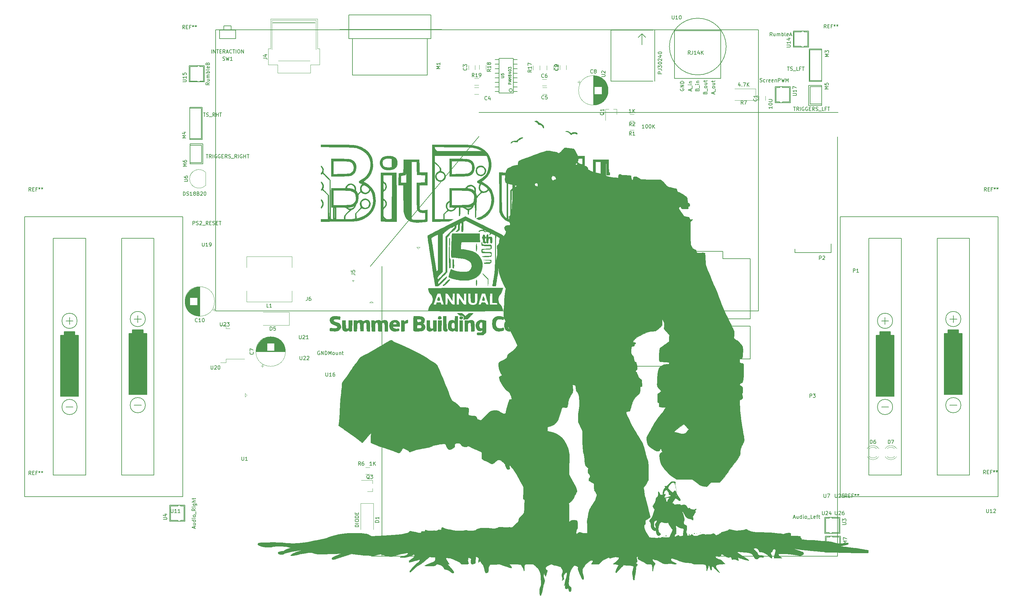
<source format=gto>
G04 #@! TF.GenerationSoftware,KiCad,Pcbnew,(5.1.5-0-10_14)*
G04 #@! TF.CreationDate,2020-07-09T12:53:03+12:00*
G04 #@! TF.ProjectId,PS2BaseMount,50533242-6173-4654-9d6f-756e742e6b69,rev?*
G04 #@! TF.SameCoordinates,Original*
G04 #@! TF.FileFunction,Legend,Top*
G04 #@! TF.FilePolarity,Positive*
%FSLAX46Y46*%
G04 Gerber Fmt 4.6, Leading zero omitted, Abs format (unit mm)*
G04 Created by KiCad (PCBNEW (5.1.5-0-10_14)) date 2020-07-09 12:53:03*
%MOMM*%
%LPD*%
G04 APERTURE LIST*
%ADD10C,0.150000*%
%ADD11C,0.200000*%
%ADD12C,0.010000*%
%ADD13C,0.120000*%
%ADD14C,0.100000*%
%ADD15C,0.050000*%
%ADD16C,0.127000*%
%ADD17C,0.149860*%
G04 APERTURE END LIST*
D10*
X239000000Y-91000000D02*
X239000000Y-88500000D01*
X229000000Y-91000000D02*
X239000000Y-91000000D01*
X229000000Y-90000000D02*
X229000000Y-91000000D01*
D11*
X141000000Y-58637500D02*
X110805500Y-94767500D01*
X114000000Y-94767500D02*
X114000000Y-175577500D01*
X241000000Y-52000000D02*
X141000000Y-52000000D01*
X240855500Y-175577500D02*
X111000000Y-175577500D01*
X240855500Y-58737500D02*
X240855500Y-175577500D01*
D12*
G36*
X157164947Y-54300111D02*
G01*
X157333167Y-54396656D01*
X157522323Y-54602221D01*
X157531819Y-54614000D01*
X157778107Y-54862064D01*
X157993953Y-54952091D01*
X158011656Y-54952667D01*
X158168931Y-54976724D01*
X158219333Y-55021652D01*
X158288357Y-55098577D01*
X158459888Y-55204045D01*
X158517590Y-55232866D01*
X158752375Y-55395247D01*
X158914215Y-55642045D01*
X159027426Y-56012402D01*
X159040410Y-56074500D01*
X159044212Y-56256971D01*
X158976061Y-56313069D01*
X158866336Y-56251338D01*
X158745415Y-56080322D01*
X158698781Y-55978421D01*
X158488668Y-55612876D01*
X158215015Y-55391576D01*
X157891323Y-55324104D01*
X157791293Y-55334462D01*
X157580465Y-55355441D01*
X157465981Y-55301550D01*
X157380228Y-55140245D01*
X157378340Y-55135697D01*
X157154748Y-54788245D01*
X156835134Y-54554409D01*
X156657416Y-54492294D01*
X156510517Y-54431000D01*
X156511266Y-54365079D01*
X156639098Y-54309371D01*
X156873449Y-54278710D01*
X156956330Y-54276630D01*
X157164947Y-54300111D01*
G37*
X157164947Y-54300111D02*
X157333167Y-54396656D01*
X157522323Y-54602221D01*
X157531819Y-54614000D01*
X157778107Y-54862064D01*
X157993953Y-54952091D01*
X158011656Y-54952667D01*
X158168931Y-54976724D01*
X158219333Y-55021652D01*
X158288357Y-55098577D01*
X158459888Y-55204045D01*
X158517590Y-55232866D01*
X158752375Y-55395247D01*
X158914215Y-55642045D01*
X159027426Y-56012402D01*
X159040410Y-56074500D01*
X159044212Y-56256971D01*
X158976061Y-56313069D01*
X158866336Y-56251338D01*
X158745415Y-56080322D01*
X158698781Y-55978421D01*
X158488668Y-55612876D01*
X158215015Y-55391576D01*
X157891323Y-55324104D01*
X157791293Y-55334462D01*
X157580465Y-55355441D01*
X157465981Y-55301550D01*
X157380228Y-55140245D01*
X157378340Y-55135697D01*
X157154748Y-54788245D01*
X156835134Y-54554409D01*
X156657416Y-54492294D01*
X156510517Y-54431000D01*
X156511266Y-54365079D01*
X156639098Y-54309371D01*
X156873449Y-54278710D01*
X156956330Y-54276630D01*
X157164947Y-54300111D01*
G36*
X165830050Y-57202361D02*
G01*
X166175785Y-57362267D01*
X166501754Y-57613598D01*
X166643401Y-57726338D01*
X166721129Y-57726585D01*
X166781127Y-57640301D01*
X166915860Y-57549951D01*
X167163425Y-57496123D01*
X167471365Y-57478560D01*
X167787223Y-57497001D01*
X168058540Y-57551188D01*
X168232859Y-57640862D01*
X168239211Y-57647500D01*
X168348252Y-57805054D01*
X168379333Y-57901500D01*
X168313309Y-57979231D01*
X168170371Y-57997281D01*
X168033226Y-57952503D01*
X167998333Y-57916000D01*
X167890546Y-57868302D01*
X167670788Y-57837595D01*
X167498459Y-57831334D01*
X167189134Y-57851077D01*
X166992186Y-57920343D01*
X166897667Y-58000667D01*
X166720292Y-58143094D01*
X166560652Y-58135377D01*
X166392075Y-57971870D01*
X166328246Y-57880187D01*
X166022728Y-57540614D01*
X165655183Y-57357560D01*
X165381770Y-57323334D01*
X165182707Y-57302595D01*
X165080810Y-57251430D01*
X165077333Y-57238667D01*
X165153043Y-57188338D01*
X165344752Y-57158012D01*
X165461312Y-57154000D01*
X165830050Y-57202361D01*
G37*
X165830050Y-57202361D02*
X166175785Y-57362267D01*
X166501754Y-57613598D01*
X166643401Y-57726338D01*
X166721129Y-57726585D01*
X166781127Y-57640301D01*
X166915860Y-57549951D01*
X167163425Y-57496123D01*
X167471365Y-57478560D01*
X167787223Y-57497001D01*
X168058540Y-57551188D01*
X168232859Y-57640862D01*
X168239211Y-57647500D01*
X168348252Y-57805054D01*
X168379333Y-57901500D01*
X168313309Y-57979231D01*
X168170371Y-57997281D01*
X168033226Y-57952503D01*
X167998333Y-57916000D01*
X167890546Y-57868302D01*
X167670788Y-57837595D01*
X167498459Y-57831334D01*
X167189134Y-57851077D01*
X166992186Y-57920343D01*
X166897667Y-58000667D01*
X166720292Y-58143094D01*
X166560652Y-58135377D01*
X166392075Y-57971870D01*
X166328246Y-57880187D01*
X166022728Y-57540614D01*
X165655183Y-57357560D01*
X165381770Y-57323334D01*
X165182707Y-57302595D01*
X165080810Y-57251430D01*
X165077333Y-57238667D01*
X165153043Y-57188338D01*
X165344752Y-57158012D01*
X165461312Y-57154000D01*
X165830050Y-57202361D01*
G36*
X152987699Y-58863026D02*
G01*
X153147016Y-58911553D01*
X153163965Y-58993530D01*
X153033479Y-59114752D01*
X152750488Y-59281013D01*
X152520002Y-59397667D01*
X152180465Y-59570787D01*
X151967834Y-59702027D01*
X151852624Y-59814432D01*
X151805348Y-59931046D01*
X151801142Y-59959505D01*
X151775284Y-60182676D01*
X151066943Y-60138484D01*
X150717732Y-60119699D01*
X150493239Y-60122286D01*
X150349327Y-60154879D01*
X150241860Y-60226110D01*
X150151758Y-60317480D01*
X149966851Y-60492777D01*
X149859920Y-60539305D01*
X149837333Y-60492767D01*
X149872883Y-60387808D01*
X149924510Y-60281977D01*
X150128469Y-60069830D01*
X150459109Y-59926214D01*
X150882957Y-59864663D01*
X150959753Y-59863334D01*
X151220938Y-59853163D01*
X151410020Y-59803900D01*
X151591435Y-59687414D01*
X151813470Y-59490630D01*
X152202257Y-59171709D01*
X152563564Y-58957469D01*
X152870250Y-58862417D01*
X152987699Y-58863026D01*
G37*
X152987699Y-58863026D02*
X153147016Y-58911553D01*
X153163965Y-58993530D01*
X153033479Y-59114752D01*
X152750488Y-59281013D01*
X152520002Y-59397667D01*
X152180465Y-59570787D01*
X151967834Y-59702027D01*
X151852624Y-59814432D01*
X151805348Y-59931046D01*
X151801142Y-59959505D01*
X151775284Y-60182676D01*
X151066943Y-60138484D01*
X150717732Y-60119699D01*
X150493239Y-60122286D01*
X150349327Y-60154879D01*
X150241860Y-60226110D01*
X150151758Y-60317480D01*
X149966851Y-60492777D01*
X149859920Y-60539305D01*
X149837333Y-60492767D01*
X149872883Y-60387808D01*
X149924510Y-60281977D01*
X150128469Y-60069830D01*
X150459109Y-59926214D01*
X150882957Y-59864663D01*
X150959753Y-59863334D01*
X151220938Y-59853163D01*
X151410020Y-59803900D01*
X151591435Y-59687414D01*
X151813470Y-59490630D01*
X152202257Y-59171709D01*
X152563564Y-58957469D01*
X152870250Y-58862417D01*
X152987699Y-58863026D01*
G36*
X195698444Y-155903556D02*
G01*
X195708577Y-156004035D01*
X195698444Y-156016445D01*
X195648110Y-156004822D01*
X195642000Y-155960000D01*
X195672978Y-155890310D01*
X195698444Y-155903556D01*
G37*
X195698444Y-155903556D02*
X195708577Y-156004035D01*
X195698444Y-156016445D01*
X195648110Y-156004822D01*
X195642000Y-155960000D01*
X195672978Y-155890310D01*
X195698444Y-155903556D01*
G36*
X195811333Y-156256334D02*
G01*
X195769000Y-156298667D01*
X195726667Y-156256334D01*
X195769000Y-156214000D01*
X195811333Y-156256334D01*
G37*
X195811333Y-156256334D02*
X195769000Y-156298667D01*
X195726667Y-156256334D01*
X195769000Y-156214000D01*
X195811333Y-156256334D01*
G36*
X195811333Y-156425667D02*
G01*
X195769000Y-156468000D01*
X195726667Y-156425667D01*
X195769000Y-156383334D01*
X195811333Y-156425667D01*
G37*
X195811333Y-156425667D02*
X195769000Y-156468000D01*
X195726667Y-156425667D01*
X195769000Y-156383334D01*
X195811333Y-156425667D01*
G36*
X195867778Y-156665556D02*
G01*
X195877911Y-156766035D01*
X195867778Y-156778445D01*
X195817443Y-156766822D01*
X195811333Y-156722000D01*
X195842311Y-156652310D01*
X195867778Y-156665556D01*
G37*
X195867778Y-156665556D02*
X195877911Y-156766035D01*
X195867778Y-156778445D01*
X195817443Y-156766822D01*
X195811333Y-156722000D01*
X195842311Y-156652310D01*
X195867778Y-156665556D01*
G36*
X195953837Y-157044792D02*
G01*
X195963930Y-157177116D01*
X195947153Y-157207070D01*
X195908671Y-157181819D01*
X195902684Y-157095945D01*
X195923361Y-157005602D01*
X195953837Y-157044792D01*
G37*
X195953837Y-157044792D02*
X195963930Y-157177116D01*
X195947153Y-157207070D01*
X195908671Y-157181819D01*
X195902684Y-157095945D01*
X195923361Y-157005602D01*
X195953837Y-157044792D01*
G36*
X196038503Y-157468125D02*
G01*
X196048597Y-157600449D01*
X196031819Y-157630403D01*
X195993337Y-157605152D01*
X195987351Y-157519278D01*
X196008028Y-157428936D01*
X196038503Y-157468125D01*
G37*
X196038503Y-157468125D02*
X196048597Y-157600449D01*
X196031819Y-157630403D01*
X195993337Y-157605152D01*
X195987351Y-157519278D01*
X196008028Y-157428936D01*
X196038503Y-157468125D01*
G36*
X202641111Y-168942222D02*
G01*
X202629489Y-168992557D01*
X202584667Y-168998667D01*
X202514976Y-168967689D01*
X202528222Y-168942222D01*
X202628702Y-168932089D01*
X202641111Y-168942222D01*
G37*
X202641111Y-168942222D02*
X202629489Y-168992557D01*
X202584667Y-168998667D01*
X202514976Y-168967689D01*
X202528222Y-168942222D01*
X202628702Y-168932089D01*
X202641111Y-168942222D01*
G36*
X201625111Y-169196222D02*
G01*
X201613489Y-169246557D01*
X201568667Y-169252667D01*
X201498976Y-169221689D01*
X201512222Y-169196222D01*
X201612702Y-169186089D01*
X201625111Y-169196222D01*
G37*
X201625111Y-169196222D02*
X201613489Y-169246557D01*
X201568667Y-169252667D01*
X201498976Y-169221689D01*
X201512222Y-169196222D01*
X201612702Y-169186089D01*
X201625111Y-169196222D01*
G36*
X201048156Y-169185194D02*
G01*
X201001078Y-169261455D01*
X200894980Y-169303132D01*
X200857175Y-169265894D01*
X200864661Y-169151210D01*
X200895585Y-169123039D01*
X201015783Y-169103292D01*
X201048156Y-169185194D01*
G37*
X201048156Y-169185194D02*
X201001078Y-169261455D01*
X200894980Y-169303132D01*
X200857175Y-169265894D01*
X200864661Y-169151210D01*
X200895585Y-169123039D01*
X201015783Y-169103292D01*
X201048156Y-169185194D01*
G36*
X199605179Y-169466205D02*
G01*
X199621333Y-169506667D01*
X199560566Y-169588910D01*
X199541663Y-169591334D01*
X199426996Y-169529789D01*
X199409667Y-169506667D01*
X199428860Y-169434184D01*
X199489336Y-169422000D01*
X199605179Y-169466205D01*
G37*
X199605179Y-169466205D02*
X199621333Y-169506667D01*
X199560566Y-169588910D01*
X199541663Y-169591334D01*
X199426996Y-169529789D01*
X199409667Y-169506667D01*
X199428860Y-169434184D01*
X199489336Y-169422000D01*
X199605179Y-169466205D01*
G36*
X193159440Y-169810020D02*
G01*
X193144656Y-169911571D01*
X193033208Y-169995264D01*
X192946842Y-169958415D01*
X192932667Y-169894722D01*
X193000836Y-169778090D01*
X193066722Y-169760667D01*
X193159440Y-169810020D01*
G37*
X193159440Y-169810020D02*
X193144656Y-169911571D01*
X193033208Y-169995264D01*
X192946842Y-169958415D01*
X192932667Y-169894722D01*
X193000836Y-169778090D01*
X193066722Y-169760667D01*
X193159440Y-169810020D01*
G36*
X192482503Y-169998792D02*
G01*
X192492597Y-170131116D01*
X192475819Y-170161070D01*
X192437337Y-170135819D01*
X192431351Y-170049945D01*
X192452028Y-169959602D01*
X192482503Y-169998792D01*
G37*
X192482503Y-169998792D02*
X192492597Y-170131116D01*
X192475819Y-170161070D01*
X192437337Y-170135819D01*
X192431351Y-170049945D01*
X192452028Y-169959602D01*
X192482503Y-169998792D01*
G36*
X165292572Y-61810393D02*
G01*
X165334806Y-61819171D01*
X165592581Y-61862091D01*
X165955643Y-61907633D01*
X166360256Y-61948140D01*
X166514587Y-61960847D01*
X167316841Y-62022334D01*
X167628627Y-62493873D01*
X167804909Y-62784772D01*
X168014783Y-63167230D01*
X168223982Y-63577666D01*
X168313129Y-63763873D01*
X168685844Y-64562334D01*
X168571216Y-65185689D01*
X168500441Y-65524404D01*
X168421214Y-65752521D01*
X168305227Y-65927607D01*
X168124177Y-66107231D01*
X168113290Y-66117022D01*
X167769992Y-66425000D01*
X168095829Y-66483621D01*
X168383895Y-66520171D01*
X168727629Y-66543524D01*
X168860631Y-66547121D01*
X169265988Y-66577295D01*
X169744277Y-66651053D01*
X170228513Y-66754810D01*
X170651709Y-66874978D01*
X170852758Y-66951190D01*
X171142302Y-67164797D01*
X171308110Y-67483872D01*
X171342667Y-67752824D01*
X171395043Y-67864940D01*
X171565517Y-67993925D01*
X171874105Y-68154106D01*
X171956500Y-68192214D01*
X172272408Y-68330889D01*
X172560902Y-68441934D01*
X172865270Y-68538409D01*
X173228796Y-68633375D01*
X173694769Y-68739891D01*
X173967333Y-68798913D01*
X174478281Y-68919982D01*
X174973005Y-69064680D01*
X175503134Y-69249958D01*
X176120299Y-69492762D01*
X176274850Y-69556398D01*
X176681657Y-69714128D01*
X177062045Y-69833099D01*
X177458114Y-69921554D01*
X177911962Y-69987734D01*
X178465689Y-70039883D01*
X178898953Y-70070149D01*
X179808906Y-70128198D01*
X179794777Y-69767618D01*
X179835829Y-69441186D01*
X179980999Y-69244629D01*
X180217587Y-69185238D01*
X180532895Y-69270301D01*
X180602178Y-69304188D01*
X180869490Y-69384130D01*
X181280715Y-69425752D01*
X181533511Y-69431269D01*
X181959805Y-69439000D01*
X182413505Y-69458683D01*
X182793833Y-69485845D01*
X183365333Y-69539820D01*
X183365333Y-69945398D01*
X183397002Y-70363090D01*
X183489279Y-70643282D01*
X183638069Y-70775756D01*
X183701904Y-70785334D01*
X183817870Y-70751538D01*
X183876675Y-70628914D01*
X183888752Y-70385602D01*
X183882122Y-70235000D01*
X183905205Y-70038285D01*
X184022373Y-69920043D01*
X184262694Y-69860046D01*
X184442067Y-69845356D01*
X184767861Y-69851496D01*
X184978056Y-69918335D01*
X185040963Y-69964979D01*
X185192278Y-70074895D01*
X185281487Y-70108000D01*
X185392929Y-70154669D01*
X185584202Y-70273457D01*
X185701784Y-70356428D01*
X186039594Y-70604857D01*
X188800812Y-70640551D01*
X191562031Y-70676245D01*
X191929849Y-70979542D01*
X192192349Y-71211440D01*
X192442767Y-71457152D01*
X192540112Y-71563253D01*
X192903688Y-71978098D01*
X193183736Y-72280216D01*
X193402988Y-72488726D01*
X193584179Y-72622743D01*
X193750039Y-72701384D01*
X193923302Y-72743768D01*
X193948667Y-72747779D01*
X194241405Y-72801409D01*
X194605863Y-72880926D01*
X194880000Y-72947987D01*
X195220670Y-73035708D01*
X195544224Y-73117950D01*
X195739642Y-73166765D01*
X195931444Y-73229897D01*
X196042032Y-73332976D01*
X196116068Y-73528864D01*
X196146125Y-73647848D01*
X196216888Y-73895646D01*
X196310287Y-74033935D01*
X196479418Y-74119776D01*
X196629006Y-74166800D01*
X196869436Y-74267002D01*
X197205081Y-74445218D01*
X197596357Y-74676976D01*
X198003683Y-74937805D01*
X198387475Y-75203233D01*
X198708150Y-75448789D01*
X198724334Y-75462202D01*
X198847703Y-75578238D01*
X198924885Y-75704533D01*
X198970337Y-75886554D01*
X198998516Y-76169770D01*
X199010582Y-76362423D01*
X199032825Y-76704677D01*
X199061216Y-76917586D01*
X199111216Y-77040887D01*
X199198286Y-77114311D01*
X199325812Y-77172550D01*
X199518354Y-77283699D01*
X199611142Y-77447504D01*
X199641618Y-77613556D01*
X199639178Y-77923546D01*
X199535428Y-78100918D01*
X199353255Y-78151334D01*
X199226147Y-78196369D01*
X199204320Y-78257167D01*
X199211225Y-78417778D01*
X199208031Y-78595834D01*
X199198000Y-78828667D01*
X198457167Y-78820227D01*
X197993315Y-78808681D01*
X197669870Y-78780148D01*
X197458076Y-78725211D01*
X197329177Y-78634450D01*
X197254414Y-78498445D01*
X197230362Y-78418399D01*
X197124839Y-78215648D01*
X196970808Y-78164539D01*
X196795581Y-78265301D01*
X196682396Y-78413767D01*
X196631987Y-78508635D01*
X196615873Y-78600982D01*
X196645866Y-78718670D01*
X196733776Y-78889562D01*
X196891417Y-79141519D01*
X197130599Y-79502403D01*
X197166957Y-79556767D01*
X197471859Y-80012003D01*
X197699404Y-80346434D01*
X197866828Y-80579705D01*
X197991370Y-80731457D01*
X198090267Y-80821335D01*
X198180756Y-80868982D01*
X198280075Y-80894042D01*
X198351333Y-80906451D01*
X198811265Y-80987818D01*
X199131947Y-81054348D01*
X199341303Y-81118154D01*
X199467260Y-81191351D01*
X199537741Y-81286054D01*
X199580672Y-81414377D01*
X199587852Y-81442884D01*
X199640890Y-81625919D01*
X199715726Y-81712350D01*
X199864871Y-81732185D01*
X200073228Y-81720249D01*
X200314750Y-81707719D01*
X200421163Y-81726066D01*
X200425936Y-81790194D01*
X200391263Y-81861849D01*
X200260555Y-82033876D01*
X200071806Y-82212265D01*
X200066368Y-82216572D01*
X199833000Y-82400276D01*
X199850021Y-85564123D01*
X199855536Y-86406373D01*
X199862582Y-87095108D01*
X199871824Y-87646146D01*
X199883927Y-88075301D01*
X199899557Y-88398392D01*
X199919381Y-88631234D01*
X199944064Y-88789643D01*
X199974270Y-88889437D01*
X199991347Y-88921818D01*
X200101267Y-89112644D01*
X200240168Y-89378569D01*
X200309639Y-89519772D01*
X200452187Y-89775873D01*
X200602143Y-89922609D01*
X200815857Y-90012718D01*
X200845646Y-90021429D01*
X201144864Y-90122920D01*
X201319425Y-90240690D01*
X201412115Y-90416250D01*
X201453737Y-90611405D01*
X201528013Y-90857276D01*
X201642089Y-91013173D01*
X201658375Y-91023365D01*
X201809832Y-91053954D01*
X202098467Y-91067738D01*
X202492888Y-91063987D01*
X202819776Y-91050290D01*
X203320263Y-91031186D01*
X203666603Y-91035670D01*
X203853237Y-91063567D01*
X203883486Y-91083467D01*
X203905090Y-91194769D01*
X203928924Y-91443791D01*
X203952711Y-91798980D01*
X203974174Y-92228784D01*
X203983672Y-92471633D01*
X204005189Y-92967843D01*
X204032867Y-93444573D01*
X204063644Y-93857368D01*
X204094461Y-94161775D01*
X204105255Y-94238000D01*
X204178601Y-94546315D01*
X204311320Y-94966848D01*
X204488559Y-95459619D01*
X204695464Y-95984651D01*
X204917182Y-96501964D01*
X205064699Y-96820334D01*
X205184225Y-97092630D01*
X205332042Y-97463154D01*
X205483558Y-97869273D01*
X205546758Y-98048000D01*
X205675691Y-98394402D01*
X205858382Y-98850429D01*
X206076644Y-99372413D01*
X206312289Y-99916691D01*
X206498907Y-100334000D01*
X206916496Y-101276190D01*
X207333775Y-102261079D01*
X207729855Y-103237451D01*
X208083847Y-104154089D01*
X208311785Y-104779000D01*
X208498368Y-105287412D01*
X208721315Y-105856109D01*
X208991543Y-106511912D01*
X209319965Y-107281645D01*
X209483250Y-107657667D01*
X209559330Y-107821108D01*
X209700058Y-108112727D01*
X209894066Y-108509389D01*
X210129987Y-108987962D01*
X210396451Y-109525310D01*
X210682091Y-110098299D01*
X210710605Y-110155334D01*
X210992548Y-110723321D01*
X211250956Y-111251876D01*
X211475516Y-111719269D01*
X211655916Y-112103769D01*
X211781843Y-112383647D01*
X211842984Y-112537173D01*
X211845744Y-112547167D01*
X211911480Y-112715543D01*
X211983565Y-112780000D01*
X212016961Y-112861681D01*
X212031855Y-113096704D01*
X212027774Y-113470041D01*
X212014973Y-113774834D01*
X211964043Y-114769667D01*
X212316605Y-115108334D01*
X212552606Y-115303097D01*
X212765421Y-115423938D01*
X212861581Y-115447000D01*
X213017047Y-115513118D01*
X213237126Y-115691493D01*
X213494529Y-115952156D01*
X213761967Y-116265140D01*
X214012151Y-116600476D01*
X214217793Y-116928197D01*
X214229141Y-116948840D01*
X214311576Y-117104374D01*
X214372338Y-117243411D01*
X214414091Y-117393608D01*
X214439498Y-117582626D01*
X214451223Y-117838123D01*
X214451932Y-118187759D01*
X214444287Y-118659192D01*
X214435148Y-119087667D01*
X214417554Y-119607721D01*
X214384923Y-119981823D01*
X214328105Y-120233255D01*
X214237950Y-120385294D01*
X214105307Y-120461223D01*
X213921026Y-120484319D01*
X213886052Y-120484667D01*
X213719342Y-120496471D01*
X213630786Y-120561796D01*
X213583201Y-120725509D01*
X213560508Y-120877484D01*
X213521414Y-121192737D01*
X213516013Y-121390054D01*
X213551492Y-121518745D01*
X213635036Y-121628119D01*
X213676000Y-121670000D01*
X213934256Y-121810906D01*
X214173728Y-121839333D01*
X214334381Y-121848564D01*
X214460092Y-121888177D01*
X214554388Y-121976053D01*
X214620794Y-122130076D01*
X214662836Y-122368126D01*
X214684038Y-122708086D01*
X214687927Y-123167837D01*
X214678027Y-123765261D01*
X214663428Y-124323206D01*
X214642463Y-124921663D01*
X214615115Y-125482925D01*
X214583417Y-125976934D01*
X214549406Y-126373628D01*
X214515118Y-126642950D01*
X214501936Y-126707667D01*
X214420741Y-126970555D01*
X214309117Y-127138470D01*
X214114895Y-127276595D01*
X213993745Y-127342667D01*
X213748827Y-127488506D01*
X213626951Y-127616952D01*
X213591740Y-127767702D01*
X213591578Y-127781543D01*
X213626337Y-127956681D01*
X213764591Y-128027934D01*
X213815793Y-128035543D01*
X214067666Y-128128275D01*
X214248882Y-128345339D01*
X214365345Y-128698574D01*
X214422963Y-129199823D01*
X214425714Y-129258499D01*
X214434239Y-129639347D01*
X214418396Y-129889875D01*
X214373618Y-130047934D01*
X214321125Y-130125478D01*
X214254858Y-130217713D01*
X214228998Y-130332393D01*
X214243243Y-130513468D01*
X214297294Y-130804886D01*
X214315850Y-130894664D01*
X214379561Y-131213573D01*
X214404444Y-131413200D01*
X214387549Y-131539751D01*
X214325924Y-131639434D01*
X214263908Y-131708065D01*
X214044200Y-131887521D01*
X213836970Y-132002798D01*
X213591333Y-132104544D01*
X213591333Y-133412924D01*
X213597784Y-133926719D01*
X213618605Y-134451930D01*
X213655995Y-135007404D01*
X213712156Y-135611990D01*
X213789286Y-136284537D01*
X213889588Y-137043894D01*
X214015260Y-137908908D01*
X214168504Y-138898428D01*
X214351520Y-140031302D01*
X214394336Y-140291575D01*
X214505375Y-140969789D01*
X214606970Y-141599996D01*
X214695889Y-142161388D01*
X214768899Y-142633154D01*
X214822768Y-142994485D01*
X214854262Y-143224573D01*
X214861269Y-143297242D01*
X214825373Y-143432727D01*
X214726685Y-143687581D01*
X214578635Y-144029962D01*
X214394654Y-144428029D01*
X214310936Y-144602030D01*
X214098299Y-145041771D01*
X213948993Y-145366994D01*
X213851823Y-145615232D01*
X213795594Y-145824017D01*
X213769110Y-146030883D01*
X213761178Y-146273363D01*
X213760667Y-146446903D01*
X213749170Y-146862692D01*
X213708375Y-147166600D01*
X213628824Y-147414911D01*
X213580718Y-147517873D01*
X213307764Y-148004652D01*
X212945345Y-148570913D01*
X212522196Y-149174880D01*
X212067049Y-149774780D01*
X211810958Y-150090900D01*
X211498182Y-150483883D01*
X211137377Y-150963706D01*
X210770189Y-151473571D01*
X210438265Y-151956679D01*
X210394307Y-152023000D01*
X210081036Y-152488438D01*
X209775864Y-152917904D01*
X209452786Y-153345003D01*
X209085796Y-153803341D01*
X208648887Y-154326522D01*
X208257333Y-154784400D01*
X208045667Y-155030193D01*
X205579003Y-155028667D01*
X205016781Y-155588132D01*
X204454560Y-156147598D01*
X203752447Y-156087863D01*
X203169388Y-156007353D01*
X202697943Y-155863287D01*
X202285743Y-155634347D01*
X201931275Y-155346520D01*
X201652391Y-155108299D01*
X201304860Y-154835736D01*
X200962229Y-154586440D01*
X200950777Y-154578532D01*
X200375220Y-154182000D01*
X198190464Y-154182000D01*
X197526251Y-154181653D01*
X197009565Y-154179412D01*
X196618603Y-154173482D01*
X196331559Y-154162065D01*
X196126629Y-154143364D01*
X195982006Y-154115582D01*
X195875887Y-154076922D01*
X195786466Y-154025588D01*
X195718021Y-153978240D01*
X195496633Y-153829952D01*
X195194859Y-153638517D01*
X194884165Y-153449073D01*
X194379050Y-153096008D01*
X193833865Y-152625775D01*
X193281157Y-152074182D01*
X192753471Y-151477034D01*
X192283353Y-150870138D01*
X191903349Y-150289300D01*
X191745613Y-149996101D01*
X191547741Y-149488894D01*
X191387934Y-148881058D01*
X191280414Y-148239613D01*
X191239404Y-147631577D01*
X191239348Y-147610585D01*
X191286264Y-147161289D01*
X191430462Y-146845363D01*
X191677069Y-146654112D01*
X191833032Y-146604107D01*
X192028436Y-146529100D01*
X192080043Y-146435326D01*
X191976922Y-146345921D01*
X191958523Y-146338435D01*
X191864361Y-146229770D01*
X191790200Y-146021368D01*
X191778368Y-145960092D01*
X191695969Y-145719891D01*
X191573431Y-145623367D01*
X191446845Y-145662996D01*
X191352305Y-145831251D01*
X191324000Y-146054833D01*
X191289714Y-146153495D01*
X191162369Y-146217189D01*
X190905237Y-146263411D01*
X190879157Y-146266728D01*
X190634249Y-146287408D01*
X190431005Y-146268837D01*
X190210700Y-146197042D01*
X189914611Y-146058047D01*
X189836582Y-146018644D01*
X189469959Y-145810179D01*
X189084418Y-145553744D01*
X188709561Y-145273480D01*
X188374993Y-144993527D01*
X188110319Y-144738023D01*
X187945143Y-144531109D01*
X187907112Y-144445334D01*
X187863096Y-144252782D01*
X187794876Y-143963119D01*
X187727876Y-143683334D01*
X187631758Y-143045338D01*
X187675790Y-142481555D01*
X187863416Y-141966273D01*
X187985646Y-141758469D01*
X188137230Y-141519430D01*
X188242292Y-141339110D01*
X188276000Y-141263539D01*
X188320031Y-141165115D01*
X188426724Y-140997320D01*
X188433888Y-140987070D01*
X188499620Y-140882898D01*
X195303333Y-140882898D01*
X195377921Y-140933637D01*
X195568030Y-140998781D01*
X195705500Y-141034321D01*
X196001726Y-141107958D01*
X196374044Y-141206682D01*
X196700333Y-141297399D01*
X197324922Y-141437167D01*
X197837849Y-141465253D01*
X198254178Y-141382289D01*
X198299133Y-141364579D01*
X198536481Y-141213424D01*
X198751114Y-140996249D01*
X198775702Y-140962413D01*
X198966395Y-140705912D01*
X199168659Y-140462985D01*
X199185510Y-140444435D01*
X199399778Y-140211203D01*
X199108389Y-139903636D01*
X198703265Y-139482711D01*
X198364137Y-139143967D01*
X198118995Y-138914768D01*
X198042490Y-138855359D01*
X197964621Y-138834119D01*
X197859270Y-138863547D01*
X197700319Y-138956141D01*
X197461651Y-139124400D01*
X197117147Y-139380821D01*
X197067964Y-139417727D01*
X196556932Y-139806555D01*
X196113176Y-140154658D01*
X195751653Y-140449616D01*
X195487320Y-140679011D01*
X195335135Y-140830425D01*
X195303333Y-140882898D01*
X188499620Y-140882898D01*
X188545718Y-140809843D01*
X188706837Y-140532403D01*
X188888450Y-140204796D01*
X188952885Y-140085000D01*
X189389612Y-139281630D01*
X189779676Y-138601935D01*
X190143632Y-138014172D01*
X190502036Y-137486595D01*
X190875446Y-136987462D01*
X191283035Y-136486667D01*
X191576607Y-136126111D01*
X191884620Y-135727409D01*
X192185371Y-135320922D01*
X192457157Y-134937010D01*
X192678273Y-134606032D01*
X192827017Y-134358349D01*
X192871822Y-134264167D01*
X192882574Y-134170183D01*
X192797456Y-134125548D01*
X192580596Y-134112172D01*
X192570176Y-134112048D01*
X192289786Y-134093413D01*
X191933392Y-134049281D01*
X191662667Y-134004449D01*
X191112333Y-133900802D01*
X191112333Y-133354171D01*
X191106064Y-133054111D01*
X191079501Y-132883349D01*
X191021011Y-132802071D01*
X190943000Y-132774642D01*
X190773137Y-132703554D01*
X190711463Y-132645706D01*
X190686244Y-132524145D01*
X190667508Y-132274617D01*
X190655480Y-131938371D01*
X190650385Y-131556656D01*
X190652449Y-131170723D01*
X190661896Y-130821821D01*
X190678950Y-130551200D01*
X190699297Y-130414638D01*
X190813781Y-130240393D01*
X190930975Y-130170037D01*
X191119364Y-130067243D01*
X191298790Y-129913233D01*
X191467768Y-129772812D01*
X191614776Y-129713347D01*
X191616290Y-129713334D01*
X191717196Y-129691857D01*
X191727288Y-129616882D01*
X191637386Y-129472590D01*
X191438309Y-129243163D01*
X191196318Y-128989793D01*
X190945648Y-128715953D01*
X190741359Y-128461300D01*
X190614420Y-128265829D01*
X190590788Y-128207841D01*
X190570447Y-128020361D01*
X190562976Y-127697769D01*
X190566836Y-127273673D01*
X190580490Y-126781679D01*
X190602402Y-126255396D01*
X190631034Y-125728431D01*
X190664848Y-125234392D01*
X190702308Y-124806885D01*
X190741876Y-124479518D01*
X190767846Y-124337000D01*
X190893362Y-123812894D01*
X191002391Y-123423747D01*
X191113603Y-123138873D01*
X191245670Y-122927589D01*
X191417260Y-122759210D01*
X191647044Y-122603051D01*
X191916667Y-122448908D01*
X192230445Y-122287733D01*
X192501993Y-122188426D01*
X192802691Y-122131238D01*
X193186667Y-122097527D01*
X193535525Y-122072503D01*
X193749972Y-122044405D01*
X193864671Y-122000758D01*
X193914283Y-121929084D01*
X193932056Y-121829233D01*
X193933868Y-121717287D01*
X193894696Y-121633772D01*
X193792205Y-121572844D01*
X193604059Y-121528662D01*
X193307923Y-121495383D01*
X192881461Y-121467165D01*
X192467000Y-121446018D01*
X192046203Y-121420199D01*
X191683240Y-121387582D01*
X191413511Y-121352086D01*
X191272416Y-121317632D01*
X191264649Y-121312886D01*
X191171953Y-121159115D01*
X191114740Y-120867220D01*
X191092633Y-120430153D01*
X191105254Y-119840864D01*
X191148362Y-119142938D01*
X191185159Y-118678987D01*
X191220981Y-118269156D01*
X191252747Y-117945750D01*
X191277378Y-117741077D01*
X191286815Y-117690667D01*
X191366336Y-117602352D01*
X191562347Y-117437142D01*
X191850898Y-117212748D01*
X192208036Y-116946878D01*
X192609810Y-116657241D01*
X193032268Y-116361546D01*
X193451459Y-116077502D01*
X193610000Y-115972979D01*
X193906333Y-115779359D01*
X193930396Y-114869246D01*
X193954458Y-113959132D01*
X193225264Y-113094399D01*
X192496069Y-112229667D01*
X192542641Y-111448405D01*
X192561692Y-111073171D01*
X192558233Y-110807804D01*
X192521792Y-110593267D01*
X192441898Y-110370521D01*
X192308078Y-110080530D01*
X192295273Y-110053794D01*
X192001333Y-109440444D01*
X191997446Y-110369389D01*
X191993560Y-111298334D01*
X191141056Y-112060334D01*
X190775206Y-112381226D01*
X190503571Y-112601732D01*
X190299345Y-112739908D01*
X190135722Y-112813807D01*
X189985897Y-112841483D01*
X189980776Y-112841824D01*
X189765408Y-112859061D01*
X189434339Y-112889715D01*
X189040200Y-112928790D01*
X188784000Y-112955399D01*
X188365149Y-113004933D01*
X188049322Y-113062381D01*
X187774451Y-113146919D01*
X187478469Y-113277725D01*
X187099309Y-113473975D01*
X187090667Y-113478584D01*
X186665753Y-113702549D01*
X186207860Y-113939550D01*
X185790958Y-114151449D01*
X185633867Y-114229718D01*
X184971482Y-114613839D01*
X184446065Y-115051389D01*
X184040999Y-115547270D01*
X183899912Y-115762875D01*
X183808331Y-115915406D01*
X183788667Y-115959245D01*
X183863716Y-115983414D01*
X184050507Y-115996544D01*
X184116966Y-115997334D01*
X184388077Y-116032911D01*
X184560218Y-116124394D01*
X184610340Y-116248909D01*
X184515393Y-116383581D01*
X184510122Y-116387495D01*
X184353029Y-116480405D01*
X184271306Y-116505334D01*
X184230989Y-116574516D01*
X184245918Y-116713613D01*
X184227148Y-116915380D01*
X184064913Y-117047665D01*
X183775240Y-117097870D01*
X183756896Y-117098000D01*
X183575937Y-117127719D01*
X183493507Y-117180767D01*
X183450559Y-117322937D01*
X183405945Y-117585996D01*
X183364347Y-117921622D01*
X183330450Y-118281488D01*
X183308938Y-118617271D01*
X183304493Y-118880647D01*
X183316487Y-119007193D01*
X183403750Y-119191653D01*
X183568508Y-119429541D01*
X183694555Y-119579504D01*
X183887013Y-119814026D01*
X183995580Y-120030777D01*
X184053661Y-120307520D01*
X184070461Y-120454633D01*
X184136623Y-120901241D01*
X184236342Y-121203030D01*
X184380665Y-121383015D01*
X184552437Y-121458722D01*
X184665220Y-121494345D01*
X184743936Y-121564824D01*
X184804500Y-121704613D01*
X184862826Y-121948165D01*
X184921741Y-122258183D01*
X185004771Y-122739465D01*
X185047778Y-123086234D01*
X185048303Y-123329089D01*
X185003888Y-123498631D01*
X184912073Y-123625461D01*
X184804667Y-123715388D01*
X184615824Y-123902359D01*
X184556496Y-124070287D01*
X184630387Y-124189435D01*
X184741167Y-124225278D01*
X184879059Y-124284018D01*
X184944000Y-124440229D01*
X184957572Y-124548667D01*
X185004925Y-124772940D01*
X185085684Y-124923090D01*
X185094628Y-124930877D01*
X185187162Y-125067642D01*
X185264590Y-125286685D01*
X185270437Y-125311877D01*
X185391391Y-125580595D01*
X185652201Y-125899822D01*
X185810714Y-126056875D01*
X186286333Y-126506751D01*
X186343715Y-128261301D01*
X186103357Y-128288817D01*
X185965289Y-128313659D01*
X185897460Y-128376799D01*
X185880331Y-128522878D01*
X185892645Y-128770253D01*
X185889384Y-129122613D01*
X185848292Y-129520288D01*
X185811289Y-129724518D01*
X185748913Y-129969345D01*
X185669444Y-130158789D01*
X185543504Y-130335652D01*
X185341710Y-130542738D01*
X185093732Y-130769883D01*
X184625887Y-131236803D01*
X184216154Y-131735655D01*
X183895770Y-132224980D01*
X183720901Y-132592000D01*
X183648070Y-132808612D01*
X183549135Y-133131792D01*
X183441372Y-133504425D01*
X183400815Y-133650334D01*
X183290117Y-134044977D01*
X183178052Y-134430156D01*
X183083966Y-134739780D01*
X183060034Y-134814500D01*
X182928391Y-135216667D01*
X182533029Y-135217963D01*
X182270730Y-135233642D01*
X182070763Y-135271673D01*
X182022621Y-135292153D01*
X181947787Y-135433801D01*
X181961937Y-135683890D01*
X182057459Y-136011787D01*
X182226740Y-136386857D01*
X182347944Y-136601197D01*
X182554474Y-136972714D01*
X182764165Y-137399777D01*
X182902070Y-137718049D01*
X183183687Y-138378303D01*
X183512134Y-139047939D01*
X183906223Y-139762224D01*
X184384770Y-140556430D01*
X184590317Y-140882811D01*
X184869921Y-141328188D01*
X185135524Y-141761776D01*
X185365637Y-142147731D01*
X185538775Y-142450213D01*
X185609370Y-142582667D01*
X185775832Y-142884813D01*
X185954197Y-143164930D01*
X186057024Y-143302334D01*
X186278558Y-143635377D01*
X186509171Y-144107983D01*
X186738093Y-144691550D01*
X186954559Y-145357473D01*
X187147800Y-146077150D01*
X187220342Y-146392667D01*
X187303972Y-146735124D01*
X187424514Y-147176946D01*
X187564775Y-147657044D01*
X187686131Y-148047937D01*
X187829217Y-148508455D01*
X187941631Y-148915074D01*
X188026808Y-149297990D01*
X188088186Y-149687401D01*
X188129203Y-150113502D01*
X188153296Y-150606490D01*
X188163901Y-151196561D01*
X188164456Y-151913911D01*
X188162691Y-152234667D01*
X188149000Y-154309000D01*
X187846480Y-154944000D01*
X187642531Y-155326326D01*
X187396365Y-155722925D01*
X187160606Y-156049126D01*
X187156411Y-156054286D01*
X186768862Y-156529573D01*
X186875923Y-156990135D01*
X186937985Y-157311880D01*
X186998543Y-157716110D01*
X187044673Y-158116362D01*
X187045340Y-158123516D01*
X187091370Y-158489078D01*
X187154810Y-158827910D01*
X187222800Y-159072693D01*
X187230274Y-159091635D01*
X187289545Y-159268260D01*
X187378720Y-159577014D01*
X187488941Y-159985192D01*
X187611349Y-160460085D01*
X187723273Y-160911969D01*
X187868451Y-161500777D01*
X188027306Y-162130241D01*
X188185123Y-162742983D01*
X188327189Y-163281629D01*
X188396622Y-163537667D01*
X188699551Y-164638334D01*
X188424275Y-164875647D01*
X188189323Y-165055736D01*
X187889184Y-165257018D01*
X187710882Y-165365043D01*
X187272764Y-165617125D01*
X187321375Y-166088121D01*
X187342463Y-166364939D01*
X187322582Y-166533120D01*
X187245616Y-166651530D01*
X187142429Y-166741725D01*
X187022161Y-166847332D01*
X186961164Y-166951658D01*
X186949410Y-167104894D01*
X186976870Y-167357229D01*
X186994461Y-167482251D01*
X187072579Y-167866106D01*
X187205120Y-168256498D01*
X187406854Y-168685801D01*
X187692549Y-169186393D01*
X187979562Y-169641597D01*
X188424279Y-170326860D01*
X189260306Y-170395260D01*
X189826254Y-170439165D01*
X190246970Y-170464885D01*
X190545613Y-170472060D01*
X190745346Y-170460325D01*
X190869328Y-170429318D01*
X190940720Y-170378678D01*
X190948730Y-170368835D01*
X191036269Y-170298610D01*
X191141935Y-170354690D01*
X191187861Y-170398623D01*
X191291368Y-170485619D01*
X191394462Y-170496631D01*
X191557728Y-170428420D01*
X191662846Y-170373216D01*
X191910311Y-170264031D01*
X192120672Y-170245968D01*
X192312715Y-170284487D01*
X192701107Y-170344728D01*
X193182015Y-170356550D01*
X193685421Y-170319025D01*
X193791959Y-170304097D01*
X193984559Y-170259871D01*
X194094254Y-170170421D01*
X194156894Y-170012762D01*
X195388000Y-170012762D01*
X195456519Y-170087956D01*
X195609071Y-170114922D01*
X195766148Y-170089346D01*
X195836707Y-170037109D01*
X195952396Y-169939664D01*
X195996706Y-169930000D01*
X196122489Y-169869993D01*
X196182999Y-169808241D01*
X196350154Y-169723971D01*
X196509833Y-169733445D01*
X196677327Y-169795200D01*
X196743457Y-169870778D01*
X196687540Y-169923496D01*
X196620663Y-169930000D01*
X196483849Y-169970451D01*
X196457066Y-169997301D01*
X196510949Y-170020061D01*
X196685256Y-170020296D01*
X196933215Y-170002326D01*
X197208059Y-169970472D01*
X197463019Y-169929054D01*
X197631667Y-169888789D01*
X197722088Y-169838291D01*
X197777349Y-169730275D01*
X197808760Y-169526243D01*
X197826051Y-169227041D01*
X197851315Y-168876675D01*
X197892966Y-168554353D01*
X197939532Y-168339223D01*
X197976438Y-168068246D01*
X197878669Y-167896715D01*
X197641079Y-167818225D01*
X197515466Y-167811474D01*
X197083905Y-167732875D01*
X196593130Y-167505226D01*
X196121538Y-167185901D01*
X195892677Y-167021456D01*
X195774490Y-166966751D01*
X195753838Y-167016003D01*
X195756263Y-167025157D01*
X195781097Y-167173117D01*
X195811425Y-167444394D01*
X195842480Y-167793285D01*
X195858318Y-168004163D01*
X195880877Y-168436062D01*
X195876051Y-168726296D01*
X195842569Y-168900505D01*
X195811059Y-168956663D01*
X195754905Y-169056000D01*
X195843211Y-169083198D01*
X195864466Y-169083437D01*
X195955137Y-169097439D01*
X195929553Y-169159739D01*
X195809411Y-169273937D01*
X195630076Y-169480093D01*
X195478240Y-169731243D01*
X195394077Y-169956948D01*
X195388000Y-170012762D01*
X194156894Y-170012762D01*
X194167668Y-169985646D01*
X194199166Y-169866493D01*
X194293064Y-169577531D01*
X194410219Y-169322549D01*
X194449793Y-169258659D01*
X194564050Y-169051814D01*
X194687919Y-168763423D01*
X194750216Y-168589497D01*
X194898261Y-168137993D01*
X194693825Y-167912163D01*
X194144007Y-167183187D01*
X193857447Y-166649801D01*
X193652333Y-166205936D01*
X193229000Y-166252436D01*
X192702443Y-166239703D01*
X192382333Y-166168051D01*
X192024577Y-166069421D01*
X191777320Y-166046221D01*
X191594206Y-166110085D01*
X191428882Y-166272642D01*
X191308476Y-166437500D01*
X191075882Y-166894974D01*
X190931550Y-167433365D01*
X190885230Y-167989941D01*
X190946678Y-168501972D01*
X190973108Y-168594606D01*
X191110146Y-168913146D01*
X191271486Y-169077439D01*
X191300827Y-169090618D01*
X191464936Y-169214848D01*
X191502424Y-169384086D01*
X191434394Y-169560572D01*
X191281955Y-169706549D01*
X191066210Y-169784256D01*
X190914227Y-169782263D01*
X190727791Y-169730250D01*
X190599319Y-169613545D01*
X190479900Y-169385321D01*
X190465931Y-169353067D01*
X190351026Y-169028673D01*
X190264974Y-168687167D01*
X190249125Y-168592761D01*
X190209063Y-168373955D01*
X190165432Y-168307934D01*
X190121713Y-168354635D01*
X189972487Y-168482994D01*
X189759715Y-168461550D01*
X189492830Y-168293300D01*
X189274847Y-168085494D01*
X189083634Y-167872940D01*
X188966969Y-167701904D01*
X188901837Y-167514909D01*
X188865220Y-167254475D01*
X188854841Y-167128114D01*
X189663311Y-167128114D01*
X189695269Y-167275262D01*
X189767764Y-167391753D01*
X189859446Y-167492529D01*
X190052391Y-167667698D01*
X190180492Y-167730118D01*
X190223333Y-167677388D01*
X190203603Y-167574362D01*
X190152261Y-167357661D01*
X190091326Y-167116675D01*
X190022191Y-166832946D01*
X190001211Y-166660099D01*
X190030840Y-166545963D01*
X190113529Y-166438372D01*
X190123755Y-166427121D01*
X190279595Y-166221014D01*
X190424685Y-165976872D01*
X190425593Y-165975078D01*
X190509659Y-165790567D01*
X190506737Y-165693303D01*
X190410980Y-165621909D01*
X190390929Y-165611070D01*
X190234357Y-165568282D01*
X190062848Y-165633718D01*
X189979907Y-165689138D01*
X189860097Y-165787989D01*
X189783688Y-165904916D01*
X189736107Y-166083151D01*
X189702782Y-166365925D01*
X189687080Y-166557841D01*
X189663410Y-166904307D01*
X189663311Y-167128114D01*
X188854841Y-167128114D01*
X188845386Y-167013008D01*
X188796725Y-166589203D01*
X188720115Y-166294740D01*
X188620125Y-166109276D01*
X188500499Y-165913082D01*
X188445699Y-165755352D01*
X188445333Y-165746673D01*
X188492901Y-165607899D01*
X188615342Y-165383941D01*
X188782262Y-165122253D01*
X188963267Y-164870290D01*
X189127964Y-164675504D01*
X189137782Y-164665551D01*
X189240822Y-164504925D01*
X189352427Y-164244682D01*
X189422933Y-164027835D01*
X189525422Y-163666357D01*
X189644244Y-163252390D01*
X189721117Y-162987334D01*
X189803965Y-162694352D01*
X189838371Y-162519177D01*
X189824143Y-162417301D01*
X189761088Y-162344216D01*
X189718197Y-162310000D01*
X189556652Y-162114570D01*
X189427871Y-161843939D01*
X189376667Y-161596295D01*
X189428815Y-161469309D01*
X189559929Y-161280233D01*
X189624963Y-161201893D01*
X189783104Y-160964223D01*
X189946326Y-160630152D01*
X190090262Y-160261350D01*
X190190542Y-159919489D01*
X190223333Y-159687539D01*
X190260159Y-159470825D01*
X190274711Y-159436671D01*
X192727814Y-159436671D01*
X192732871Y-159516643D01*
X192852515Y-159585768D01*
X192981766Y-159657832D01*
X193032747Y-159781948D01*
X193029726Y-160011682D01*
X193021374Y-160233363D01*
X193061164Y-160334087D01*
X193181809Y-160361527D01*
X193270564Y-160362667D01*
X193450521Y-160347172D01*
X193501163Y-160279901D01*
X193482605Y-160192089D01*
X193487754Y-160043507D01*
X193598360Y-159844913D01*
X193774258Y-159628671D01*
X193949711Y-159419331D01*
X194062576Y-159265016D01*
X194088243Y-159204021D01*
X193988820Y-159196056D01*
X193774324Y-159216821D01*
X193494860Y-159257749D01*
X193200530Y-159310271D01*
X192941435Y-159365819D01*
X192767680Y-159415825D01*
X192727814Y-159436671D01*
X190274711Y-159436671D01*
X190349757Y-159260543D01*
X190460813Y-159118882D01*
X190522890Y-159092667D01*
X190687860Y-159028034D01*
X190789290Y-158827836D01*
X190830414Y-158482627D01*
X190827535Y-158203101D01*
X190832894Y-157813704D01*
X190881633Y-157582237D01*
X190964208Y-157511187D01*
X191071078Y-157603041D01*
X191192700Y-157860286D01*
X191266920Y-158088596D01*
X191339409Y-158311931D01*
X191424321Y-158420335D01*
X191578894Y-158455881D01*
X191772219Y-158460020D01*
X192170667Y-158462374D01*
X192170667Y-158159300D01*
X192424667Y-158159300D01*
X192430806Y-158345260D01*
X192470604Y-158385708D01*
X192576135Y-158304461D01*
X192596000Y-158286523D01*
X192755750Y-158186434D01*
X192851073Y-158213055D01*
X192881243Y-158336204D01*
X192845537Y-158525698D01*
X192743230Y-158751352D01*
X192611668Y-158939165D01*
X192526682Y-159101672D01*
X192588554Y-159200106D01*
X192787130Y-159233816D01*
X193112260Y-159202148D01*
X193553792Y-159104451D01*
X193853704Y-159018954D01*
X194174267Y-158895084D01*
X194325785Y-158769774D01*
X194313017Y-158675429D01*
X195772767Y-158675429D01*
X195870689Y-158748152D01*
X196027105Y-158694429D01*
X196062881Y-158672641D01*
X196142531Y-158580854D01*
X196132762Y-158539206D01*
X196024971Y-158513790D01*
X195882493Y-158549998D01*
X195779805Y-158619650D01*
X195772767Y-158675429D01*
X194313017Y-158675429D01*
X194308548Y-158642410D01*
X194122841Y-158512378D01*
X194096742Y-158500000D01*
X193909256Y-158387979D01*
X193844503Y-158253028D01*
X193847690Y-158129627D01*
X193800075Y-157843845D01*
X193710104Y-157706294D01*
X193549549Y-157500571D01*
X193451337Y-157341568D01*
X193286660Y-157144749D01*
X193090026Y-157089813D01*
X192884402Y-157158467D01*
X192692757Y-157332415D01*
X192538059Y-157593364D01*
X192443277Y-157923020D01*
X192424667Y-158159300D01*
X192170667Y-158159300D01*
X192170667Y-157926649D01*
X192211945Y-157444505D01*
X192348213Y-157054497D01*
X193667361Y-157054497D01*
X193695666Y-157123071D01*
X193832335Y-157298341D01*
X193938117Y-157420031D01*
X194104504Y-157580426D01*
X194232993Y-157658350D01*
X194287222Y-157632129D01*
X194287333Y-157628183D01*
X194231341Y-157561227D01*
X194086492Y-157414021D01*
X193936227Y-157268350D01*
X193747516Y-157100348D01*
X193667361Y-157054497D01*
X192348213Y-157054497D01*
X192353029Y-157040715D01*
X192619786Y-156644341D01*
X192653015Y-156604003D01*
X192783512Y-156407807D01*
X192780199Y-156283785D01*
X192768102Y-156269569D01*
X192669239Y-156112654D01*
X192720082Y-156014330D01*
X192905028Y-155996481D01*
X192957038Y-156004550D01*
X193105412Y-156021033D01*
X193229428Y-155989607D01*
X193366851Y-155886399D01*
X193555444Y-155687537D01*
X193676290Y-155549881D01*
X194045415Y-155156257D01*
X194362115Y-154895038D01*
X194654579Y-154749718D01*
X194950993Y-154703788D01*
X195106011Y-154712539D01*
X195346325Y-154765598D01*
X195552326Y-154853944D01*
X195689172Y-154954468D01*
X195722021Y-155044058D01*
X195669303Y-155086162D01*
X195606821Y-155193819D01*
X195604162Y-155424073D01*
X195605462Y-155435844D01*
X195641319Y-155748334D01*
X195549121Y-155452132D01*
X195442364Y-155197062D01*
X195293444Y-155070218D01*
X195048662Y-155030883D01*
X194992329Y-155029963D01*
X194698551Y-155100435D01*
X194390546Y-155319165D01*
X194060192Y-155692939D01*
X193860420Y-155975492D01*
X193713256Y-156198702D01*
X193625446Y-156366812D01*
X193607603Y-156510282D01*
X193670339Y-156659566D01*
X193824268Y-156845124D01*
X194080004Y-157097411D01*
X194335956Y-157340157D01*
X194942839Y-157915980D01*
X195120230Y-157615324D01*
X195315252Y-157386032D01*
X195518038Y-157315383D01*
X195706130Y-157395403D01*
X195857070Y-157618119D01*
X195938050Y-157905656D01*
X195989599Y-158117833D01*
X196048963Y-158236748D01*
X196067070Y-158246000D01*
X196144459Y-158316414D01*
X196198039Y-158436500D01*
X196268761Y-158602791D01*
X196319572Y-158669334D01*
X196391542Y-158755779D01*
X196528642Y-158948711D01*
X196705246Y-159211655D01*
X196765727Y-159304334D01*
X196966061Y-159632940D01*
X197066733Y-159851275D01*
X197076251Y-159979342D01*
X197062866Y-160002834D01*
X196938656Y-160092524D01*
X196775676Y-160079301D01*
X196547253Y-159955030D01*
X196299228Y-159770000D01*
X196056172Y-159593095D01*
X195847896Y-159470540D01*
X195733105Y-159431334D01*
X195621513Y-159500077D01*
X195448472Y-159688399D01*
X195237554Y-159969437D01*
X195157311Y-160087500D01*
X194722292Y-160743667D01*
X194979661Y-160811967D01*
X195192529Y-160921361D01*
X195282751Y-161055105D01*
X195326754Y-161156073D01*
X195419485Y-161197476D01*
X195607575Y-161190692D01*
X195760403Y-161171648D01*
X196098994Y-161126090D01*
X196437211Y-161080791D01*
X196542271Y-161066781D01*
X196800845Y-161054602D01*
X196975151Y-161117313D01*
X197069919Y-161197919D01*
X197234005Y-161318685D01*
X197404687Y-161313654D01*
X197466327Y-161292482D01*
X197692804Y-161239152D01*
X197981387Y-161210760D01*
X198052985Y-161209334D01*
X198318086Y-161232541D01*
X198502634Y-161327644D01*
X198643215Y-161473483D01*
X198826863Y-161717166D01*
X198981946Y-161963648D01*
X198995821Y-161989681D01*
X199099456Y-162147659D01*
X199222864Y-162198802D01*
X199418175Y-162153606D01*
X199551096Y-162101466D01*
X199667276Y-162099366D01*
X199720305Y-162239148D01*
X199720430Y-162240027D01*
X199768385Y-162372151D01*
X199895660Y-162436979D01*
X200087000Y-162460441D01*
X200351592Y-162496852D01*
X200567670Y-162556382D01*
X200595000Y-162568590D01*
X200761589Y-162602512D01*
X200980033Y-162539135D01*
X201094356Y-162484391D01*
X201346151Y-162376125D01*
X201479263Y-162363350D01*
X201483783Y-162441455D01*
X201351533Y-162604103D01*
X201208232Y-162789541D01*
X201146806Y-162955614D01*
X201178708Y-163058231D01*
X201230000Y-163072000D01*
X201309953Y-163126006D01*
X201286910Y-163254835D01*
X201172535Y-163408704D01*
X201145333Y-163433355D01*
X201016497Y-163588774D01*
X200976000Y-163706171D01*
X200925783Y-163819297D01*
X200882275Y-163834000D01*
X200822689Y-163894408D01*
X200832105Y-163947504D01*
X200803248Y-164071811D01*
X200678087Y-164243693D01*
X200623739Y-164298782D01*
X200472053Y-164473112D01*
X200450263Y-164580738D01*
X200463987Y-164593520D01*
X200522052Y-164704430D01*
X200569763Y-164925833D01*
X200587444Y-165088909D01*
X200586572Y-165383273D01*
X200528660Y-165519655D01*
X200410865Y-165500494D01*
X200264156Y-165366645D01*
X200075975Y-165237481D01*
X199848867Y-165162856D01*
X199327600Y-165048103D01*
X198926943Y-164874432D01*
X198610275Y-164613229D01*
X198340976Y-164235878D01*
X198129748Y-163819570D01*
X198015861Y-163602820D01*
X197877853Y-163385419D01*
X197737099Y-163193323D01*
X197614972Y-163052491D01*
X197532846Y-162988877D01*
X197512096Y-163028439D01*
X197530081Y-163091332D01*
X197577702Y-163229277D01*
X197665245Y-163487431D01*
X197779045Y-163825374D01*
X197873557Y-164107332D01*
X198001175Y-164502829D01*
X198080756Y-164812056D01*
X198114489Y-165085440D01*
X198104562Y-165373407D01*
X198053168Y-165726382D01*
X197963896Y-166187840D01*
X197941729Y-166343420D01*
X197965504Y-166464871D01*
X198059791Y-166583685D01*
X198249159Y-166731351D01*
X198541833Y-166928577D01*
X198713543Y-167049855D01*
X198808528Y-167162345D01*
X198849494Y-167319958D01*
X198859148Y-167576606D01*
X198859333Y-167682399D01*
X198847080Y-167971130D01*
X198815103Y-168187487D01*
X198774667Y-168279000D01*
X198726986Y-168381898D01*
X198699099Y-168580139D01*
X198691729Y-168814349D01*
X198705597Y-169025155D01*
X198741427Y-169153184D01*
X198763845Y-169168000D01*
X198821959Y-169242787D01*
X198877604Y-169429711D01*
X198891846Y-169506667D01*
X198940023Y-169724805D01*
X199018702Y-169821745D01*
X199170444Y-169845193D01*
X199194004Y-169845334D01*
X199389212Y-169819060D01*
X199494475Y-169760438D01*
X199607698Y-169723693D01*
X199717408Y-169766772D01*
X199854626Y-169811103D01*
X199922078Y-169723027D01*
X199933811Y-169682335D01*
X200038619Y-169548458D01*
X200213744Y-169499567D01*
X200387959Y-169538123D01*
X200489174Y-169663160D01*
X200598192Y-169778337D01*
X200825781Y-169865837D01*
X201122762Y-169921083D01*
X201439956Y-169939499D01*
X201728184Y-169916509D01*
X201938267Y-169847537D01*
X201992000Y-169803000D01*
X202136758Y-169695379D01*
X202215182Y-169676000D01*
X202388251Y-169638237D01*
X202479982Y-169598809D01*
X202642395Y-169538419D01*
X202903082Y-169465528D01*
X203100907Y-169419054D01*
X203387129Y-169365776D01*
X203572540Y-169363086D01*
X203719055Y-169414742D01*
X203795683Y-169461210D01*
X204001185Y-169550354D01*
X204126110Y-169535131D01*
X204255554Y-169503725D01*
X204509415Y-169479467D01*
X204842813Y-169465952D01*
X205009767Y-169464334D01*
X205404731Y-169457675D01*
X205668692Y-169433649D01*
X205839600Y-169386180D01*
X205950426Y-169313760D01*
X206104959Y-169215004D01*
X206278308Y-169227018D01*
X206361659Y-169255608D01*
X206592536Y-169390766D01*
X206786821Y-169573024D01*
X206929823Y-169718327D01*
X207038097Y-169731459D01*
X207083155Y-169702253D01*
X207239690Y-169624283D01*
X207476249Y-169555416D01*
X207523260Y-169545886D01*
X207742773Y-169479294D01*
X207879190Y-169390445D01*
X207892151Y-169368976D01*
X207995213Y-169263418D01*
X208044398Y-169252667D01*
X208170234Y-169188824D01*
X208268173Y-169078833D01*
X208427892Y-168938929D01*
X208659991Y-168832726D01*
X208680667Y-168826941D01*
X209252309Y-168673459D01*
X209682497Y-168550133D01*
X209994720Y-168448828D01*
X210212470Y-168361408D01*
X210359239Y-168279738D01*
X210434550Y-168219553D01*
X210574241Y-168107181D01*
X210708150Y-168076130D01*
X210908198Y-168116082D01*
X210990099Y-168139845D01*
X211363870Y-168236438D01*
X211787506Y-168323294D01*
X212215631Y-168393611D01*
X212602869Y-168440590D01*
X212903843Y-168457430D01*
X213041000Y-168447213D01*
X213238904Y-168415789D01*
X213550836Y-168377194D01*
X213922045Y-168337966D01*
X214081434Y-168322966D01*
X214497803Y-168271964D01*
X214835313Y-168204642D01*
X215052156Y-168129670D01*
X215073288Y-168117263D01*
X215265709Y-168011614D01*
X215421774Y-168002783D01*
X215602615Y-168098926D01*
X215743830Y-168206709D01*
X215962069Y-168340198D01*
X216280936Y-168487238D01*
X216637085Y-168619114D01*
X216691806Y-168636429D01*
X216902016Y-168697712D01*
X217107009Y-168746851D01*
X217330844Y-168786011D01*
X217597577Y-168817360D01*
X217931268Y-168843066D01*
X218355974Y-168865296D01*
X218895753Y-168886218D01*
X219574664Y-168907998D01*
X219772000Y-168913922D01*
X220988023Y-168955096D01*
X222044841Y-169001826D01*
X222952517Y-169054903D01*
X223721112Y-169115118D01*
X224360687Y-169183264D01*
X224881306Y-169260131D01*
X225293028Y-169346511D01*
X225302545Y-169348935D01*
X225520596Y-169384620D01*
X225748370Y-169367327D01*
X226046481Y-169289820D01*
X226191545Y-169242830D01*
X226658500Y-169116293D01*
X227082563Y-169056552D01*
X227428267Y-169065655D01*
X227660139Y-169145648D01*
X227675190Y-169157200D01*
X227780533Y-169339876D01*
X227815333Y-169601700D01*
X227815333Y-169930000D01*
X229064167Y-169931297D01*
X229628146Y-169936877D01*
X230038582Y-169954381D01*
X230311036Y-169986967D01*
X230461072Y-170037794D01*
X230504252Y-170110018D01*
X230456138Y-170206797D01*
X230451265Y-170212760D01*
X230397883Y-170319431D01*
X230490515Y-170384333D01*
X230520209Y-170394252D01*
X230645302Y-170454258D01*
X230704060Y-170566860D01*
X230728062Y-170776667D01*
X230767244Y-170838122D01*
X230892612Y-170884885D01*
X231129692Y-170922290D01*
X231504006Y-170955673D01*
X231625333Y-170964242D01*
X232895746Y-171050820D01*
X234008676Y-171126853D01*
X234975579Y-171193359D01*
X235807908Y-171251356D01*
X236517120Y-171301861D01*
X237114670Y-171345892D01*
X237612012Y-171384468D01*
X238020602Y-171418606D01*
X238351894Y-171449324D01*
X238617345Y-171477640D01*
X238828408Y-171504571D01*
X238996540Y-171531137D01*
X239133196Y-171558354D01*
X239249829Y-171587241D01*
X239357896Y-171618815D01*
X239468852Y-171654095D01*
X239499333Y-171663918D01*
X240198560Y-171867348D01*
X240811097Y-171989700D01*
X241396463Y-172035311D01*
X242014179Y-172008521D01*
X242723766Y-171913668D01*
X242785206Y-171903451D01*
X243182461Y-171839643D01*
X243445247Y-171807503D01*
X243605294Y-171806266D01*
X243694332Y-171835164D01*
X243736410Y-171880491D01*
X243799801Y-171995229D01*
X243815254Y-172088262D01*
X243764582Y-172168427D01*
X243629600Y-172244562D01*
X243392120Y-172325503D01*
X243033958Y-172420086D01*
X242536928Y-172537149D01*
X242251000Y-172602261D01*
X241906541Y-172682077D01*
X241640400Y-172747117D01*
X241484275Y-172789416D01*
X241458322Y-172801410D01*
X241554587Y-172812375D01*
X241794507Y-172839092D01*
X242153415Y-172878833D01*
X242606642Y-172928867D01*
X243129522Y-172986466D01*
X243405655Y-173016842D01*
X244191237Y-173104073D01*
X244842554Y-173178894D01*
X245393809Y-173246022D01*
X245879202Y-173310175D01*
X246332934Y-173376070D01*
X246789205Y-173448426D01*
X247282218Y-173531961D01*
X247796667Y-173622568D01*
X248247142Y-173701411D01*
X248650672Y-173769461D01*
X248971889Y-173820944D01*
X249175425Y-173850084D01*
X249214773Y-173854113D01*
X249335550Y-173884663D01*
X249391071Y-173985844D01*
X249405214Y-174204707D01*
X249405273Y-174229491D01*
X249381841Y-174490912D01*
X249303122Y-174624476D01*
X249260371Y-174647609D01*
X249142299Y-174658710D01*
X248871758Y-174664463D01*
X248465516Y-174665266D01*
X247940340Y-174661518D01*
X247312997Y-174653621D01*
X246600253Y-174641973D01*
X245818877Y-174626974D01*
X244985636Y-174609025D01*
X244117296Y-174588524D01*
X243230625Y-174565872D01*
X242342389Y-174541469D01*
X241469357Y-174515714D01*
X240628295Y-174489007D01*
X239835971Y-174461748D01*
X239109151Y-174434337D01*
X238464603Y-174407172D01*
X237919093Y-174380655D01*
X237806000Y-174374501D01*
X236303133Y-174281256D01*
X234844277Y-174172323D01*
X233451734Y-174049922D01*
X232147804Y-173916273D01*
X230954787Y-173773596D01*
X229894984Y-173624111D01*
X229316079Y-173529246D01*
X228996275Y-173477126D01*
X228747812Y-173443627D01*
X228611540Y-173434000D01*
X228598162Y-173436949D01*
X228652208Y-173482343D01*
X228836373Y-173567929D01*
X229119630Y-173681886D01*
X229470953Y-173812389D01*
X229859315Y-173947617D01*
X230253688Y-174075745D01*
X230361776Y-174108985D01*
X230824661Y-174269513D01*
X231134861Y-174428931D01*
X231308509Y-174599329D01*
X231361740Y-174792799D01*
X231356970Y-174854851D01*
X231255346Y-175037895D01*
X231036064Y-175207026D01*
X230750398Y-175336684D01*
X230449624Y-175401307D01*
X230270667Y-175396387D01*
X229412735Y-175262393D01*
X228696744Y-175154365D01*
X228097745Y-175069592D01*
X227590789Y-175005366D01*
X227150929Y-174958976D01*
X226753217Y-174927713D01*
X226372705Y-174908868D01*
X225984444Y-174899730D01*
X225678418Y-174897626D01*
X225218819Y-174900717D01*
X224819432Y-174910782D01*
X224510693Y-174926473D01*
X224323036Y-174946438D01*
X224281551Y-174959560D01*
X224285440Y-175053013D01*
X224351564Y-175122756D01*
X224451834Y-175241919D01*
X224461152Y-175306334D01*
X224510441Y-175397345D01*
X224663431Y-175552824D01*
X224875183Y-175729667D01*
X225313924Y-176068334D01*
X224224800Y-176092116D01*
X223814016Y-176098603D01*
X223468798Y-176099356D01*
X223222025Y-176094648D01*
X223106573Y-176084751D01*
X223102560Y-176082783D01*
X223109645Y-175993129D01*
X223152086Y-175770312D01*
X223223354Y-175445242D01*
X223316922Y-175048827D01*
X223346102Y-174929766D01*
X223455888Y-174481177D01*
X223527116Y-174168343D01*
X223562386Y-173962765D01*
X223564298Y-173835943D01*
X223535453Y-173759379D01*
X223478450Y-173704572D01*
X223459196Y-173690266D01*
X223198355Y-173578916D01*
X222958821Y-173626550D01*
X222758011Y-173822861D01*
X222613344Y-174157545D01*
X222602981Y-174196848D01*
X222501713Y-174376618D01*
X222387488Y-174417334D01*
X222261733Y-174483483D01*
X222229578Y-174664720D01*
X222290711Y-174935223D01*
X222396667Y-175179334D01*
X222507992Y-175463251D01*
X222561418Y-175738814D01*
X222555234Y-175963271D01*
X222487729Y-176093868D01*
X222433932Y-176110667D01*
X222309453Y-176055946D01*
X222107875Y-175912191D01*
X221871926Y-175710017D01*
X221862432Y-175701198D01*
X221217262Y-175158510D01*
X220604807Y-174761093D01*
X220033366Y-174513401D01*
X219511243Y-174419882D01*
X219471508Y-174419193D01*
X219215329Y-174410417D01*
X219073486Y-174366867D01*
X218991047Y-174258383D01*
X218938959Y-174126801D01*
X218806510Y-173885744D01*
X218604527Y-173639582D01*
X218538004Y-173576468D01*
X218288480Y-173397143D01*
X218034769Y-173324473D01*
X217869051Y-173316667D01*
X217628405Y-173337324D01*
X217464314Y-173389273D01*
X217435091Y-173415209D01*
X217466470Y-173517862D01*
X217617840Y-173705787D01*
X217874499Y-173961637D01*
X217980428Y-174058584D01*
X218287528Y-174347516D01*
X218477534Y-174561945D01*
X218570279Y-174726990D01*
X218587963Y-174827876D01*
X218606832Y-175023227D01*
X218681918Y-175150370D01*
X218845031Y-175229143D01*
X219127980Y-175279381D01*
X219348667Y-175302264D01*
X219748469Y-175341291D01*
X220007724Y-175378454D01*
X220154583Y-175426500D01*
X220217201Y-175498179D01*
X220223731Y-175606237D01*
X220212500Y-175693423D01*
X220158453Y-175874989D01*
X220063477Y-175908228D01*
X220050112Y-175903724D01*
X219654034Y-175813073D01*
X219266655Y-175830748D01*
X218934419Y-175948034D01*
X218703773Y-176156217D01*
X218703703Y-176156325D01*
X218534291Y-176317688D01*
X218282787Y-176364665D01*
X218280596Y-176364667D01*
X218031763Y-176322108D01*
X217817930Y-176178666D01*
X217612639Y-175910692D01*
X217454939Y-175626725D01*
X217166303Y-175172959D01*
X216836968Y-174873429D01*
X216621881Y-174765148D01*
X216303055Y-174672138D01*
X215865763Y-174582509D01*
X215350820Y-174500796D01*
X214799040Y-174431533D01*
X214251236Y-174379256D01*
X213748225Y-174348498D01*
X213330819Y-174343795D01*
X213048076Y-174368086D01*
X212734979Y-174426824D01*
X214473024Y-175541926D01*
X215054080Y-175918540D01*
X215497990Y-176215331D01*
X215813386Y-176438636D01*
X216008898Y-176594789D01*
X216093157Y-176690126D01*
X216086850Y-176726545D01*
X215931660Y-176743049D01*
X215652124Y-176706143D01*
X215281794Y-176623593D01*
X214854221Y-176503163D01*
X214402958Y-176352616D01*
X214287900Y-176310254D01*
X213989246Y-176207129D01*
X213734152Y-176135034D01*
X213589400Y-176110667D01*
X213452873Y-176074844D01*
X213422000Y-176026000D01*
X213349914Y-175961049D01*
X213221939Y-175941334D01*
X213104003Y-175948644D01*
X213061826Y-175998885D01*
X213087268Y-176134521D01*
X213148318Y-176325399D01*
X213213440Y-176559367D01*
X213236191Y-176720348D01*
X213227842Y-176756381D01*
X213132968Y-176748117D01*
X212929545Y-176681258D01*
X212663908Y-176571273D01*
X212376483Y-176448592D01*
X212181035Y-176392226D01*
X212017540Y-176393867D01*
X211825971Y-176445209D01*
X211804305Y-176452313D01*
X211534817Y-176508812D01*
X211378167Y-176449429D01*
X211312394Y-176260772D01*
X211306630Y-176148767D01*
X211258503Y-175955506D01*
X211203733Y-175873600D01*
X211059717Y-175796566D01*
X210883928Y-175775055D01*
X210747201Y-175809900D01*
X210712667Y-175867815D01*
X210646161Y-175943978D01*
X210464938Y-175937054D01*
X210196438Y-175855959D01*
X209868101Y-175709612D01*
X209507367Y-175506930D01*
X209408298Y-175443916D01*
X209093867Y-175252223D01*
X208810914Y-175103843D01*
X208602798Y-175020512D01*
X208542803Y-175010000D01*
X208406592Y-175034223D01*
X208350916Y-175139612D01*
X208342000Y-175306334D01*
X208327278Y-175505801D01*
X208255962Y-175587590D01*
X208104933Y-175602667D01*
X207896727Y-175634104D01*
X207774149Y-175696385D01*
X207678444Y-175722996D01*
X207560894Y-175606104D01*
X207532954Y-175565024D01*
X207395577Y-175409809D01*
X207218691Y-175360506D01*
X207080572Y-175365473D01*
X206878825Y-175395823D01*
X206798934Y-175471103D01*
X206793424Y-175637613D01*
X206793948Y-175645000D01*
X206840335Y-175842597D01*
X206964171Y-176006441D01*
X207190077Y-176154597D01*
X207542677Y-176305127D01*
X207831469Y-176406157D01*
X208191017Y-176536008D01*
X208452074Y-176666656D01*
X208678831Y-176839546D01*
X208935479Y-177096124D01*
X208988970Y-177153495D01*
X209474364Y-177677000D01*
X208401384Y-177761667D01*
X207951931Y-177799518D01*
X207637871Y-177835016D01*
X207425577Y-177876154D01*
X207281424Y-177930927D01*
X207171787Y-178007325D01*
X207105823Y-178069636D01*
X206962337Y-178236346D01*
X206928182Y-178381530D01*
X206977247Y-178577636D01*
X207070876Y-178774334D01*
X207239755Y-179054028D01*
X207453354Y-179367485D01*
X207540953Y-179486617D01*
X207741378Y-179763063D01*
X207889349Y-179986718D01*
X207964412Y-180125605D01*
X207967733Y-180153822D01*
X207884493Y-180125042D01*
X207707214Y-179997103D01*
X207460489Y-179791678D01*
X207168913Y-179530439D01*
X206857079Y-179235059D01*
X206549580Y-178927209D01*
X206412885Y-178783667D01*
X206148029Y-178511173D01*
X205973526Y-178373511D01*
X205870588Y-178376047D01*
X205820425Y-178524147D01*
X205804246Y-178823178D01*
X205803156Y-178957800D01*
X205765920Y-179264327D01*
X205674175Y-179424491D01*
X205554114Y-179434078D01*
X205431929Y-179288875D01*
X205343895Y-179031667D01*
X205255441Y-178707380D01*
X205152982Y-178424031D01*
X205052249Y-178216756D01*
X204968973Y-178120693D01*
X204938324Y-178125810D01*
X204883639Y-178237879D01*
X204803072Y-178471508D01*
X204710925Y-178783761D01*
X204676160Y-178912906D01*
X204583402Y-179232185D01*
X204494942Y-179477287D01*
X204425093Y-179610662D01*
X204405000Y-179624334D01*
X204362824Y-179545616D01*
X204326182Y-179333261D01*
X204300521Y-179022964D01*
X204295424Y-178906140D01*
X204275306Y-178531081D01*
X204239845Y-178282068D01*
X204179298Y-178115905D01*
X204090166Y-177995974D01*
X204020667Y-177928858D01*
X203939887Y-177879536D01*
X203822599Y-177845270D01*
X203643577Y-177823324D01*
X203377596Y-177810960D01*
X202999430Y-177805441D01*
X202483853Y-177804031D01*
X202320747Y-177804000D01*
X201758282Y-177802726D01*
X201337801Y-177797156D01*
X201031962Y-177784668D01*
X200813427Y-177762640D01*
X200654852Y-177728450D01*
X200528897Y-177679477D01*
X200423285Y-177622043D01*
X200232631Y-177531884D01*
X199991171Y-177466642D01*
X199660145Y-177418794D01*
X199200791Y-177380819D01*
X199169612Y-177378775D01*
X198620970Y-177332939D01*
X198140885Y-177265251D01*
X197683194Y-177164021D01*
X197201730Y-177017560D01*
X196650330Y-176814177D01*
X196164531Y-176617841D01*
X195582788Y-176389701D01*
X195133792Y-176243787D01*
X194803761Y-176177457D01*
X194578910Y-176188071D01*
X194445455Y-176272988D01*
X194435829Y-176286651D01*
X194385908Y-176500537D01*
X194503868Y-176731164D01*
X194789888Y-176978741D01*
X195244151Y-177243476D01*
X195288639Y-177265837D01*
X195585891Y-177421288D01*
X195805602Y-177550833D01*
X195918359Y-177636296D01*
X195923639Y-177658237D01*
X195665958Y-177742094D01*
X195327389Y-177765462D01*
X194985732Y-177726941D01*
X194822703Y-177678073D01*
X194590456Y-177603835D01*
X194357989Y-177583264D01*
X194054247Y-177612492D01*
X193940587Y-177630071D01*
X193249341Y-177712033D01*
X192690153Y-177713092D01*
X192269375Y-177633588D01*
X192058698Y-177528834D01*
X191699497Y-177288406D01*
X191310513Y-177057034D01*
X190925822Y-176851834D01*
X190579499Y-176689924D01*
X190305621Y-176588420D01*
X190138667Y-176564360D01*
X189909398Y-176550595D01*
X189762651Y-176485125D01*
X189535265Y-176370182D01*
X189371415Y-176390147D01*
X189294796Y-176539750D01*
X189292000Y-176589799D01*
X189349844Y-176791569D01*
X189534671Y-177030098D01*
X189673000Y-177164727D01*
X189875157Y-177366903D01*
X190013308Y-177536775D01*
X190054000Y-177622577D01*
X190005850Y-177753303D01*
X189885533Y-177948709D01*
X189836416Y-178015899D01*
X189680083Y-178297679D01*
X189556895Y-178700610D01*
X189497055Y-178998722D01*
X189436574Y-179323125D01*
X189381807Y-179578143D01*
X189342009Y-179721918D01*
X189333639Y-179737917D01*
X189311377Y-179756506D01*
X189296088Y-179739308D01*
X189284819Y-179657073D01*
X189274619Y-179480549D01*
X189262536Y-179180484D01*
X189253824Y-178947000D01*
X189228167Y-178592113D01*
X189183488Y-178275614D01*
X189128726Y-178058174D01*
X189119721Y-178036834D01*
X189051881Y-177914825D01*
X188962123Y-177845114D01*
X188806383Y-177813132D01*
X188540598Y-177804312D01*
X188415501Y-177804000D01*
X188091741Y-177795884D01*
X187850947Y-177757915D01*
X187623987Y-177669659D01*
X187341731Y-177510684D01*
X187264925Y-177463930D01*
X186924848Y-177255906D01*
X186684927Y-177111630D01*
X186500721Y-177006725D01*
X186327791Y-176916815D01*
X186121697Y-176817522D01*
X185878710Y-176703539D01*
X185472805Y-176479830D01*
X185231404Y-176263569D01*
X185150178Y-176049211D01*
X185212269Y-175850394D01*
X185266581Y-175731019D01*
X185195360Y-175690622D01*
X185099060Y-175687334D01*
X184928045Y-175721258D01*
X184842097Y-175838266D01*
X184835989Y-176061211D01*
X184904495Y-176412947D01*
X184919455Y-176472642D01*
X184989380Y-176762339D01*
X185012041Y-176944216D01*
X184984155Y-177073972D01*
X184902440Y-177207310D01*
X184873824Y-177246896D01*
X184693644Y-177494125D01*
X184935565Y-177687026D01*
X185088804Y-177822441D01*
X185121360Y-177916152D01*
X185050782Y-178024260D01*
X185043620Y-178032464D01*
X184900537Y-178229301D01*
X184772644Y-178459752D01*
X184686256Y-178668811D01*
X184667692Y-178801471D01*
X184671558Y-178810116D01*
X184675347Y-178917139D01*
X184652621Y-179153932D01*
X184607661Y-179483757D01*
X184554920Y-179811209D01*
X184479659Y-180283892D01*
X184409338Y-180785105D01*
X184354318Y-181238382D01*
X184334351Y-181439336D01*
X184288632Y-181832264D01*
X184231426Y-182073280D01*
X184158446Y-182179652D01*
X184149570Y-182183761D01*
X184005652Y-182168023D01*
X183911962Y-181999765D01*
X183874172Y-181689834D01*
X183873713Y-181656334D01*
X183845941Y-181365821D01*
X183778453Y-181027651D01*
X183741734Y-180894334D01*
X183671866Y-180481936D01*
X183695368Y-179986652D01*
X183814322Y-179387454D01*
X183932143Y-178970069D01*
X183992658Y-178718791D01*
X184008690Y-178528819D01*
X183996170Y-178474597D01*
X183807724Y-178320966D01*
X183454382Y-178203283D01*
X182935938Y-178121499D01*
X182302843Y-178077511D01*
X181282685Y-178036449D01*
X180567176Y-178718134D01*
X180245864Y-179033363D01*
X179938482Y-179350828D01*
X179685332Y-179628075D01*
X179555333Y-179784037D01*
X179333694Y-180042940D01*
X179174736Y-180156601D01*
X179065502Y-180131280D01*
X179015589Y-180044733D01*
X179020844Y-179891210D01*
X179092135Y-179630685D01*
X179213377Y-179304242D01*
X179368482Y-178952962D01*
X179541365Y-178617931D01*
X179637353Y-178456809D01*
X179875865Y-178080715D01*
X179585727Y-177942358D01*
X179328024Y-177861434D01*
X178999837Y-177811615D01*
X178832794Y-177804000D01*
X178578656Y-177791659D01*
X178410559Y-177759844D01*
X178370000Y-177729382D01*
X178432161Y-177638483D01*
X178589684Y-177493425D01*
X178687500Y-177416319D01*
X179234237Y-176987124D01*
X179631210Y-176630736D01*
X179879344Y-176342728D01*
X179979568Y-176118671D01*
X179932809Y-175954136D01*
X179739993Y-175844693D01*
X179402050Y-175785916D01*
X179031733Y-175772392D01*
X178545833Y-175800977D01*
X178126056Y-175897642D01*
X177911893Y-175976635D01*
X177411453Y-176180486D01*
X177259717Y-175997410D01*
X177107980Y-175814334D01*
X176278490Y-176237667D01*
X175781792Y-176511393D01*
X175383289Y-176784278D01*
X175018484Y-177102446D01*
X174887356Y-177232500D01*
X174325712Y-177804000D01*
X173299856Y-177804000D01*
X172809865Y-177796649D01*
X172474706Y-177774917D01*
X172299855Y-177739286D01*
X172274000Y-177713684D01*
X172321724Y-177594150D01*
X172440706Y-177406869D01*
X172485667Y-177345859D01*
X172660833Y-177057652D01*
X172697172Y-176851246D01*
X172608121Y-176734360D01*
X172407122Y-176714711D01*
X172107612Y-176800017D01*
X171800361Y-176952305D01*
X171544131Y-177118448D01*
X171255252Y-177335192D01*
X170965913Y-177574346D01*
X170708307Y-177807722D01*
X170514624Y-178007132D01*
X170417054Y-178144387D01*
X170411333Y-178168651D01*
X170365571Y-178280761D01*
X170245459Y-178485584D01*
X170076764Y-178739265D01*
X170072667Y-178745113D01*
X169909630Y-178992557D01*
X169803884Y-179210355D01*
X169753042Y-179434882D01*
X169754721Y-179702515D01*
X169806536Y-180049629D01*
X169906104Y-180512602D01*
X169945667Y-180682667D01*
X170032157Y-181067322D01*
X170101458Y-181406092D01*
X170145072Y-181655570D01*
X170155810Y-181756461D01*
X170088993Y-181925246D01*
X169931147Y-182011325D01*
X169751153Y-181987696D01*
X169687121Y-181940202D01*
X169616200Y-181825311D01*
X169494790Y-181583877D01*
X169337062Y-181245859D01*
X169157187Y-180841217D01*
X169055983Y-180605903D01*
X168832961Y-180064900D01*
X168679600Y-179651395D01*
X168588408Y-179342155D01*
X168551892Y-179113942D01*
X168550939Y-179039570D01*
X168557300Y-178739462D01*
X168530571Y-178558164D01*
X168445782Y-178445345D01*
X168277963Y-178350675D01*
X168188833Y-178309720D01*
X167872591Y-178183922D01*
X167638848Y-178154034D01*
X167442373Y-178233972D01*
X167237931Y-178437649D01*
X167071700Y-178653358D01*
X166777688Y-179076299D01*
X166555161Y-179463665D01*
X166388451Y-179858377D01*
X166261890Y-180303356D01*
X166159809Y-180841523D01*
X166087719Y-181348822D01*
X166028770Y-181838658D01*
X165979312Y-182316042D01*
X165943759Y-182733326D01*
X165926525Y-183042860D01*
X165925591Y-183099205D01*
X165931607Y-183386474D01*
X165970932Y-183578586D01*
X166072151Y-183742251D01*
X166263846Y-183944178D01*
X166305000Y-183984667D01*
X166525732Y-184219626D01*
X166642012Y-184405151D01*
X166683590Y-184595075D01*
X166686000Y-184674117D01*
X166652558Y-185025849D01*
X166560903Y-185282468D01*
X166424037Y-185413467D01*
X166366362Y-185424000D01*
X166162148Y-185358918D01*
X166028480Y-185202430D01*
X166008667Y-185108014D01*
X165977694Y-184960489D01*
X165901172Y-184739395D01*
X165880823Y-184689255D01*
X165792418Y-184498096D01*
X165722578Y-184441327D01*
X165630422Y-184494781D01*
X165598990Y-184522641D01*
X165376522Y-184642478D01*
X165148842Y-184641405D01*
X165003055Y-184547518D01*
X164953014Y-184385795D01*
X164938695Y-184073670D01*
X164951081Y-183764351D01*
X164970372Y-183437885D01*
X164973113Y-183259664D01*
X164955283Y-183209062D01*
X164912858Y-183265454D01*
X164870212Y-183349667D01*
X164782621Y-183561251D01*
X164742616Y-183720593D01*
X164742485Y-183723611D01*
X164715376Y-183805922D01*
X164694234Y-183799124D01*
X164701726Y-183707466D01*
X164749096Y-183478851D01*
X164830130Y-183139260D01*
X164938615Y-182714676D01*
X165068338Y-182231081D01*
X165075234Y-182205948D01*
X165252028Y-181547142D01*
X165378972Y-181033653D01*
X165458064Y-180649598D01*
X165491303Y-180379095D01*
X165480685Y-180206260D01*
X165428209Y-180115210D01*
X165341379Y-180090000D01*
X165168301Y-180156621D01*
X164956224Y-180327464D01*
X164748874Y-180559000D01*
X164589976Y-180807699D01*
X164564691Y-180863207D01*
X164506425Y-181121161D01*
X164531598Y-181451735D01*
X164546108Y-181530224D01*
X164589727Y-181782924D01*
X164579068Y-181934218D01*
X164494547Y-182048442D01*
X164353974Y-182161409D01*
X164078574Y-182371468D01*
X164170405Y-182072256D01*
X164214794Y-181852525D01*
X164196367Y-181626321D01*
X164108982Y-181322217D01*
X164104876Y-181310099D01*
X164019144Y-181042982D01*
X163990830Y-180859961D01*
X164022158Y-180685047D01*
X164115354Y-180442251D01*
X164131424Y-180403441D01*
X164252504Y-180078653D01*
X164299869Y-179821387D01*
X164269756Y-179573220D01*
X164158402Y-179275725D01*
X164043161Y-179033270D01*
X163859555Y-178700526D01*
X163710653Y-178521277D01*
X163615623Y-178481334D01*
X163435418Y-178443486D01*
X163209732Y-178351674D01*
X163195769Y-178344561D01*
X162974003Y-178263307D01*
X162655662Y-178185939D01*
X162339306Y-178133458D01*
X162010537Y-178077708D01*
X161725854Y-178004107D01*
X161552644Y-177931564D01*
X161371699Y-177839190D01*
X161176732Y-177811880D01*
X160917695Y-177849663D01*
X160612744Y-177932089D01*
X160268200Y-178083796D01*
X159939571Y-178312066D01*
X159676078Y-178576056D01*
X159527693Y-178832520D01*
X159532171Y-178996419D01*
X159658825Y-179193574D01*
X159741987Y-179284278D01*
X160011431Y-179562273D01*
X159790334Y-180392962D01*
X159695154Y-180743328D01*
X159614558Y-181026611D01*
X159559012Y-181206775D01*
X159540820Y-181252069D01*
X159495504Y-181200661D01*
X159413358Y-181040326D01*
X159315869Y-180821113D01*
X159224522Y-180593068D01*
X159160805Y-180406240D01*
X159144225Y-180328305D01*
X159119982Y-180303095D01*
X159069068Y-180397350D01*
X159006882Y-180566509D01*
X158948821Y-180766011D01*
X158910286Y-180951296D01*
X158903108Y-181026060D01*
X158926517Y-181218587D01*
X158993897Y-181503342D01*
X159076604Y-181775278D01*
X159256541Y-182308102D01*
X158991310Y-183379218D01*
X158874997Y-183866265D01*
X158760986Y-184373709D01*
X158663277Y-184837560D01*
X158601906Y-185158824D01*
X158503305Y-185620147D01*
X158387225Y-186003088D01*
X158263131Y-186290290D01*
X158140487Y-186464397D01*
X158028756Y-186508050D01*
X157937402Y-186403894D01*
X157931296Y-186388755D01*
X157897080Y-186236031D01*
X157859315Y-185970637D01*
X157825954Y-185648845D01*
X157824801Y-185635326D01*
X157806229Y-185327662D01*
X157816465Y-185073153D01*
X157864772Y-184813822D01*
X157960413Y-184491693D01*
X158049406Y-184229650D01*
X158176780Y-183850703D01*
X158254316Y-183564908D01*
X158290764Y-183308042D01*
X158294876Y-183015882D01*
X158275404Y-182624204D01*
X158273152Y-182587667D01*
X158213918Y-181743628D01*
X158144715Y-181045175D01*
X158056423Y-180468561D01*
X157939921Y-179990041D01*
X157786088Y-179585868D01*
X157585804Y-179232298D01*
X157329948Y-178905583D01*
X157009400Y-178581978D01*
X156615038Y-178237738D01*
X156596402Y-178222207D01*
X156093875Y-177804000D01*
X154922812Y-177804000D01*
X154435383Y-177803485D01*
X154091728Y-177814236D01*
X153866444Y-177854698D01*
X153734125Y-177943318D01*
X153669364Y-178098540D01*
X153646757Y-178338810D01*
X153640898Y-178682572D01*
X153640050Y-178735334D01*
X153620926Y-179166447D01*
X153583401Y-179458213D01*
X153531163Y-179604161D01*
X153467902Y-179597818D01*
X153397305Y-179432714D01*
X153350525Y-179243334D01*
X153235411Y-178876675D01*
X153056782Y-178500599D01*
X152847782Y-178176114D01*
X152665055Y-177981686D01*
X152575132Y-177919016D01*
X152470749Y-177873080D01*
X152325789Y-177841312D01*
X152114135Y-177821144D01*
X151809669Y-177810008D01*
X151386275Y-177805338D01*
X150863082Y-177804547D01*
X149287000Y-177805093D01*
X149689167Y-178149801D01*
X149958903Y-178420869D01*
X150086314Y-178645734D01*
X150065847Y-178813711D01*
X150046212Y-178836899D01*
X149955849Y-178825437D01*
X149729326Y-178767549D01*
X149391133Y-178670341D01*
X148965758Y-178540920D01*
X148477691Y-178386394D01*
X148337111Y-178340890D01*
X146673132Y-177799760D01*
X145397733Y-177823047D01*
X144122333Y-177846334D01*
X143837794Y-178269667D01*
X143684801Y-178510393D01*
X143604564Y-178698930D01*
X143580179Y-178905191D01*
X143594744Y-179199086D01*
X143599324Y-179256026D01*
X143611689Y-179651846D01*
X143572788Y-179898585D01*
X143545197Y-179950714D01*
X143390851Y-180078600D01*
X143177179Y-180178895D01*
X142975727Y-180224050D01*
X142878923Y-180207270D01*
X142764928Y-180061839D01*
X142641686Y-179774111D01*
X142518786Y-179370070D01*
X142428279Y-178985906D01*
X142295805Y-178471424D01*
X142145454Y-178092442D01*
X141983526Y-177863821D01*
X141937949Y-177829375D01*
X141835767Y-177721430D01*
X141692285Y-177517497D01*
X141595711Y-177359500D01*
X141453696Y-177137105D01*
X141334313Y-176991052D01*
X141282431Y-176957334D01*
X141168662Y-177011884D01*
X141030079Y-177128587D01*
X140902800Y-177238067D01*
X140836320Y-177225219D01*
X140807935Y-177167222D01*
X140789450Y-176999372D01*
X140810364Y-176760057D01*
X140817338Y-176720801D01*
X140872123Y-176396952D01*
X140875789Y-176189379D01*
X140816787Y-176049713D01*
X140683565Y-175929586D01*
X140617312Y-175883239D01*
X140411541Y-175759082D01*
X140253888Y-175691480D01*
X140226762Y-175687334D01*
X140161334Y-175764434D01*
X140095189Y-175965856D01*
X140035701Y-176246782D01*
X139990245Y-176562393D01*
X139966197Y-176867873D01*
X139970930Y-177118402D01*
X139980528Y-177183706D01*
X140000445Y-177356253D01*
X139948503Y-177469283D01*
X139789948Y-177575965D01*
X139689997Y-177628206D01*
X139327324Y-177769702D01*
X139038816Y-177792544D01*
X138845857Y-177695171D01*
X138841536Y-177690097D01*
X138723767Y-177439432D01*
X138685466Y-177110654D01*
X138735002Y-176779333D01*
X138739234Y-176766168D01*
X138789610Y-176531694D01*
X138784914Y-176346128D01*
X138780375Y-176332124D01*
X138669223Y-176198989D01*
X138473119Y-176059042D01*
X138267250Y-175960512D01*
X138171128Y-175941334D01*
X138061185Y-176017537D01*
X137976409Y-176214926D01*
X137920912Y-176486664D01*
X137898807Y-176785919D01*
X137914204Y-177065854D01*
X137971217Y-177279636D01*
X138045738Y-177369518D01*
X138140565Y-177439625D01*
X138121466Y-177522438D01*
X138032615Y-177627725D01*
X137944663Y-177706690D01*
X137828714Y-177757988D01*
X137649427Y-177787432D01*
X137371461Y-177800832D01*
X136960643Y-177804000D01*
X136048197Y-177804000D01*
X135858161Y-177537119D01*
X135716193Y-177389964D01*
X135477162Y-177221255D01*
X135121465Y-177018936D01*
X134629501Y-176770952D01*
X134549724Y-176732427D01*
X133923007Y-176445339D01*
X133401491Y-176241770D01*
X132949595Y-176111143D01*
X132531735Y-176042884D01*
X132172777Y-176026000D01*
X131941985Y-176035667D01*
X131834381Y-176081700D01*
X131804165Y-176189648D01*
X131803333Y-176232084D01*
X131854583Y-176397954D01*
X131993851Y-176654298D01*
X132199416Y-176962632D01*
X132269000Y-177057170D01*
X132473925Y-177336137D01*
X132632862Y-177564990D01*
X132722780Y-177709953D01*
X132734667Y-177740087D01*
X132661008Y-177784964D01*
X132483536Y-177803995D01*
X132480396Y-177804000D01*
X132226125Y-177804000D01*
X132659577Y-178248500D01*
X132972701Y-178587214D01*
X133276263Y-178946757D01*
X133550037Y-179299520D01*
X133773800Y-179617894D01*
X133927327Y-179874266D01*
X133990392Y-180041028D01*
X133989840Y-180064549D01*
X133883562Y-180195458D01*
X133705285Y-180242128D01*
X133535177Y-180230010D01*
X133342097Y-180146926D01*
X133087607Y-179973328D01*
X132921822Y-179843668D01*
X132406383Y-179490215D01*
X131931939Y-179292790D01*
X131571926Y-179243806D01*
X131428680Y-179196626D01*
X131289418Y-179036524D01*
X131172566Y-178828353D01*
X130920500Y-178431275D01*
X130610119Y-178156970D01*
X130192945Y-177965506D01*
X130082988Y-177930822D01*
X129748902Y-177851020D01*
X129440523Y-177810843D01*
X129195557Y-177811247D01*
X129051711Y-177853187D01*
X129030500Y-177904182D01*
X128977475Y-178006367D01*
X128819876Y-178122402D01*
X128797667Y-178134180D01*
X128594877Y-178194067D01*
X128265497Y-178244119D01*
X127852103Y-178282044D01*
X127397271Y-178305550D01*
X126943576Y-178312345D01*
X126533593Y-178300139D01*
X126241977Y-178271740D01*
X125850522Y-178213037D01*
X126519761Y-177882945D01*
X126910309Y-177700941D01*
X127325921Y-177524015D01*
X127685171Y-177386603D01*
X127728349Y-177371802D01*
X128055459Y-177239558D01*
X128355456Y-177080630D01*
X128528491Y-176957732D01*
X128685539Y-176794803D01*
X128764194Y-176626265D01*
X128791258Y-176382508D01*
X128793475Y-176269523D01*
X128797667Y-175814334D01*
X128006067Y-175789878D01*
X127214467Y-175765423D01*
X126830279Y-176086211D01*
X126271362Y-176545436D01*
X125716882Y-176987288D01*
X125191141Y-177393346D01*
X124718443Y-177745190D01*
X124323087Y-178024401D01*
X124029378Y-178212559D01*
X124010822Y-178223227D01*
X123742052Y-178399768D01*
X123398791Y-178659529D01*
X123026725Y-178966437D01*
X122697217Y-179260394D01*
X122391703Y-179539922D01*
X122127843Y-179771623D01*
X121931344Y-179933617D01*
X121827912Y-180004024D01*
X121821999Y-180005334D01*
X121720707Y-179940530D01*
X121705200Y-179783326D01*
X121779371Y-179589535D01*
X121791694Y-179570553D01*
X121992402Y-179299655D01*
X122259167Y-178974903D01*
X122564564Y-178625859D01*
X122881172Y-178282086D01*
X123181568Y-177973146D01*
X123438331Y-177728604D01*
X123624039Y-177578020D01*
X123659846Y-177556577D01*
X124014165Y-177321503D01*
X124297263Y-177032844D01*
X124467000Y-176735375D01*
X124482806Y-176682167D01*
X124508061Y-176533809D01*
X124469725Y-176466730D01*
X124338424Y-176474353D01*
X124084782Y-176550100D01*
X124007916Y-176575837D01*
X123778105Y-176647982D01*
X123432167Y-176750024D01*
X123017583Y-176868208D01*
X122595833Y-176984962D01*
X121558667Y-177267583D01*
X121558667Y-177070125D01*
X121523058Y-176918022D01*
X121460873Y-176872667D01*
X121478795Y-176831842D01*
X121613736Y-176723527D01*
X121838491Y-176568960D01*
X121905373Y-176525677D01*
X122425040Y-176163171D01*
X122795607Y-175837438D01*
X123014207Y-175552348D01*
X123077973Y-175311771D01*
X122984037Y-175119577D01*
X122961811Y-175099766D01*
X122852855Y-175056049D01*
X122700465Y-175103205D01*
X122515653Y-175214740D01*
X121910644Y-175529039D01*
X121185888Y-175758405D01*
X120372954Y-175893912D01*
X120020300Y-175920326D01*
X119505671Y-175938121D01*
X119158693Y-175932763D01*
X118979385Y-175904263D01*
X118967765Y-175852632D01*
X119123853Y-175777883D01*
X119447668Y-175680027D01*
X119569000Y-175648334D01*
X119964980Y-175537725D01*
X120350526Y-175413643D01*
X120658888Y-175298036D01*
X120729939Y-175266614D01*
X121007444Y-175097342D01*
X121172990Y-174914747D01*
X121207862Y-174745093D01*
X121160382Y-174662515D01*
X121037774Y-174639898D01*
X120775851Y-174658939D01*
X120398057Y-174714570D01*
X119927835Y-174801724D01*
X119388628Y-174915335D01*
X118803882Y-175050335D01*
X118197038Y-175201656D01*
X117591543Y-175364232D01*
X117010838Y-175532996D01*
X116732667Y-175619531D01*
X116586916Y-175662061D01*
X116450895Y-175684469D01*
X116295222Y-175682560D01*
X116090519Y-175652141D01*
X115807404Y-175589016D01*
X115416499Y-175488989D01*
X114954667Y-175365676D01*
X113557667Y-174990230D01*
X112795667Y-175190615D01*
X112247418Y-175299401D01*
X111593371Y-175363227D01*
X110822498Y-175381986D01*
X109923770Y-175355571D01*
X108886159Y-175283873D01*
X107698638Y-175166786D01*
X107447251Y-175138494D01*
X105485503Y-174913679D01*
X103640866Y-175515717D01*
X102813384Y-175784587D01*
X102131187Y-176003056D01*
X101579211Y-176175151D01*
X101142393Y-176304901D01*
X100805669Y-176396331D01*
X100553977Y-176453471D01*
X100372254Y-176480348D01*
X100245436Y-176480989D01*
X100158461Y-176459423D01*
X100141730Y-176451330D01*
X99991721Y-176312217D01*
X100007171Y-176145148D01*
X100186697Y-175951112D01*
X100528917Y-175731099D01*
X101032450Y-175486099D01*
X101695912Y-175217103D01*
X102043000Y-175089661D01*
X102234753Y-175021873D01*
X102387866Y-174966181D01*
X102490490Y-174921959D01*
X102530776Y-174888580D01*
X102496876Y-174865418D01*
X102376940Y-174851848D01*
X102159121Y-174847243D01*
X101831569Y-174850979D01*
X101382436Y-174862428D01*
X100799873Y-174880965D01*
X100072032Y-174905963D01*
X99187064Y-174936798D01*
X99164333Y-174937586D01*
X98369208Y-174964293D01*
X97722305Y-174983548D01*
X97202669Y-174995147D01*
X96789343Y-174998885D01*
X96461372Y-174994559D01*
X96197799Y-174981965D01*
X95977670Y-174960900D01*
X95780027Y-174931159D01*
X95634992Y-174903252D01*
X95273688Y-174817994D01*
X94935377Y-174719861D01*
X94689516Y-174629141D01*
X94677472Y-174623550D01*
X94521165Y-174559616D01*
X94357742Y-174524600D01*
X94146131Y-174516730D01*
X93845258Y-174534236D01*
X93457007Y-174570960D01*
X93083900Y-174619186D01*
X92589308Y-174698049D01*
X92016672Y-174799808D01*
X91409434Y-174916723D01*
X90811036Y-175041053D01*
X90776013Y-175048655D01*
X90087153Y-175196095D01*
X89547231Y-175305291D01*
X89140733Y-175378367D01*
X88852148Y-175417447D01*
X88665960Y-175424652D01*
X88566658Y-175402106D01*
X88538667Y-175354812D01*
X88616996Y-175214318D01*
X88837911Y-175040822D01*
X89180300Y-174844652D01*
X89623053Y-174636133D01*
X90145058Y-174425593D01*
X90725204Y-174223358D01*
X91068445Y-174117338D01*
X91455640Y-173998832D01*
X91690662Y-173916593D01*
X91769622Y-173872224D01*
X91688631Y-173867327D01*
X91671333Y-173869097D01*
X90638458Y-173989949D01*
X89749408Y-174112274D01*
X88978703Y-174240603D01*
X88300863Y-174379469D01*
X87690406Y-174533406D01*
X87318542Y-174643421D01*
X86984052Y-174757844D01*
X86700288Y-174872206D01*
X86516219Y-174966249D01*
X86488514Y-174986797D01*
X86291460Y-175069970D01*
X85998351Y-175094948D01*
X85670004Y-175067292D01*
X85367237Y-174992561D01*
X85150869Y-174876314D01*
X85136947Y-174863244D01*
X85016279Y-174679188D01*
X85012046Y-174547561D01*
X85151006Y-174395974D01*
X85416748Y-174271727D01*
X85767198Y-174189439D01*
X86117950Y-174163334D01*
X86384068Y-174148801D01*
X86575434Y-174111417D01*
X86634414Y-174077457D01*
X86767078Y-173964841D01*
X87034327Y-173817352D01*
X87408377Y-173648173D01*
X87861440Y-173470486D01*
X88073000Y-173394966D01*
X88389215Y-173280226D01*
X88554527Y-173205866D01*
X88580674Y-173165140D01*
X88496333Y-173151715D01*
X88289616Y-173125837D01*
X87983493Y-173065551D01*
X87641241Y-172983444D01*
X87613059Y-172976007D01*
X87246708Y-172905455D01*
X86766817Y-172852042D01*
X86210491Y-172816023D01*
X85614833Y-172797652D01*
X85016947Y-172797183D01*
X84453936Y-172814871D01*
X83962905Y-172850970D01*
X83580956Y-172905735D01*
X83420732Y-172947266D01*
X83088178Y-173017258D01*
X82636565Y-173053012D01*
X82112252Y-173056490D01*
X81561601Y-173029649D01*
X81030970Y-172974449D01*
X80566720Y-172892849D01*
X80288195Y-172814873D01*
X79867989Y-172650975D01*
X79593150Y-172502570D01*
X79442468Y-172354716D01*
X79394734Y-172192470D01*
X79394667Y-172185305D01*
X79406703Y-172073397D01*
X79453655Y-171982682D01*
X79551783Y-171910630D01*
X79717348Y-171854714D01*
X79966613Y-171812402D01*
X80315838Y-171781167D01*
X80781286Y-171758479D01*
X81379218Y-171741808D01*
X82125895Y-171728626D01*
X82351653Y-171725385D01*
X83265759Y-171716516D01*
X84054059Y-171718300D01*
X84759814Y-171731951D01*
X85426289Y-171758678D01*
X86096747Y-171799696D01*
X86711987Y-171847531D01*
X87498545Y-171909141D01*
X88218144Y-171954023D01*
X88890283Y-171980282D01*
X89534462Y-171986023D01*
X90170181Y-171969353D01*
X90816939Y-171928376D01*
X91494237Y-171861198D01*
X92221572Y-171765926D01*
X93018447Y-171640664D01*
X93904359Y-171483518D01*
X94898808Y-171292593D01*
X96021295Y-171065996D01*
X97132401Y-170835176D01*
X97601681Y-170733764D01*
X98022069Y-170637233D01*
X98361286Y-170553433D01*
X98587052Y-170490215D01*
X98656401Y-170464541D01*
X98986316Y-170322071D01*
X99447948Y-170159632D01*
X100006311Y-169986985D01*
X100626420Y-169813890D01*
X101273288Y-169650108D01*
X101911931Y-169505401D01*
X102507361Y-169389529D01*
X102513152Y-169388519D01*
X103098696Y-169304566D01*
X103807066Y-169231688D01*
X104591968Y-169172468D01*
X105407108Y-169129492D01*
X106206190Y-169105341D01*
X106942922Y-169102602D01*
X107407904Y-169115300D01*
X108145452Y-169154701D01*
X108742713Y-169203511D01*
X109228680Y-169266884D01*
X109632346Y-169349973D01*
X109982702Y-169457932D01*
X110308743Y-169595917D01*
X110419316Y-169650642D01*
X111006299Y-169950557D01*
X112959316Y-169895112D01*
X114512481Y-169840820D01*
X115905503Y-169770240D01*
X117146872Y-169682474D01*
X118245078Y-169576624D01*
X119208609Y-169451791D01*
X120045957Y-169307079D01*
X120765610Y-169141589D01*
X121156500Y-169028128D01*
X121418777Y-168923752D01*
X121540866Y-168814095D01*
X121558667Y-168737862D01*
X121623582Y-168625966D01*
X121822072Y-168578060D01*
X122159754Y-168594438D01*
X122642244Y-168675392D01*
X123275159Y-168821216D01*
X123306467Y-168829106D01*
X123846192Y-168960694D01*
X124245917Y-169043538D01*
X124527773Y-169077760D01*
X124713890Y-169063480D01*
X124826398Y-169000818D01*
X124887428Y-168889896D01*
X124901139Y-168837804D01*
X124938196Y-168702240D01*
X125002311Y-168633248D01*
X125137637Y-168614983D01*
X125388327Y-168631599D01*
X125458200Y-168637896D01*
X125737252Y-168659925D01*
X125887557Y-168651937D01*
X125948947Y-168599856D01*
X125961256Y-168489605D01*
X125961333Y-168460093D01*
X125990027Y-168300245D01*
X126093730Y-168243958D01*
X126298873Y-168285896D01*
X126480160Y-168355371D01*
X126729518Y-168424098D01*
X127064683Y-168472706D01*
X127426015Y-168497543D01*
X127753876Y-168494962D01*
X127988625Y-168461311D01*
X128021175Y-168449670D01*
X128183557Y-168422337D01*
X128451863Y-168417948D01*
X128726001Y-168434119D01*
X129039785Y-168455503D01*
X129238629Y-168441560D01*
X129374745Y-168384023D01*
X129454957Y-168318739D01*
X129665948Y-168184238D01*
X129862595Y-168159915D01*
X129985541Y-168240778D01*
X130080561Y-168279164D01*
X130158793Y-168231306D01*
X130324316Y-168170921D01*
X130405255Y-168182204D01*
X130489369Y-168179178D01*
X130527003Y-168062751D01*
X130533333Y-167895343D01*
X130543171Y-167679452D01*
X130598706Y-167583919D01*
X130738968Y-167559898D01*
X130801833Y-167559334D01*
X131035545Y-167594161D01*
X131204000Y-167673200D01*
X131487044Y-167842629D01*
X131871672Y-167979967D01*
X132290551Y-168064966D01*
X132565333Y-168082509D01*
X132894587Y-168105710D01*
X133186159Y-168170002D01*
X133285000Y-168209987D01*
X133574663Y-168310426D01*
X133992794Y-168391387D01*
X134499470Y-168451203D01*
X135054764Y-168488211D01*
X135618753Y-168500746D01*
X136151511Y-168487142D01*
X136613113Y-168445735D01*
X136963634Y-168374860D01*
X136995160Y-168364696D01*
X137255139Y-168287160D01*
X137414382Y-168276026D01*
X137526728Y-168328555D01*
X137537340Y-168337108D01*
X137672339Y-168391263D01*
X137933639Y-168426706D01*
X138337113Y-168444960D01*
X138695513Y-168448334D01*
X139129399Y-168446714D01*
X139437478Y-168436285D01*
X139663276Y-168408691D01*
X139850319Y-168355576D01*
X140042133Y-168268586D01*
X140270000Y-168146090D01*
X140581497Y-167982787D01*
X140869222Y-167855462D01*
X141156896Y-167762157D01*
X141468244Y-167700912D01*
X141826988Y-167669768D01*
X142256853Y-167666767D01*
X142781561Y-167689949D01*
X143424836Y-167737356D01*
X144210401Y-167807028D01*
X144288288Y-167814267D01*
X144794188Y-167856053D01*
X145154456Y-167872307D01*
X145390836Y-167863172D01*
X145525070Y-167828795D01*
X145535973Y-167822591D01*
X145734087Y-167743049D01*
X145836938Y-167728667D01*
X146003059Y-167690081D01*
X146235497Y-167593643D01*
X146313369Y-167554016D01*
X146474975Y-167475348D01*
X146628722Y-167430152D01*
X146818166Y-167415126D01*
X147086864Y-167426969D01*
X147478373Y-167462378D01*
X147497449Y-167464262D01*
X147962397Y-167497491D01*
X148460352Y-167512709D01*
X148906586Y-167507919D01*
X149041604Y-167500676D01*
X149437396Y-167486087D01*
X149734614Y-167502364D01*
X149887382Y-167541643D01*
X149987129Y-167569781D01*
X150108163Y-167530752D01*
X150282205Y-167406743D01*
X150540981Y-167179939D01*
X150556110Y-167166131D01*
X150885402Y-166865833D01*
X151248667Y-166535413D01*
X151549590Y-166262418D01*
X151797025Y-166030854D01*
X151942229Y-165862664D01*
X152012409Y-165712046D01*
X152034770Y-165533194D01*
X152036424Y-165442787D01*
X152045404Y-165256370D01*
X152085617Y-165106767D01*
X152180811Y-164955851D01*
X152354736Y-164765497D01*
X152616569Y-164511453D01*
X152912183Y-164229898D01*
X153138927Y-164001314D01*
X153306597Y-163797383D01*
X153424988Y-163589785D01*
X153503898Y-163350199D01*
X153553123Y-163050304D01*
X153582458Y-162661782D01*
X153601700Y-162156311D01*
X153617295Y-161618411D01*
X153670234Y-159812334D01*
X153468283Y-159727667D01*
X153342078Y-159650547D01*
X153287608Y-159523787D01*
X153282576Y-159291099D01*
X153283833Y-159262000D01*
X153292114Y-159042127D01*
X153303100Y-158694009D01*
X153315585Y-158258688D01*
X153328364Y-157777206D01*
X153333589Y-157568667D01*
X153365844Y-156256334D01*
X152883617Y-155367334D01*
X152631676Y-154900800D01*
X152350485Y-154376844D01*
X152083032Y-153875692D01*
X151953566Y-153631667D01*
X151694483Y-153165964D01*
X151401197Y-152679012D01*
X151087449Y-152189541D01*
X150766976Y-151716281D01*
X150453521Y-151277962D01*
X150160823Y-150893313D01*
X149902621Y-150581064D01*
X149692657Y-150359945D01*
X149544669Y-150248684D01*
X149477046Y-150255796D01*
X149463635Y-150376198D01*
X149478670Y-150601475D01*
X149498898Y-150753000D01*
X149525035Y-151082175D01*
X149469105Y-151280997D01*
X149318603Y-151373497D01*
X149168472Y-151388000D01*
X148893606Y-151329578D01*
X148678043Y-151179575D01*
X148571297Y-150975891D01*
X148567333Y-150927900D01*
X148515523Y-150726799D01*
X148440333Y-150626000D01*
X148353101Y-150473495D01*
X148313543Y-150246146D01*
X148313333Y-150229167D01*
X148274498Y-149991319D01*
X148132147Y-149793932D01*
X148038167Y-149710455D01*
X147819337Y-149523273D01*
X147549542Y-149283880D01*
X147373219Y-149123254D01*
X147141812Y-148921937D01*
X146960259Y-148813939D01*
X146760921Y-148770642D01*
X146522569Y-148763334D01*
X146246449Y-148773794D01*
X146058458Y-148826280D01*
X145886158Y-148952443D01*
X145727016Y-149110965D01*
X145470635Y-149353103D01*
X145195330Y-149577618D01*
X145071445Y-149664499D01*
X144792781Y-149796560D01*
X144509447Y-149820323D01*
X144187957Y-149730574D01*
X143794830Y-149522099D01*
X143675787Y-149447184D01*
X143349289Y-149260777D01*
X143003017Y-149099892D01*
X142774759Y-149018713D01*
X142460671Y-148895623D01*
X142164237Y-148723550D01*
X142076259Y-148654952D01*
X141794000Y-148407125D01*
X141794000Y-146644178D01*
X141544911Y-146492698D01*
X141366422Y-146399592D01*
X141073732Y-146263445D01*
X140709986Y-146103790D01*
X140380744Y-145965660D01*
X139909709Y-145764987D01*
X139395790Y-145534311D01*
X138917244Y-145309210D01*
X138692020Y-145197908D01*
X138342538Y-145022878D01*
X138111381Y-144917446D01*
X137966490Y-144873372D01*
X137875808Y-144882419D01*
X137807277Y-144936345D01*
X137782682Y-144964191D01*
X137575239Y-145090379D01*
X137356288Y-145122667D01*
X137039282Y-145099804D01*
X136711575Y-145039932D01*
X136420680Y-144956126D01*
X136214112Y-144861461D01*
X136142108Y-144788539D01*
X136063775Y-144637564D01*
X135927809Y-144430129D01*
X135892837Y-144381834D01*
X135774921Y-144236081D01*
X135658177Y-144153693D01*
X135491218Y-144116653D01*
X135222652Y-144106944D01*
X135107949Y-144106667D01*
X134722725Y-144112177D01*
X134476000Y-144141878D01*
X134336994Y-144215529D01*
X134274932Y-144352889D01*
X134259036Y-144573716D01*
X134258667Y-144651888D01*
X134247847Y-144923470D01*
X134193659Y-145097114D01*
X134063512Y-145243874D01*
X133941167Y-145344056D01*
X133466826Y-145662584D01*
X133047680Y-145825084D01*
X132679410Y-145829727D01*
X132357698Y-145674683D01*
X132078226Y-145358124D01*
X131836675Y-144878221D01*
X131669659Y-144381834D01*
X131563800Y-144303628D01*
X131321414Y-144266575D01*
X130969298Y-144267115D01*
X130534247Y-144301689D01*
X130043059Y-144366739D01*
X129522530Y-144458705D01*
X128999457Y-144574028D01*
X128500636Y-144709149D01*
X128052865Y-144860510D01*
X128046125Y-144863097D01*
X127701626Y-144995759D01*
X127432190Y-145096926D01*
X127204570Y-145175028D01*
X126985521Y-145238494D01*
X126741796Y-145295756D01*
X126440148Y-145355243D01*
X126047332Y-145425385D01*
X125530100Y-145514613D01*
X125363818Y-145543241D01*
X124684833Y-145663553D01*
X124140629Y-145769203D01*
X123698265Y-145868844D01*
X123324799Y-145971125D01*
X122987293Y-146084700D01*
X122652804Y-146218220D01*
X122441495Y-146310769D01*
X122068282Y-146467291D01*
X121808610Y-146540421D01*
X121628329Y-146529596D01*
X121493284Y-146434251D01*
X121392847Y-146293424D01*
X121262522Y-146133139D01*
X121060981Y-145988260D01*
X120751719Y-145835475D01*
X120531080Y-145743091D01*
X120219511Y-145618089D01*
X119975620Y-145521543D01*
X119835720Y-145467767D01*
X119816304Y-145461334D01*
X119768797Y-145528598D01*
X119656810Y-145707504D01*
X119501688Y-145963719D01*
X119448700Y-146052599D01*
X119257092Y-146363763D01*
X119088234Y-146586327D01*
X118915873Y-146723103D01*
X118713759Y-146776902D01*
X118455639Y-146750536D01*
X118115261Y-146646816D01*
X117666374Y-146468554D01*
X117244993Y-146288618D01*
X116783022Y-146099291D01*
X116292112Y-145914456D01*
X115837710Y-145757961D01*
X115547333Y-145669983D01*
X114835639Y-145458930D01*
X114026764Y-145191571D01*
X113174894Y-144887500D01*
X112334217Y-144566313D01*
X111558920Y-144247607D01*
X111294606Y-144132066D01*
X110809545Y-143915800D01*
X110861045Y-142556607D01*
X110912544Y-141197415D01*
X110308939Y-141881289D01*
X110062118Y-142169147D01*
X109864075Y-142415756D01*
X109738254Y-142590921D01*
X109705333Y-142658581D01*
X109645042Y-142747716D01*
X109619354Y-142752000D01*
X109533767Y-142816143D01*
X109379156Y-142987352D01*
X109183360Y-143233801D01*
X109100951Y-143344667D01*
X108859007Y-143657839D01*
X108677120Y-143845130D01*
X108532175Y-143928159D01*
X108467264Y-143937334D01*
X108310870Y-143895661D01*
X108266000Y-143821585D01*
X108200487Y-143710530D01*
X108033948Y-143558641D01*
X107921490Y-143477850D01*
X107749434Y-143358570D01*
X107467963Y-143157174D01*
X107103403Y-142892778D01*
X106682082Y-142584498D01*
X106230325Y-142251450D01*
X106122323Y-142171458D01*
X105593818Y-141783472D01*
X105019472Y-141368291D01*
X104445731Y-140959063D01*
X103919037Y-140588939D01*
X103909976Y-140582699D01*
X159976692Y-140582699D01*
X159996767Y-140649759D01*
X160094321Y-140702288D01*
X160297890Y-140754692D01*
X160636010Y-140821378D01*
X160687919Y-140831201D01*
X161704526Y-141088420D01*
X162598795Y-141456968D01*
X163383260Y-141945788D01*
X164070457Y-142563823D01*
X164672921Y-143320016D01*
X165057901Y-143948938D01*
X165457950Y-144752568D01*
X165772539Y-145548635D01*
X165988434Y-146299335D01*
X166085518Y-146884407D01*
X166098808Y-147131344D01*
X166106809Y-147519839D01*
X166109547Y-148022199D01*
X166107048Y-148610730D01*
X166099341Y-149257742D01*
X166086451Y-149935540D01*
X166082370Y-150108679D01*
X166018795Y-152700334D01*
X166405500Y-153462334D01*
X166627442Y-153886791D01*
X166892847Y-154375328D01*
X167157512Y-154847147D01*
X167262362Y-155028667D01*
X167689821Y-155793926D01*
X168004247Y-156433911D01*
X168205857Y-156949237D01*
X168294869Y-157340519D01*
X168271501Y-157608369D01*
X168212179Y-157701954D01*
X168123578Y-157828054D01*
X167991672Y-158057943D01*
X167838404Y-158347909D01*
X167685719Y-158654236D01*
X167555562Y-158933210D01*
X167469878Y-159141119D01*
X167448000Y-159224223D01*
X167405344Y-159334004D01*
X167371616Y-159346667D01*
X167293405Y-159417759D01*
X167210670Y-159589286D01*
X167208889Y-159594349D01*
X167083246Y-159814229D01*
X166860659Y-160083932D01*
X166584444Y-160358411D01*
X166297919Y-160592620D01*
X166164515Y-160680434D01*
X165973610Y-160817043D01*
X165934105Y-160921474D01*
X166011044Y-160999136D01*
X166039238Y-161102996D01*
X166060027Y-161373470D01*
X166073346Y-161807997D01*
X166079130Y-162404015D01*
X166077313Y-163158966D01*
X166074544Y-163494564D01*
X166070523Y-164121526D01*
X166070734Y-164693048D01*
X166074859Y-165187329D01*
X166082580Y-165582563D01*
X166093580Y-165856948D01*
X166107539Y-165988680D01*
X166111020Y-165996396D01*
X166196421Y-165976401D01*
X166338262Y-165853976D01*
X166393713Y-165791965D01*
X166503472Y-165668890D01*
X166608509Y-165591481D01*
X166749690Y-165549151D01*
X166967881Y-165531314D01*
X167303948Y-165527384D01*
X167415288Y-165527334D01*
X167787350Y-165529124D01*
X168025885Y-165540689D01*
X168166700Y-165571320D01*
X168245602Y-165630309D01*
X168298397Y-165726945D01*
X168312596Y-165760167D01*
X168359077Y-165945538D01*
X168401895Y-166249030D01*
X168434633Y-166619454D01*
X168445488Y-166820196D01*
X168457982Y-167214876D01*
X168451266Y-167490557D01*
X168417928Y-167697161D01*
X168350558Y-167884611D01*
X168260320Y-168067471D01*
X168091973Y-168493668D01*
X168040688Y-168943688D01*
X168040667Y-168954775D01*
X168049395Y-169210329D01*
X168071916Y-169380036D01*
X168093905Y-169422000D01*
X168181752Y-169369812D01*
X168349068Y-169236090D01*
X168475149Y-169125667D01*
X168731676Y-168922287D01*
X168947329Y-168844647D01*
X169184439Y-168884522D01*
X169437667Y-168998667D01*
X169682109Y-169095152D01*
X169976563Y-169148508D01*
X170374632Y-169167538D01*
X170468722Y-169168000D01*
X171167641Y-169168000D01*
X171114900Y-167228267D01*
X171098921Y-166591446D01*
X171090615Y-166100289D01*
X171090903Y-165731263D01*
X171100708Y-165460834D01*
X171120949Y-165265468D01*
X171152549Y-165121632D01*
X171196429Y-165005790D01*
X171202413Y-164992972D01*
X171299639Y-164696731D01*
X171342712Y-164384808D01*
X171342830Y-164371538D01*
X171363023Y-164145463D01*
X171417006Y-163811554D01*
X171495118Y-163425643D01*
X171540366Y-163229963D01*
X171633883Y-162870694D01*
X171732211Y-162575021D01*
X171857098Y-162296640D01*
X172030292Y-161989251D01*
X172273539Y-161606550D01*
X172375460Y-161451963D01*
X172717916Y-160933479D01*
X172978141Y-160533055D01*
X173168452Y-160228269D01*
X173301166Y-159996699D01*
X173388599Y-159815925D01*
X173443066Y-159663526D01*
X173476884Y-159517080D01*
X173493235Y-159417090D01*
X173553617Y-159158767D01*
X173637447Y-158965763D01*
X173675149Y-158919890D01*
X173775126Y-158742702D01*
X173789015Y-158506457D01*
X173717349Y-158297597D01*
X173671000Y-158246000D01*
X173562445Y-158081604D01*
X173544000Y-157986630D01*
X173507132Y-157831942D01*
X173468102Y-157785753D01*
X173385820Y-157688376D01*
X173263310Y-157494616D01*
X173198247Y-157378590D01*
X173101735Y-157168134D01*
X173039899Y-156938113D01*
X173004094Y-156640104D01*
X172985681Y-156225685D01*
X172984592Y-156181490D01*
X172964894Y-155344646D01*
X172386614Y-154977192D01*
X172104837Y-154805074D01*
X171872007Y-154675522D01*
X171729013Y-154610928D01*
X171711558Y-154607536D01*
X171589153Y-154533826D01*
X171524935Y-154358382D01*
X171521588Y-154139447D01*
X171581796Y-153935264D01*
X171675410Y-153823145D01*
X171815540Y-153640487D01*
X171869434Y-153338467D01*
X171863834Y-153109013D01*
X171797874Y-152937863D01*
X171648063Y-152727894D01*
X171579705Y-152654064D01*
X171444060Y-152509952D01*
X171365062Y-152381165D01*
X171329501Y-152217911D01*
X171324163Y-151970398D01*
X171331408Y-151718252D01*
X171354072Y-151053401D01*
X171011012Y-150727055D01*
X170739064Y-150412904D01*
X170556914Y-150056378D01*
X170452198Y-149620378D01*
X170412551Y-149067809D01*
X170411333Y-148927744D01*
X170389651Y-148420717D01*
X170318072Y-147904161D01*
X170186792Y-147310329D01*
X170164821Y-147223889D01*
X170059306Y-146783282D01*
X169974661Y-146351147D01*
X169908698Y-145901375D01*
X169859231Y-145407856D01*
X169824072Y-144844481D01*
X169801034Y-144185141D01*
X169787930Y-143403725D01*
X169783108Y-142667334D01*
X169776333Y-140677667D01*
X169186927Y-139407667D01*
X168597520Y-138137667D01*
X168567007Y-137164000D01*
X168564913Y-136501221D01*
X168607116Y-135950721D01*
X168675311Y-135555334D01*
X168805259Y-134906965D01*
X168890770Y-134328783D01*
X168935362Y-133766886D01*
X168942552Y-133167376D01*
X168915857Y-132476352D01*
X168896616Y-132164296D01*
X168855144Y-131591723D01*
X168810314Y-131150692D01*
X168751794Y-130803556D01*
X168669252Y-130512666D01*
X168552359Y-130240376D01*
X168390782Y-129949037D01*
X168207668Y-129653687D01*
X168039859Y-129338979D01*
X167966831Y-129037447D01*
X167956000Y-128802191D01*
X167923707Y-128371470D01*
X167818647Y-128081395D01*
X167628546Y-127914452D01*
X167341131Y-127853129D01*
X167290078Y-127851963D01*
X167005155Y-127850667D01*
X167063158Y-128314903D01*
X167093694Y-128654389D01*
X167113969Y-129063436D01*
X167119257Y-129381398D01*
X167111869Y-129707513D01*
X167076831Y-129933501D01*
X166991052Y-130128510D01*
X166831436Y-130361684D01*
X166760061Y-130456888D01*
X166376890Y-131012709D01*
X166110539Y-131526994D01*
X165938486Y-132054419D01*
X165838205Y-132649660D01*
X165831730Y-132710385D01*
X165782884Y-133104439D01*
X165722406Y-133472805D01*
X165660558Y-133756251D01*
X165636833Y-133835181D01*
X165562298Y-134008448D01*
X165463128Y-134111600D01*
X165304689Y-134153143D01*
X165052346Y-134141580D01*
X164671465Y-134085418D01*
X164639464Y-134080098D01*
X164396023Y-134047176D01*
X164259831Y-134067341D01*
X164172098Y-134160462D01*
X164120342Y-134255548D01*
X164052777Y-134425338D01*
X163954594Y-134720642D01*
X163837845Y-135103101D01*
X163714579Y-135534361D01*
X163686925Y-135635131D01*
X163543332Y-136125455D01*
X163382823Y-136612452D01*
X163217383Y-137065328D01*
X163058998Y-137453292D01*
X162919654Y-137745550D01*
X162811338Y-137911309D01*
X162795204Y-137926000D01*
X162715044Y-138014196D01*
X162575727Y-138188603D01*
X162502100Y-138285232D01*
X162157127Y-138642004D01*
X161695768Y-138973466D01*
X161170806Y-139246847D01*
X160675835Y-139419197D01*
X160082000Y-139572172D01*
X160082000Y-139928908D01*
X160063696Y-140208033D01*
X160018404Y-140447839D01*
X160005558Y-140486699D01*
X159976692Y-140582699D01*
X103909976Y-140582699D01*
X103524667Y-140317366D01*
X103119177Y-140039952D01*
X102746640Y-139780973D01*
X102437140Y-139561648D01*
X102220761Y-139403198D01*
X102149930Y-139347674D01*
X101918194Y-139153667D01*
X102044367Y-138095334D01*
X102082628Y-137711633D01*
X102123048Y-137196197D01*
X102163284Y-136586565D01*
X102200993Y-135920275D01*
X102233831Y-135234865D01*
X102253130Y-134751000D01*
X102286006Y-133895750D01*
X102319457Y-133168284D01*
X102356836Y-132527077D01*
X102401496Y-131930603D01*
X102456790Y-131337335D01*
X102526072Y-130705750D01*
X102612696Y-129994319D01*
X102679210Y-129474637D01*
X102739326Y-128977820D01*
X102789936Y-128496593D01*
X102826813Y-128076063D01*
X102845731Y-127761336D01*
X102847333Y-127680485D01*
X102850370Y-127470441D01*
X102871261Y-127305651D01*
X102927679Y-127151644D01*
X103037294Y-126973951D01*
X103217779Y-126738099D01*
X103486805Y-126409617D01*
X103518526Y-126371233D01*
X103810893Y-125997017D01*
X104151760Y-125528422D01*
X104504575Y-125017493D01*
X104832790Y-124516278D01*
X104928667Y-124363184D01*
X105232853Y-123883020D01*
X105563595Y-123381071D01*
X105887259Y-122907171D01*
X106170208Y-122511152D01*
X106255458Y-122397466D01*
X106570902Y-121982841D01*
X106923626Y-121516811D01*
X107257219Y-121073991D01*
X107396335Y-120888448D01*
X107949370Y-120149230D01*
X109229518Y-119480774D01*
X110000945Y-119069455D01*
X110872647Y-118590188D01*
X111802715Y-118066989D01*
X112749237Y-117523874D01*
X113670304Y-116984857D01*
X114524005Y-116473954D01*
X115171143Y-116076130D01*
X115643717Y-115783529D01*
X115999219Y-115575463D01*
X116263271Y-115445294D01*
X116461495Y-115386387D01*
X116619512Y-115392104D01*
X116762944Y-115455810D01*
X116917414Y-115570866D01*
X116965957Y-115611233D01*
X117117636Y-115706769D01*
X117395909Y-115852234D01*
X117770783Y-116033109D01*
X118212263Y-116234870D01*
X118637667Y-116420568D01*
X119963566Y-116999513D01*
X121244228Y-117584008D01*
X122464470Y-118166161D01*
X123609109Y-118738081D01*
X124662964Y-119291877D01*
X125610853Y-119819658D01*
X126437594Y-120313533D01*
X127128004Y-120765611D01*
X127462503Y-121007454D01*
X127765220Y-121220616D01*
X128054784Y-121397425D01*
X128278531Y-121506349D01*
X128316826Y-121518953D01*
X128658137Y-121684808D01*
X128999591Y-121974790D01*
X129299881Y-122348845D01*
X129456192Y-122623849D01*
X129680960Y-123110223D01*
X129955451Y-123730042D01*
X130269421Y-124458390D01*
X130612623Y-125270354D01*
X130974812Y-126141018D01*
X131345742Y-127045468D01*
X131715168Y-127958791D01*
X132072843Y-128856070D01*
X132408523Y-129712393D01*
X132711962Y-130502844D01*
X132876468Y-130941000D01*
X133041688Y-131357870D01*
X133208170Y-131729962D01*
X133357395Y-132018477D01*
X133469273Y-132182981D01*
X133659358Y-132342917D01*
X133936585Y-132530981D01*
X134191602Y-132679218D01*
X134624204Y-132953031D01*
X135040297Y-133292181D01*
X135385808Y-133649329D01*
X135542730Y-133862000D01*
X135603926Y-133948173D01*
X135680182Y-134008012D01*
X135801787Y-134047335D01*
X135999028Y-134071960D01*
X136302194Y-134087705D01*
X136741573Y-134100388D01*
X136790150Y-134101611D01*
X137244033Y-134114401D01*
X137559001Y-134129837D01*
X137765444Y-134153661D01*
X137893752Y-134191615D01*
X137974315Y-134249438D01*
X138037522Y-134332873D01*
X138040814Y-134337885D01*
X138116062Y-134500102D01*
X138144045Y-134713848D01*
X138130207Y-135030808D01*
X138122598Y-135114273D01*
X138087313Y-135441372D01*
X138049849Y-135728124D01*
X138021857Y-135894000D01*
X138049125Y-136111127D01*
X138232105Y-136276048D01*
X138564528Y-136385906D01*
X139040121Y-136437844D01*
X139223838Y-136441774D01*
X139653364Y-136460581D01*
X139950913Y-136526110D01*
X140151604Y-136657666D01*
X140290559Y-136874556D01*
X140363748Y-137068405D01*
X140476301Y-137332611D01*
X140616674Y-137464800D01*
X140820333Y-137501892D01*
X141015668Y-137541807D01*
X141233247Y-137630743D01*
X141345417Y-137683668D01*
X141441649Y-137695676D01*
X141552111Y-137650319D01*
X141706968Y-137531148D01*
X141936389Y-137321716D01*
X142122247Y-137146016D01*
X142420242Y-136854677D01*
X142694835Y-136570520D01*
X142906800Y-136334871D01*
X142986624Y-136235294D01*
X143341895Y-135827075D01*
X143774597Y-135443969D01*
X144215130Y-135146679D01*
X144266685Y-135118886D01*
X144683217Y-134976230D01*
X145179451Y-134920606D01*
X145705857Y-134946627D01*
X146212902Y-135048907D01*
X146651056Y-135222061D01*
X146917803Y-135407167D01*
X147106171Y-135555917D01*
X147262021Y-135635707D01*
X147289801Y-135640000D01*
X147444768Y-135693212D01*
X147560544Y-135775336D01*
X147726550Y-135863413D01*
X147968338Y-135865423D01*
X148049424Y-135853341D01*
X148241703Y-135813324D01*
X148352350Y-135746100D01*
X148417305Y-135606696D01*
X148472510Y-135350138D01*
X148478966Y-135315839D01*
X148543543Y-134998584D01*
X148610650Y-134709198D01*
X148644944Y-134581667D01*
X148705145Y-134375215D01*
X148792943Y-134068660D01*
X148890315Y-133724971D01*
X148899411Y-133692667D01*
X149020668Y-133273920D01*
X149158414Y-132816071D01*
X149268017Y-132465000D01*
X149457929Y-131872334D01*
X149824022Y-131845954D01*
X150049756Y-131819062D01*
X150140248Y-131769679D01*
X150129552Y-131678869D01*
X150128592Y-131676620D01*
X150065876Y-131511173D01*
X149980102Y-131262186D01*
X149944193Y-131152667D01*
X149791729Y-130698458D01*
X149657498Y-130366207D01*
X149514498Y-130114695D01*
X149335728Y-129902701D01*
X149094182Y-129689004D01*
X148871237Y-129514761D01*
X148568748Y-129270933D01*
X148315775Y-129030592D01*
X148077022Y-128753708D01*
X147817193Y-128400253D01*
X147581333Y-128051902D01*
X147233399Y-127500369D01*
X146975481Y-127019787D01*
X146782983Y-126556456D01*
X146631308Y-126056678D01*
X146588170Y-125883598D01*
X146571040Y-125749116D01*
X146616822Y-125644296D01*
X146755489Y-125532967D01*
X146996923Y-125390276D01*
X147461021Y-125128355D01*
X147246019Y-124943418D01*
X147076473Y-124725103D01*
X146903348Y-124379120D01*
X146738726Y-123946406D01*
X146594689Y-123467902D01*
X146483319Y-122984545D01*
X146416699Y-122537274D01*
X146406909Y-122167029D01*
X146411607Y-122116067D01*
X146445997Y-121903011D01*
X146508960Y-121729259D01*
X146622568Y-121575400D01*
X146808890Y-121422022D01*
X147089997Y-121249712D01*
X147487959Y-121039058D01*
X147833243Y-120865667D01*
X148246536Y-120650806D01*
X148528033Y-120471906D01*
X148702493Y-120300398D01*
X148794675Y-120107712D01*
X148829340Y-119865278D01*
X148832850Y-119712227D01*
X148853556Y-119607180D01*
X148928689Y-119490018D01*
X149078363Y-119341549D01*
X149322694Y-119142580D01*
X149681798Y-118873920D01*
X149807801Y-118782032D01*
X150297562Y-118412150D01*
X150674243Y-118091911D01*
X150972986Y-117789074D01*
X151213374Y-117492501D01*
X151644415Y-116911059D01*
X151485212Y-116433030D01*
X151403109Y-116226701D01*
X151255450Y-115896431D01*
X151054749Y-115468542D01*
X150813519Y-114969355D01*
X150544273Y-114425192D01*
X150312103Y-113965334D01*
X149833370Y-113025023D01*
X149425949Y-112222455D01*
X149083675Y-111544798D01*
X148800384Y-110979227D01*
X148569912Y-110512911D01*
X148386093Y-110133022D01*
X148242764Y-109826733D01*
X148133760Y-109581214D01*
X148052917Y-109383637D01*
X147994071Y-109221173D01*
X147951056Y-109080995D01*
X147933675Y-109015712D01*
X147865651Y-108623117D01*
X147824652Y-108125344D01*
X147811672Y-107584536D01*
X147827705Y-107062834D01*
X147873742Y-106622380D01*
X147893704Y-106514667D01*
X147921026Y-106318508D01*
X147951952Y-105983788D01*
X147984322Y-105541178D01*
X148015977Y-105021353D01*
X148044755Y-104454986D01*
X148054709Y-104228667D01*
X148105197Y-103274706D01*
X148169945Y-102484218D01*
X148249597Y-101851892D01*
X148344796Y-101372416D01*
X148435035Y-101089275D01*
X148419684Y-100943911D01*
X148314003Y-100692384D01*
X148140251Y-100380346D01*
X147674217Y-99538543D01*
X147250929Y-98630042D01*
X146897742Y-97718374D01*
X146662856Y-96949352D01*
X146598907Y-96638254D01*
X146528578Y-96185196D01*
X146454515Y-95617314D01*
X146379362Y-94961739D01*
X146305766Y-94245607D01*
X146236373Y-93496051D01*
X146173826Y-92740203D01*
X146120773Y-92005199D01*
X146079858Y-91318171D01*
X146053728Y-90706254D01*
X146053520Y-90699641D01*
X146002408Y-89066282D01*
X146209088Y-88836975D01*
X146387931Y-88596676D01*
X146544366Y-88321252D01*
X146554231Y-88299849D01*
X146669703Y-88104767D01*
X146868306Y-87829106D01*
X147117726Y-87516167D01*
X147283337Y-87322842D01*
X147593458Y-86940991D01*
X147881607Y-86530408D01*
X148133250Y-86118588D01*
X148333852Y-85733028D01*
X148468880Y-85401223D01*
X148523800Y-85150671D01*
X148498295Y-85024343D01*
X148230279Y-84616719D01*
X148086422Y-84292427D01*
X148062386Y-84024512D01*
X148153836Y-83786019D01*
X148274426Y-83632635D01*
X148442094Y-83486032D01*
X148632981Y-83417466D01*
X148914992Y-83400667D01*
X149198393Y-83383600D01*
X149431951Y-83340325D01*
X149504233Y-83313021D01*
X149622274Y-83176653D01*
X149667903Y-82979046D01*
X149636858Y-82792068D01*
X149541000Y-82692716D01*
X149481999Y-82637172D01*
X149443780Y-82505994D01*
X149422530Y-82271010D01*
X149414435Y-81904052D01*
X149414000Y-81754498D01*
X149414000Y-80865015D01*
X149661777Y-80736885D01*
X149812837Y-80636582D01*
X149896511Y-80498796D01*
X149941612Y-80266696D01*
X149952604Y-80163210D01*
X149972659Y-79950384D01*
X150005127Y-79599618D01*
X150047191Y-79141623D01*
X150096033Y-78607106D01*
X150148839Y-78026776D01*
X150175941Y-77728000D01*
X150233129Y-77127941D01*
X150293311Y-76550767D01*
X150352688Y-76029141D01*
X150407459Y-75595726D01*
X150453823Y-75283184D01*
X150471490Y-75188000D01*
X150535245Y-74848192D01*
X150606152Y-74415181D01*
X150672184Y-73964008D01*
X150693798Y-73801042D01*
X150800847Y-72964418D01*
X151144590Y-72715411D01*
X151389242Y-72510553D01*
X151476169Y-72363510D01*
X151405986Y-72272077D01*
X151276667Y-72241453D01*
X151034710Y-72202488D01*
X150677647Y-72133289D01*
X150295141Y-72053054D01*
X156461751Y-72053054D01*
X156576540Y-72316646D01*
X156612913Y-72378054D01*
X156751970Y-72565036D01*
X156899355Y-72633932D01*
X157057097Y-72632054D01*
X157239714Y-72596627D01*
X157323382Y-72501713D01*
X157356338Y-72292467D01*
X157356397Y-72291751D01*
X157349602Y-72033572D01*
X157298289Y-71821905D01*
X157290453Y-71805918D01*
X157113769Y-71628810D01*
X156876899Y-71571636D01*
X156645596Y-71646763D01*
X156607255Y-71677421D01*
X156472101Y-71853774D01*
X156461751Y-72053054D01*
X150295141Y-72053054D01*
X150254680Y-72044567D01*
X149815010Y-71947033D01*
X149407840Y-71851398D01*
X149082371Y-71768374D01*
X149008680Y-71747719D01*
X148681373Y-71636971D01*
X148460153Y-71506372D01*
X148324762Y-71322261D01*
X148254941Y-71050978D01*
X148230432Y-70658860D01*
X148228776Y-70451869D01*
X148242094Y-70161655D01*
X161132893Y-70161655D01*
X161184930Y-70437550D01*
X161325404Y-70686236D01*
X161526783Y-70884854D01*
X161761539Y-71010547D01*
X162002139Y-71040457D01*
X162221055Y-70951725D01*
X162334527Y-70826027D01*
X162433557Y-70533523D01*
X162404658Y-70205760D01*
X162258804Y-69904327D01*
X162149220Y-69785984D01*
X161877215Y-69633622D01*
X161593229Y-69607521D01*
X161345533Y-69702842D01*
X161196823Y-69881409D01*
X161132893Y-70161655D01*
X148242094Y-70161655D01*
X148247343Y-70047274D01*
X148297920Y-69584617D01*
X148372966Y-69102276D01*
X148464945Y-68638628D01*
X148566315Y-68232049D01*
X148669538Y-67920917D01*
X148759017Y-67752736D01*
X148963811Y-67576522D01*
X149289766Y-67374644D01*
X149694843Y-67166603D01*
X150137004Y-66971901D01*
X150574209Y-66810038D01*
X150964421Y-66700514D01*
X151072042Y-66679780D01*
X151440874Y-66619481D01*
X151674453Y-66570414D01*
X151803451Y-66509997D01*
X151858537Y-66415646D01*
X151870382Y-66264779D01*
X151869333Y-66092729D01*
X151891151Y-65775744D01*
X151965141Y-65576075D01*
X152028828Y-65502570D01*
X152193397Y-65398494D01*
X152484600Y-65257858D01*
X152867499Y-65094774D01*
X153307156Y-64923357D01*
X153768631Y-64757719D01*
X154216985Y-64611973D01*
X154282333Y-64592287D01*
X154584102Y-64491807D01*
X154991518Y-64341365D01*
X155455492Y-64159775D01*
X155926935Y-63965851D01*
X156019843Y-63926368D01*
X156507734Y-63724890D01*
X157018893Y-63525823D01*
X157496551Y-63350572D01*
X157883937Y-63220545D01*
X157924843Y-63208039D01*
X158366953Y-63073404D01*
X158847231Y-62924720D01*
X159274321Y-62790308D01*
X159343605Y-62768180D01*
X159692858Y-62662599D01*
X159953039Y-62608767D01*
X160194046Y-62600094D01*
X160485776Y-62629994D01*
X160613605Y-62648473D01*
X161303860Y-62759993D01*
X161900071Y-62873257D01*
X162385569Y-62984259D01*
X162743683Y-63088990D01*
X162957743Y-63183441D01*
X163003846Y-63223142D01*
X163079711Y-63303313D01*
X163169859Y-63306413D01*
X163321648Y-63223045D01*
X163452701Y-63134064D01*
X163681710Y-62948569D01*
X163958014Y-62686746D01*
X164222908Y-62404321D01*
X164229945Y-62396249D01*
X164503731Y-62091332D01*
X164709651Y-61899736D01*
X164884941Y-61802013D01*
X165066836Y-61778715D01*
X165292572Y-61810393D01*
G37*
X165292572Y-61810393D02*
X165334806Y-61819171D01*
X165592581Y-61862091D01*
X165955643Y-61907633D01*
X166360256Y-61948140D01*
X166514587Y-61960847D01*
X167316841Y-62022334D01*
X167628627Y-62493873D01*
X167804909Y-62784772D01*
X168014783Y-63167230D01*
X168223982Y-63577666D01*
X168313129Y-63763873D01*
X168685844Y-64562334D01*
X168571216Y-65185689D01*
X168500441Y-65524404D01*
X168421214Y-65752521D01*
X168305227Y-65927607D01*
X168124177Y-66107231D01*
X168113290Y-66117022D01*
X167769992Y-66425000D01*
X168095829Y-66483621D01*
X168383895Y-66520171D01*
X168727629Y-66543524D01*
X168860631Y-66547121D01*
X169265988Y-66577295D01*
X169744277Y-66651053D01*
X170228513Y-66754810D01*
X170651709Y-66874978D01*
X170852758Y-66951190D01*
X171142302Y-67164797D01*
X171308110Y-67483872D01*
X171342667Y-67752824D01*
X171395043Y-67864940D01*
X171565517Y-67993925D01*
X171874105Y-68154106D01*
X171956500Y-68192214D01*
X172272408Y-68330889D01*
X172560902Y-68441934D01*
X172865270Y-68538409D01*
X173228796Y-68633375D01*
X173694769Y-68739891D01*
X173967333Y-68798913D01*
X174478281Y-68919982D01*
X174973005Y-69064680D01*
X175503134Y-69249958D01*
X176120299Y-69492762D01*
X176274850Y-69556398D01*
X176681657Y-69714128D01*
X177062045Y-69833099D01*
X177458114Y-69921554D01*
X177911962Y-69987734D01*
X178465689Y-70039883D01*
X178898953Y-70070149D01*
X179808906Y-70128198D01*
X179794777Y-69767618D01*
X179835829Y-69441186D01*
X179980999Y-69244629D01*
X180217587Y-69185238D01*
X180532895Y-69270301D01*
X180602178Y-69304188D01*
X180869490Y-69384130D01*
X181280715Y-69425752D01*
X181533511Y-69431269D01*
X181959805Y-69439000D01*
X182413505Y-69458683D01*
X182793833Y-69485845D01*
X183365333Y-69539820D01*
X183365333Y-69945398D01*
X183397002Y-70363090D01*
X183489279Y-70643282D01*
X183638069Y-70775756D01*
X183701904Y-70785334D01*
X183817870Y-70751538D01*
X183876675Y-70628914D01*
X183888752Y-70385602D01*
X183882122Y-70235000D01*
X183905205Y-70038285D01*
X184022373Y-69920043D01*
X184262694Y-69860046D01*
X184442067Y-69845356D01*
X184767861Y-69851496D01*
X184978056Y-69918335D01*
X185040963Y-69964979D01*
X185192278Y-70074895D01*
X185281487Y-70108000D01*
X185392929Y-70154669D01*
X185584202Y-70273457D01*
X185701784Y-70356428D01*
X186039594Y-70604857D01*
X188800812Y-70640551D01*
X191562031Y-70676245D01*
X191929849Y-70979542D01*
X192192349Y-71211440D01*
X192442767Y-71457152D01*
X192540112Y-71563253D01*
X192903688Y-71978098D01*
X193183736Y-72280216D01*
X193402988Y-72488726D01*
X193584179Y-72622743D01*
X193750039Y-72701384D01*
X193923302Y-72743768D01*
X193948667Y-72747779D01*
X194241405Y-72801409D01*
X194605863Y-72880926D01*
X194880000Y-72947987D01*
X195220670Y-73035708D01*
X195544224Y-73117950D01*
X195739642Y-73166765D01*
X195931444Y-73229897D01*
X196042032Y-73332976D01*
X196116068Y-73528864D01*
X196146125Y-73647848D01*
X196216888Y-73895646D01*
X196310287Y-74033935D01*
X196479418Y-74119776D01*
X196629006Y-74166800D01*
X196869436Y-74267002D01*
X197205081Y-74445218D01*
X197596357Y-74676976D01*
X198003683Y-74937805D01*
X198387475Y-75203233D01*
X198708150Y-75448789D01*
X198724334Y-75462202D01*
X198847703Y-75578238D01*
X198924885Y-75704533D01*
X198970337Y-75886554D01*
X198998516Y-76169770D01*
X199010582Y-76362423D01*
X199032825Y-76704677D01*
X199061216Y-76917586D01*
X199111216Y-77040887D01*
X199198286Y-77114311D01*
X199325812Y-77172550D01*
X199518354Y-77283699D01*
X199611142Y-77447504D01*
X199641618Y-77613556D01*
X199639178Y-77923546D01*
X199535428Y-78100918D01*
X199353255Y-78151334D01*
X199226147Y-78196369D01*
X199204320Y-78257167D01*
X199211225Y-78417778D01*
X199208031Y-78595834D01*
X199198000Y-78828667D01*
X198457167Y-78820227D01*
X197993315Y-78808681D01*
X197669870Y-78780148D01*
X197458076Y-78725211D01*
X197329177Y-78634450D01*
X197254414Y-78498445D01*
X197230362Y-78418399D01*
X197124839Y-78215648D01*
X196970808Y-78164539D01*
X196795581Y-78265301D01*
X196682396Y-78413767D01*
X196631987Y-78508635D01*
X196615873Y-78600982D01*
X196645866Y-78718670D01*
X196733776Y-78889562D01*
X196891417Y-79141519D01*
X197130599Y-79502403D01*
X197166957Y-79556767D01*
X197471859Y-80012003D01*
X197699404Y-80346434D01*
X197866828Y-80579705D01*
X197991370Y-80731457D01*
X198090267Y-80821335D01*
X198180756Y-80868982D01*
X198280075Y-80894042D01*
X198351333Y-80906451D01*
X198811265Y-80987818D01*
X199131947Y-81054348D01*
X199341303Y-81118154D01*
X199467260Y-81191351D01*
X199537741Y-81286054D01*
X199580672Y-81414377D01*
X199587852Y-81442884D01*
X199640890Y-81625919D01*
X199715726Y-81712350D01*
X199864871Y-81732185D01*
X200073228Y-81720249D01*
X200314750Y-81707719D01*
X200421163Y-81726066D01*
X200425936Y-81790194D01*
X200391263Y-81861849D01*
X200260555Y-82033876D01*
X200071806Y-82212265D01*
X200066368Y-82216572D01*
X199833000Y-82400276D01*
X199850021Y-85564123D01*
X199855536Y-86406373D01*
X199862582Y-87095108D01*
X199871824Y-87646146D01*
X199883927Y-88075301D01*
X199899557Y-88398392D01*
X199919381Y-88631234D01*
X199944064Y-88789643D01*
X199974270Y-88889437D01*
X199991347Y-88921818D01*
X200101267Y-89112644D01*
X200240168Y-89378569D01*
X200309639Y-89519772D01*
X200452187Y-89775873D01*
X200602143Y-89922609D01*
X200815857Y-90012718D01*
X200845646Y-90021429D01*
X201144864Y-90122920D01*
X201319425Y-90240690D01*
X201412115Y-90416250D01*
X201453737Y-90611405D01*
X201528013Y-90857276D01*
X201642089Y-91013173D01*
X201658375Y-91023365D01*
X201809832Y-91053954D01*
X202098467Y-91067738D01*
X202492888Y-91063987D01*
X202819776Y-91050290D01*
X203320263Y-91031186D01*
X203666603Y-91035670D01*
X203853237Y-91063567D01*
X203883486Y-91083467D01*
X203905090Y-91194769D01*
X203928924Y-91443791D01*
X203952711Y-91798980D01*
X203974174Y-92228784D01*
X203983672Y-92471633D01*
X204005189Y-92967843D01*
X204032867Y-93444573D01*
X204063644Y-93857368D01*
X204094461Y-94161775D01*
X204105255Y-94238000D01*
X204178601Y-94546315D01*
X204311320Y-94966848D01*
X204488559Y-95459619D01*
X204695464Y-95984651D01*
X204917182Y-96501964D01*
X205064699Y-96820334D01*
X205184225Y-97092630D01*
X205332042Y-97463154D01*
X205483558Y-97869273D01*
X205546758Y-98048000D01*
X205675691Y-98394402D01*
X205858382Y-98850429D01*
X206076644Y-99372413D01*
X206312289Y-99916691D01*
X206498907Y-100334000D01*
X206916496Y-101276190D01*
X207333775Y-102261079D01*
X207729855Y-103237451D01*
X208083847Y-104154089D01*
X208311785Y-104779000D01*
X208498368Y-105287412D01*
X208721315Y-105856109D01*
X208991543Y-106511912D01*
X209319965Y-107281645D01*
X209483250Y-107657667D01*
X209559330Y-107821108D01*
X209700058Y-108112727D01*
X209894066Y-108509389D01*
X210129987Y-108987962D01*
X210396451Y-109525310D01*
X210682091Y-110098299D01*
X210710605Y-110155334D01*
X210992548Y-110723321D01*
X211250956Y-111251876D01*
X211475516Y-111719269D01*
X211655916Y-112103769D01*
X211781843Y-112383647D01*
X211842984Y-112537173D01*
X211845744Y-112547167D01*
X211911480Y-112715543D01*
X211983565Y-112780000D01*
X212016961Y-112861681D01*
X212031855Y-113096704D01*
X212027774Y-113470041D01*
X212014973Y-113774834D01*
X211964043Y-114769667D01*
X212316605Y-115108334D01*
X212552606Y-115303097D01*
X212765421Y-115423938D01*
X212861581Y-115447000D01*
X213017047Y-115513118D01*
X213237126Y-115691493D01*
X213494529Y-115952156D01*
X213761967Y-116265140D01*
X214012151Y-116600476D01*
X214217793Y-116928197D01*
X214229141Y-116948840D01*
X214311576Y-117104374D01*
X214372338Y-117243411D01*
X214414091Y-117393608D01*
X214439498Y-117582626D01*
X214451223Y-117838123D01*
X214451932Y-118187759D01*
X214444287Y-118659192D01*
X214435148Y-119087667D01*
X214417554Y-119607721D01*
X214384923Y-119981823D01*
X214328105Y-120233255D01*
X214237950Y-120385294D01*
X214105307Y-120461223D01*
X213921026Y-120484319D01*
X213886052Y-120484667D01*
X213719342Y-120496471D01*
X213630786Y-120561796D01*
X213583201Y-120725509D01*
X213560508Y-120877484D01*
X213521414Y-121192737D01*
X213516013Y-121390054D01*
X213551492Y-121518745D01*
X213635036Y-121628119D01*
X213676000Y-121670000D01*
X213934256Y-121810906D01*
X214173728Y-121839333D01*
X214334381Y-121848564D01*
X214460092Y-121888177D01*
X214554388Y-121976053D01*
X214620794Y-122130076D01*
X214662836Y-122368126D01*
X214684038Y-122708086D01*
X214687927Y-123167837D01*
X214678027Y-123765261D01*
X214663428Y-124323206D01*
X214642463Y-124921663D01*
X214615115Y-125482925D01*
X214583417Y-125976934D01*
X214549406Y-126373628D01*
X214515118Y-126642950D01*
X214501936Y-126707667D01*
X214420741Y-126970555D01*
X214309117Y-127138470D01*
X214114895Y-127276595D01*
X213993745Y-127342667D01*
X213748827Y-127488506D01*
X213626951Y-127616952D01*
X213591740Y-127767702D01*
X213591578Y-127781543D01*
X213626337Y-127956681D01*
X213764591Y-128027934D01*
X213815793Y-128035543D01*
X214067666Y-128128275D01*
X214248882Y-128345339D01*
X214365345Y-128698574D01*
X214422963Y-129199823D01*
X214425714Y-129258499D01*
X214434239Y-129639347D01*
X214418396Y-129889875D01*
X214373618Y-130047934D01*
X214321125Y-130125478D01*
X214254858Y-130217713D01*
X214228998Y-130332393D01*
X214243243Y-130513468D01*
X214297294Y-130804886D01*
X214315850Y-130894664D01*
X214379561Y-131213573D01*
X214404444Y-131413200D01*
X214387549Y-131539751D01*
X214325924Y-131639434D01*
X214263908Y-131708065D01*
X214044200Y-131887521D01*
X213836970Y-132002798D01*
X213591333Y-132104544D01*
X213591333Y-133412924D01*
X213597784Y-133926719D01*
X213618605Y-134451930D01*
X213655995Y-135007404D01*
X213712156Y-135611990D01*
X213789286Y-136284537D01*
X213889588Y-137043894D01*
X214015260Y-137908908D01*
X214168504Y-138898428D01*
X214351520Y-140031302D01*
X214394336Y-140291575D01*
X214505375Y-140969789D01*
X214606970Y-141599996D01*
X214695889Y-142161388D01*
X214768899Y-142633154D01*
X214822768Y-142994485D01*
X214854262Y-143224573D01*
X214861269Y-143297242D01*
X214825373Y-143432727D01*
X214726685Y-143687581D01*
X214578635Y-144029962D01*
X214394654Y-144428029D01*
X214310936Y-144602030D01*
X214098299Y-145041771D01*
X213948993Y-145366994D01*
X213851823Y-145615232D01*
X213795594Y-145824017D01*
X213769110Y-146030883D01*
X213761178Y-146273363D01*
X213760667Y-146446903D01*
X213749170Y-146862692D01*
X213708375Y-147166600D01*
X213628824Y-147414911D01*
X213580718Y-147517873D01*
X213307764Y-148004652D01*
X212945345Y-148570913D01*
X212522196Y-149174880D01*
X212067049Y-149774780D01*
X211810958Y-150090900D01*
X211498182Y-150483883D01*
X211137377Y-150963706D01*
X210770189Y-151473571D01*
X210438265Y-151956679D01*
X210394307Y-152023000D01*
X210081036Y-152488438D01*
X209775864Y-152917904D01*
X209452786Y-153345003D01*
X209085796Y-153803341D01*
X208648887Y-154326522D01*
X208257333Y-154784400D01*
X208045667Y-155030193D01*
X205579003Y-155028667D01*
X205016781Y-155588132D01*
X204454560Y-156147598D01*
X203752447Y-156087863D01*
X203169388Y-156007353D01*
X202697943Y-155863287D01*
X202285743Y-155634347D01*
X201931275Y-155346520D01*
X201652391Y-155108299D01*
X201304860Y-154835736D01*
X200962229Y-154586440D01*
X200950777Y-154578532D01*
X200375220Y-154182000D01*
X198190464Y-154182000D01*
X197526251Y-154181653D01*
X197009565Y-154179412D01*
X196618603Y-154173482D01*
X196331559Y-154162065D01*
X196126629Y-154143364D01*
X195982006Y-154115582D01*
X195875887Y-154076922D01*
X195786466Y-154025588D01*
X195718021Y-153978240D01*
X195496633Y-153829952D01*
X195194859Y-153638517D01*
X194884165Y-153449073D01*
X194379050Y-153096008D01*
X193833865Y-152625775D01*
X193281157Y-152074182D01*
X192753471Y-151477034D01*
X192283353Y-150870138D01*
X191903349Y-150289300D01*
X191745613Y-149996101D01*
X191547741Y-149488894D01*
X191387934Y-148881058D01*
X191280414Y-148239613D01*
X191239404Y-147631577D01*
X191239348Y-147610585D01*
X191286264Y-147161289D01*
X191430462Y-146845363D01*
X191677069Y-146654112D01*
X191833032Y-146604107D01*
X192028436Y-146529100D01*
X192080043Y-146435326D01*
X191976922Y-146345921D01*
X191958523Y-146338435D01*
X191864361Y-146229770D01*
X191790200Y-146021368D01*
X191778368Y-145960092D01*
X191695969Y-145719891D01*
X191573431Y-145623367D01*
X191446845Y-145662996D01*
X191352305Y-145831251D01*
X191324000Y-146054833D01*
X191289714Y-146153495D01*
X191162369Y-146217189D01*
X190905237Y-146263411D01*
X190879157Y-146266728D01*
X190634249Y-146287408D01*
X190431005Y-146268837D01*
X190210700Y-146197042D01*
X189914611Y-146058047D01*
X189836582Y-146018644D01*
X189469959Y-145810179D01*
X189084418Y-145553744D01*
X188709561Y-145273480D01*
X188374993Y-144993527D01*
X188110319Y-144738023D01*
X187945143Y-144531109D01*
X187907112Y-144445334D01*
X187863096Y-144252782D01*
X187794876Y-143963119D01*
X187727876Y-143683334D01*
X187631758Y-143045338D01*
X187675790Y-142481555D01*
X187863416Y-141966273D01*
X187985646Y-141758469D01*
X188137230Y-141519430D01*
X188242292Y-141339110D01*
X188276000Y-141263539D01*
X188320031Y-141165115D01*
X188426724Y-140997320D01*
X188433888Y-140987070D01*
X188499620Y-140882898D01*
X195303333Y-140882898D01*
X195377921Y-140933637D01*
X195568030Y-140998781D01*
X195705500Y-141034321D01*
X196001726Y-141107958D01*
X196374044Y-141206682D01*
X196700333Y-141297399D01*
X197324922Y-141437167D01*
X197837849Y-141465253D01*
X198254178Y-141382289D01*
X198299133Y-141364579D01*
X198536481Y-141213424D01*
X198751114Y-140996249D01*
X198775702Y-140962413D01*
X198966395Y-140705912D01*
X199168659Y-140462985D01*
X199185510Y-140444435D01*
X199399778Y-140211203D01*
X199108389Y-139903636D01*
X198703265Y-139482711D01*
X198364137Y-139143967D01*
X198118995Y-138914768D01*
X198042490Y-138855359D01*
X197964621Y-138834119D01*
X197859270Y-138863547D01*
X197700319Y-138956141D01*
X197461651Y-139124400D01*
X197117147Y-139380821D01*
X197067964Y-139417727D01*
X196556932Y-139806555D01*
X196113176Y-140154658D01*
X195751653Y-140449616D01*
X195487320Y-140679011D01*
X195335135Y-140830425D01*
X195303333Y-140882898D01*
X188499620Y-140882898D01*
X188545718Y-140809843D01*
X188706837Y-140532403D01*
X188888450Y-140204796D01*
X188952885Y-140085000D01*
X189389612Y-139281630D01*
X189779676Y-138601935D01*
X190143632Y-138014172D01*
X190502036Y-137486595D01*
X190875446Y-136987462D01*
X191283035Y-136486667D01*
X191576607Y-136126111D01*
X191884620Y-135727409D01*
X192185371Y-135320922D01*
X192457157Y-134937010D01*
X192678273Y-134606032D01*
X192827017Y-134358349D01*
X192871822Y-134264167D01*
X192882574Y-134170183D01*
X192797456Y-134125548D01*
X192580596Y-134112172D01*
X192570176Y-134112048D01*
X192289786Y-134093413D01*
X191933392Y-134049281D01*
X191662667Y-134004449D01*
X191112333Y-133900802D01*
X191112333Y-133354171D01*
X191106064Y-133054111D01*
X191079501Y-132883349D01*
X191021011Y-132802071D01*
X190943000Y-132774642D01*
X190773137Y-132703554D01*
X190711463Y-132645706D01*
X190686244Y-132524145D01*
X190667508Y-132274617D01*
X190655480Y-131938371D01*
X190650385Y-131556656D01*
X190652449Y-131170723D01*
X190661896Y-130821821D01*
X190678950Y-130551200D01*
X190699297Y-130414638D01*
X190813781Y-130240393D01*
X190930975Y-130170037D01*
X191119364Y-130067243D01*
X191298790Y-129913233D01*
X191467768Y-129772812D01*
X191614776Y-129713347D01*
X191616290Y-129713334D01*
X191717196Y-129691857D01*
X191727288Y-129616882D01*
X191637386Y-129472590D01*
X191438309Y-129243163D01*
X191196318Y-128989793D01*
X190945648Y-128715953D01*
X190741359Y-128461300D01*
X190614420Y-128265829D01*
X190590788Y-128207841D01*
X190570447Y-128020361D01*
X190562976Y-127697769D01*
X190566836Y-127273673D01*
X190580490Y-126781679D01*
X190602402Y-126255396D01*
X190631034Y-125728431D01*
X190664848Y-125234392D01*
X190702308Y-124806885D01*
X190741876Y-124479518D01*
X190767846Y-124337000D01*
X190893362Y-123812894D01*
X191002391Y-123423747D01*
X191113603Y-123138873D01*
X191245670Y-122927589D01*
X191417260Y-122759210D01*
X191647044Y-122603051D01*
X191916667Y-122448908D01*
X192230445Y-122287733D01*
X192501993Y-122188426D01*
X192802691Y-122131238D01*
X193186667Y-122097527D01*
X193535525Y-122072503D01*
X193749972Y-122044405D01*
X193864671Y-122000758D01*
X193914283Y-121929084D01*
X193932056Y-121829233D01*
X193933868Y-121717287D01*
X193894696Y-121633772D01*
X193792205Y-121572844D01*
X193604059Y-121528662D01*
X193307923Y-121495383D01*
X192881461Y-121467165D01*
X192467000Y-121446018D01*
X192046203Y-121420199D01*
X191683240Y-121387582D01*
X191413511Y-121352086D01*
X191272416Y-121317632D01*
X191264649Y-121312886D01*
X191171953Y-121159115D01*
X191114740Y-120867220D01*
X191092633Y-120430153D01*
X191105254Y-119840864D01*
X191148362Y-119142938D01*
X191185159Y-118678987D01*
X191220981Y-118269156D01*
X191252747Y-117945750D01*
X191277378Y-117741077D01*
X191286815Y-117690667D01*
X191366336Y-117602352D01*
X191562347Y-117437142D01*
X191850898Y-117212748D01*
X192208036Y-116946878D01*
X192609810Y-116657241D01*
X193032268Y-116361546D01*
X193451459Y-116077502D01*
X193610000Y-115972979D01*
X193906333Y-115779359D01*
X193930396Y-114869246D01*
X193954458Y-113959132D01*
X193225264Y-113094399D01*
X192496069Y-112229667D01*
X192542641Y-111448405D01*
X192561692Y-111073171D01*
X192558233Y-110807804D01*
X192521792Y-110593267D01*
X192441898Y-110370521D01*
X192308078Y-110080530D01*
X192295273Y-110053794D01*
X192001333Y-109440444D01*
X191997446Y-110369389D01*
X191993560Y-111298334D01*
X191141056Y-112060334D01*
X190775206Y-112381226D01*
X190503571Y-112601732D01*
X190299345Y-112739908D01*
X190135722Y-112813807D01*
X189985897Y-112841483D01*
X189980776Y-112841824D01*
X189765408Y-112859061D01*
X189434339Y-112889715D01*
X189040200Y-112928790D01*
X188784000Y-112955399D01*
X188365149Y-113004933D01*
X188049322Y-113062381D01*
X187774451Y-113146919D01*
X187478469Y-113277725D01*
X187099309Y-113473975D01*
X187090667Y-113478584D01*
X186665753Y-113702549D01*
X186207860Y-113939550D01*
X185790958Y-114151449D01*
X185633867Y-114229718D01*
X184971482Y-114613839D01*
X184446065Y-115051389D01*
X184040999Y-115547270D01*
X183899912Y-115762875D01*
X183808331Y-115915406D01*
X183788667Y-115959245D01*
X183863716Y-115983414D01*
X184050507Y-115996544D01*
X184116966Y-115997334D01*
X184388077Y-116032911D01*
X184560218Y-116124394D01*
X184610340Y-116248909D01*
X184515393Y-116383581D01*
X184510122Y-116387495D01*
X184353029Y-116480405D01*
X184271306Y-116505334D01*
X184230989Y-116574516D01*
X184245918Y-116713613D01*
X184227148Y-116915380D01*
X184064913Y-117047665D01*
X183775240Y-117097870D01*
X183756896Y-117098000D01*
X183575937Y-117127719D01*
X183493507Y-117180767D01*
X183450559Y-117322937D01*
X183405945Y-117585996D01*
X183364347Y-117921622D01*
X183330450Y-118281488D01*
X183308938Y-118617271D01*
X183304493Y-118880647D01*
X183316487Y-119007193D01*
X183403750Y-119191653D01*
X183568508Y-119429541D01*
X183694555Y-119579504D01*
X183887013Y-119814026D01*
X183995580Y-120030777D01*
X184053661Y-120307520D01*
X184070461Y-120454633D01*
X184136623Y-120901241D01*
X184236342Y-121203030D01*
X184380665Y-121383015D01*
X184552437Y-121458722D01*
X184665220Y-121494345D01*
X184743936Y-121564824D01*
X184804500Y-121704613D01*
X184862826Y-121948165D01*
X184921741Y-122258183D01*
X185004771Y-122739465D01*
X185047778Y-123086234D01*
X185048303Y-123329089D01*
X185003888Y-123498631D01*
X184912073Y-123625461D01*
X184804667Y-123715388D01*
X184615824Y-123902359D01*
X184556496Y-124070287D01*
X184630387Y-124189435D01*
X184741167Y-124225278D01*
X184879059Y-124284018D01*
X184944000Y-124440229D01*
X184957572Y-124548667D01*
X185004925Y-124772940D01*
X185085684Y-124923090D01*
X185094628Y-124930877D01*
X185187162Y-125067642D01*
X185264590Y-125286685D01*
X185270437Y-125311877D01*
X185391391Y-125580595D01*
X185652201Y-125899822D01*
X185810714Y-126056875D01*
X186286333Y-126506751D01*
X186343715Y-128261301D01*
X186103357Y-128288817D01*
X185965289Y-128313659D01*
X185897460Y-128376799D01*
X185880331Y-128522878D01*
X185892645Y-128770253D01*
X185889384Y-129122613D01*
X185848292Y-129520288D01*
X185811289Y-129724518D01*
X185748913Y-129969345D01*
X185669444Y-130158789D01*
X185543504Y-130335652D01*
X185341710Y-130542738D01*
X185093732Y-130769883D01*
X184625887Y-131236803D01*
X184216154Y-131735655D01*
X183895770Y-132224980D01*
X183720901Y-132592000D01*
X183648070Y-132808612D01*
X183549135Y-133131792D01*
X183441372Y-133504425D01*
X183400815Y-133650334D01*
X183290117Y-134044977D01*
X183178052Y-134430156D01*
X183083966Y-134739780D01*
X183060034Y-134814500D01*
X182928391Y-135216667D01*
X182533029Y-135217963D01*
X182270730Y-135233642D01*
X182070763Y-135271673D01*
X182022621Y-135292153D01*
X181947787Y-135433801D01*
X181961937Y-135683890D01*
X182057459Y-136011787D01*
X182226740Y-136386857D01*
X182347944Y-136601197D01*
X182554474Y-136972714D01*
X182764165Y-137399777D01*
X182902070Y-137718049D01*
X183183687Y-138378303D01*
X183512134Y-139047939D01*
X183906223Y-139762224D01*
X184384770Y-140556430D01*
X184590317Y-140882811D01*
X184869921Y-141328188D01*
X185135524Y-141761776D01*
X185365637Y-142147731D01*
X185538775Y-142450213D01*
X185609370Y-142582667D01*
X185775832Y-142884813D01*
X185954197Y-143164930D01*
X186057024Y-143302334D01*
X186278558Y-143635377D01*
X186509171Y-144107983D01*
X186738093Y-144691550D01*
X186954559Y-145357473D01*
X187147800Y-146077150D01*
X187220342Y-146392667D01*
X187303972Y-146735124D01*
X187424514Y-147176946D01*
X187564775Y-147657044D01*
X187686131Y-148047937D01*
X187829217Y-148508455D01*
X187941631Y-148915074D01*
X188026808Y-149297990D01*
X188088186Y-149687401D01*
X188129203Y-150113502D01*
X188153296Y-150606490D01*
X188163901Y-151196561D01*
X188164456Y-151913911D01*
X188162691Y-152234667D01*
X188149000Y-154309000D01*
X187846480Y-154944000D01*
X187642531Y-155326326D01*
X187396365Y-155722925D01*
X187160606Y-156049126D01*
X187156411Y-156054286D01*
X186768862Y-156529573D01*
X186875923Y-156990135D01*
X186937985Y-157311880D01*
X186998543Y-157716110D01*
X187044673Y-158116362D01*
X187045340Y-158123516D01*
X187091370Y-158489078D01*
X187154810Y-158827910D01*
X187222800Y-159072693D01*
X187230274Y-159091635D01*
X187289545Y-159268260D01*
X187378720Y-159577014D01*
X187488941Y-159985192D01*
X187611349Y-160460085D01*
X187723273Y-160911969D01*
X187868451Y-161500777D01*
X188027306Y-162130241D01*
X188185123Y-162742983D01*
X188327189Y-163281629D01*
X188396622Y-163537667D01*
X188699551Y-164638334D01*
X188424275Y-164875647D01*
X188189323Y-165055736D01*
X187889184Y-165257018D01*
X187710882Y-165365043D01*
X187272764Y-165617125D01*
X187321375Y-166088121D01*
X187342463Y-166364939D01*
X187322582Y-166533120D01*
X187245616Y-166651530D01*
X187142429Y-166741725D01*
X187022161Y-166847332D01*
X186961164Y-166951658D01*
X186949410Y-167104894D01*
X186976870Y-167357229D01*
X186994461Y-167482251D01*
X187072579Y-167866106D01*
X187205120Y-168256498D01*
X187406854Y-168685801D01*
X187692549Y-169186393D01*
X187979562Y-169641597D01*
X188424279Y-170326860D01*
X189260306Y-170395260D01*
X189826254Y-170439165D01*
X190246970Y-170464885D01*
X190545613Y-170472060D01*
X190745346Y-170460325D01*
X190869328Y-170429318D01*
X190940720Y-170378678D01*
X190948730Y-170368835D01*
X191036269Y-170298610D01*
X191141935Y-170354690D01*
X191187861Y-170398623D01*
X191291368Y-170485619D01*
X191394462Y-170496631D01*
X191557728Y-170428420D01*
X191662846Y-170373216D01*
X191910311Y-170264031D01*
X192120672Y-170245968D01*
X192312715Y-170284487D01*
X192701107Y-170344728D01*
X193182015Y-170356550D01*
X193685421Y-170319025D01*
X193791959Y-170304097D01*
X193984559Y-170259871D01*
X194094254Y-170170421D01*
X194156894Y-170012762D01*
X195388000Y-170012762D01*
X195456519Y-170087956D01*
X195609071Y-170114922D01*
X195766148Y-170089346D01*
X195836707Y-170037109D01*
X195952396Y-169939664D01*
X195996706Y-169930000D01*
X196122489Y-169869993D01*
X196182999Y-169808241D01*
X196350154Y-169723971D01*
X196509833Y-169733445D01*
X196677327Y-169795200D01*
X196743457Y-169870778D01*
X196687540Y-169923496D01*
X196620663Y-169930000D01*
X196483849Y-169970451D01*
X196457066Y-169997301D01*
X196510949Y-170020061D01*
X196685256Y-170020296D01*
X196933215Y-170002326D01*
X197208059Y-169970472D01*
X197463019Y-169929054D01*
X197631667Y-169888789D01*
X197722088Y-169838291D01*
X197777349Y-169730275D01*
X197808760Y-169526243D01*
X197826051Y-169227041D01*
X197851315Y-168876675D01*
X197892966Y-168554353D01*
X197939532Y-168339223D01*
X197976438Y-168068246D01*
X197878669Y-167896715D01*
X197641079Y-167818225D01*
X197515466Y-167811474D01*
X197083905Y-167732875D01*
X196593130Y-167505226D01*
X196121538Y-167185901D01*
X195892677Y-167021456D01*
X195774490Y-166966751D01*
X195753838Y-167016003D01*
X195756263Y-167025157D01*
X195781097Y-167173117D01*
X195811425Y-167444394D01*
X195842480Y-167793285D01*
X195858318Y-168004163D01*
X195880877Y-168436062D01*
X195876051Y-168726296D01*
X195842569Y-168900505D01*
X195811059Y-168956663D01*
X195754905Y-169056000D01*
X195843211Y-169083198D01*
X195864466Y-169083437D01*
X195955137Y-169097439D01*
X195929553Y-169159739D01*
X195809411Y-169273937D01*
X195630076Y-169480093D01*
X195478240Y-169731243D01*
X195394077Y-169956948D01*
X195388000Y-170012762D01*
X194156894Y-170012762D01*
X194167668Y-169985646D01*
X194199166Y-169866493D01*
X194293064Y-169577531D01*
X194410219Y-169322549D01*
X194449793Y-169258659D01*
X194564050Y-169051814D01*
X194687919Y-168763423D01*
X194750216Y-168589497D01*
X194898261Y-168137993D01*
X194693825Y-167912163D01*
X194144007Y-167183187D01*
X193857447Y-166649801D01*
X193652333Y-166205936D01*
X193229000Y-166252436D01*
X192702443Y-166239703D01*
X192382333Y-166168051D01*
X192024577Y-166069421D01*
X191777320Y-166046221D01*
X191594206Y-166110085D01*
X191428882Y-166272642D01*
X191308476Y-166437500D01*
X191075882Y-166894974D01*
X190931550Y-167433365D01*
X190885230Y-167989941D01*
X190946678Y-168501972D01*
X190973108Y-168594606D01*
X191110146Y-168913146D01*
X191271486Y-169077439D01*
X191300827Y-169090618D01*
X191464936Y-169214848D01*
X191502424Y-169384086D01*
X191434394Y-169560572D01*
X191281955Y-169706549D01*
X191066210Y-169784256D01*
X190914227Y-169782263D01*
X190727791Y-169730250D01*
X190599319Y-169613545D01*
X190479900Y-169385321D01*
X190465931Y-169353067D01*
X190351026Y-169028673D01*
X190264974Y-168687167D01*
X190249125Y-168592761D01*
X190209063Y-168373955D01*
X190165432Y-168307934D01*
X190121713Y-168354635D01*
X189972487Y-168482994D01*
X189759715Y-168461550D01*
X189492830Y-168293300D01*
X189274847Y-168085494D01*
X189083634Y-167872940D01*
X188966969Y-167701904D01*
X188901837Y-167514909D01*
X188865220Y-167254475D01*
X188854841Y-167128114D01*
X189663311Y-167128114D01*
X189695269Y-167275262D01*
X189767764Y-167391753D01*
X189859446Y-167492529D01*
X190052391Y-167667698D01*
X190180492Y-167730118D01*
X190223333Y-167677388D01*
X190203603Y-167574362D01*
X190152261Y-167357661D01*
X190091326Y-167116675D01*
X190022191Y-166832946D01*
X190001211Y-166660099D01*
X190030840Y-166545963D01*
X190113529Y-166438372D01*
X190123755Y-166427121D01*
X190279595Y-166221014D01*
X190424685Y-165976872D01*
X190425593Y-165975078D01*
X190509659Y-165790567D01*
X190506737Y-165693303D01*
X190410980Y-165621909D01*
X190390929Y-165611070D01*
X190234357Y-165568282D01*
X190062848Y-165633718D01*
X189979907Y-165689138D01*
X189860097Y-165787989D01*
X189783688Y-165904916D01*
X189736107Y-166083151D01*
X189702782Y-166365925D01*
X189687080Y-166557841D01*
X189663410Y-166904307D01*
X189663311Y-167128114D01*
X188854841Y-167128114D01*
X188845386Y-167013008D01*
X188796725Y-166589203D01*
X188720115Y-166294740D01*
X188620125Y-166109276D01*
X188500499Y-165913082D01*
X188445699Y-165755352D01*
X188445333Y-165746673D01*
X188492901Y-165607899D01*
X188615342Y-165383941D01*
X188782262Y-165122253D01*
X188963267Y-164870290D01*
X189127964Y-164675504D01*
X189137782Y-164665551D01*
X189240822Y-164504925D01*
X189352427Y-164244682D01*
X189422933Y-164027835D01*
X189525422Y-163666357D01*
X189644244Y-163252390D01*
X189721117Y-162987334D01*
X189803965Y-162694352D01*
X189838371Y-162519177D01*
X189824143Y-162417301D01*
X189761088Y-162344216D01*
X189718197Y-162310000D01*
X189556652Y-162114570D01*
X189427871Y-161843939D01*
X189376667Y-161596295D01*
X189428815Y-161469309D01*
X189559929Y-161280233D01*
X189624963Y-161201893D01*
X189783104Y-160964223D01*
X189946326Y-160630152D01*
X190090262Y-160261350D01*
X190190542Y-159919489D01*
X190223333Y-159687539D01*
X190260159Y-159470825D01*
X190274711Y-159436671D01*
X192727814Y-159436671D01*
X192732871Y-159516643D01*
X192852515Y-159585768D01*
X192981766Y-159657832D01*
X193032747Y-159781948D01*
X193029726Y-160011682D01*
X193021374Y-160233363D01*
X193061164Y-160334087D01*
X193181809Y-160361527D01*
X193270564Y-160362667D01*
X193450521Y-160347172D01*
X193501163Y-160279901D01*
X193482605Y-160192089D01*
X193487754Y-160043507D01*
X193598360Y-159844913D01*
X193774258Y-159628671D01*
X193949711Y-159419331D01*
X194062576Y-159265016D01*
X194088243Y-159204021D01*
X193988820Y-159196056D01*
X193774324Y-159216821D01*
X193494860Y-159257749D01*
X193200530Y-159310271D01*
X192941435Y-159365819D01*
X192767680Y-159415825D01*
X192727814Y-159436671D01*
X190274711Y-159436671D01*
X190349757Y-159260543D01*
X190460813Y-159118882D01*
X190522890Y-159092667D01*
X190687860Y-159028034D01*
X190789290Y-158827836D01*
X190830414Y-158482627D01*
X190827535Y-158203101D01*
X190832894Y-157813704D01*
X190881633Y-157582237D01*
X190964208Y-157511187D01*
X191071078Y-157603041D01*
X191192700Y-157860286D01*
X191266920Y-158088596D01*
X191339409Y-158311931D01*
X191424321Y-158420335D01*
X191578894Y-158455881D01*
X191772219Y-158460020D01*
X192170667Y-158462374D01*
X192170667Y-158159300D01*
X192424667Y-158159300D01*
X192430806Y-158345260D01*
X192470604Y-158385708D01*
X192576135Y-158304461D01*
X192596000Y-158286523D01*
X192755750Y-158186434D01*
X192851073Y-158213055D01*
X192881243Y-158336204D01*
X192845537Y-158525698D01*
X192743230Y-158751352D01*
X192611668Y-158939165D01*
X192526682Y-159101672D01*
X192588554Y-159200106D01*
X192787130Y-159233816D01*
X193112260Y-159202148D01*
X193553792Y-159104451D01*
X193853704Y-159018954D01*
X194174267Y-158895084D01*
X194325785Y-158769774D01*
X194313017Y-158675429D01*
X195772767Y-158675429D01*
X195870689Y-158748152D01*
X196027105Y-158694429D01*
X196062881Y-158672641D01*
X196142531Y-158580854D01*
X196132762Y-158539206D01*
X196024971Y-158513790D01*
X195882493Y-158549998D01*
X195779805Y-158619650D01*
X195772767Y-158675429D01*
X194313017Y-158675429D01*
X194308548Y-158642410D01*
X194122841Y-158512378D01*
X194096742Y-158500000D01*
X193909256Y-158387979D01*
X193844503Y-158253028D01*
X193847690Y-158129627D01*
X193800075Y-157843845D01*
X193710104Y-157706294D01*
X193549549Y-157500571D01*
X193451337Y-157341568D01*
X193286660Y-157144749D01*
X193090026Y-157089813D01*
X192884402Y-157158467D01*
X192692757Y-157332415D01*
X192538059Y-157593364D01*
X192443277Y-157923020D01*
X192424667Y-158159300D01*
X192170667Y-158159300D01*
X192170667Y-157926649D01*
X192211945Y-157444505D01*
X192348213Y-157054497D01*
X193667361Y-157054497D01*
X193695666Y-157123071D01*
X193832335Y-157298341D01*
X193938117Y-157420031D01*
X194104504Y-157580426D01*
X194232993Y-157658350D01*
X194287222Y-157632129D01*
X194287333Y-157628183D01*
X194231341Y-157561227D01*
X194086492Y-157414021D01*
X193936227Y-157268350D01*
X193747516Y-157100348D01*
X193667361Y-157054497D01*
X192348213Y-157054497D01*
X192353029Y-157040715D01*
X192619786Y-156644341D01*
X192653015Y-156604003D01*
X192783512Y-156407807D01*
X192780199Y-156283785D01*
X192768102Y-156269569D01*
X192669239Y-156112654D01*
X192720082Y-156014330D01*
X192905028Y-155996481D01*
X192957038Y-156004550D01*
X193105412Y-156021033D01*
X193229428Y-155989607D01*
X193366851Y-155886399D01*
X193555444Y-155687537D01*
X193676290Y-155549881D01*
X194045415Y-155156257D01*
X194362115Y-154895038D01*
X194654579Y-154749718D01*
X194950993Y-154703788D01*
X195106011Y-154712539D01*
X195346325Y-154765598D01*
X195552326Y-154853944D01*
X195689172Y-154954468D01*
X195722021Y-155044058D01*
X195669303Y-155086162D01*
X195606821Y-155193819D01*
X195604162Y-155424073D01*
X195605462Y-155435844D01*
X195641319Y-155748334D01*
X195549121Y-155452132D01*
X195442364Y-155197062D01*
X195293444Y-155070218D01*
X195048662Y-155030883D01*
X194992329Y-155029963D01*
X194698551Y-155100435D01*
X194390546Y-155319165D01*
X194060192Y-155692939D01*
X193860420Y-155975492D01*
X193713256Y-156198702D01*
X193625446Y-156366812D01*
X193607603Y-156510282D01*
X193670339Y-156659566D01*
X193824268Y-156845124D01*
X194080004Y-157097411D01*
X194335956Y-157340157D01*
X194942839Y-157915980D01*
X195120230Y-157615324D01*
X195315252Y-157386032D01*
X195518038Y-157315383D01*
X195706130Y-157395403D01*
X195857070Y-157618119D01*
X195938050Y-157905656D01*
X195989599Y-158117833D01*
X196048963Y-158236748D01*
X196067070Y-158246000D01*
X196144459Y-158316414D01*
X196198039Y-158436500D01*
X196268761Y-158602791D01*
X196319572Y-158669334D01*
X196391542Y-158755779D01*
X196528642Y-158948711D01*
X196705246Y-159211655D01*
X196765727Y-159304334D01*
X196966061Y-159632940D01*
X197066733Y-159851275D01*
X197076251Y-159979342D01*
X197062866Y-160002834D01*
X196938656Y-160092524D01*
X196775676Y-160079301D01*
X196547253Y-159955030D01*
X196299228Y-159770000D01*
X196056172Y-159593095D01*
X195847896Y-159470540D01*
X195733105Y-159431334D01*
X195621513Y-159500077D01*
X195448472Y-159688399D01*
X195237554Y-159969437D01*
X195157311Y-160087500D01*
X194722292Y-160743667D01*
X194979661Y-160811967D01*
X195192529Y-160921361D01*
X195282751Y-161055105D01*
X195326754Y-161156073D01*
X195419485Y-161197476D01*
X195607575Y-161190692D01*
X195760403Y-161171648D01*
X196098994Y-161126090D01*
X196437211Y-161080791D01*
X196542271Y-161066781D01*
X196800845Y-161054602D01*
X196975151Y-161117313D01*
X197069919Y-161197919D01*
X197234005Y-161318685D01*
X197404687Y-161313654D01*
X197466327Y-161292482D01*
X197692804Y-161239152D01*
X197981387Y-161210760D01*
X198052985Y-161209334D01*
X198318086Y-161232541D01*
X198502634Y-161327644D01*
X198643215Y-161473483D01*
X198826863Y-161717166D01*
X198981946Y-161963648D01*
X198995821Y-161989681D01*
X199099456Y-162147659D01*
X199222864Y-162198802D01*
X199418175Y-162153606D01*
X199551096Y-162101466D01*
X199667276Y-162099366D01*
X199720305Y-162239148D01*
X199720430Y-162240027D01*
X199768385Y-162372151D01*
X199895660Y-162436979D01*
X200087000Y-162460441D01*
X200351592Y-162496852D01*
X200567670Y-162556382D01*
X200595000Y-162568590D01*
X200761589Y-162602512D01*
X200980033Y-162539135D01*
X201094356Y-162484391D01*
X201346151Y-162376125D01*
X201479263Y-162363350D01*
X201483783Y-162441455D01*
X201351533Y-162604103D01*
X201208232Y-162789541D01*
X201146806Y-162955614D01*
X201178708Y-163058231D01*
X201230000Y-163072000D01*
X201309953Y-163126006D01*
X201286910Y-163254835D01*
X201172535Y-163408704D01*
X201145333Y-163433355D01*
X201016497Y-163588774D01*
X200976000Y-163706171D01*
X200925783Y-163819297D01*
X200882275Y-163834000D01*
X200822689Y-163894408D01*
X200832105Y-163947504D01*
X200803248Y-164071811D01*
X200678087Y-164243693D01*
X200623739Y-164298782D01*
X200472053Y-164473112D01*
X200450263Y-164580738D01*
X200463987Y-164593520D01*
X200522052Y-164704430D01*
X200569763Y-164925833D01*
X200587444Y-165088909D01*
X200586572Y-165383273D01*
X200528660Y-165519655D01*
X200410865Y-165500494D01*
X200264156Y-165366645D01*
X200075975Y-165237481D01*
X199848867Y-165162856D01*
X199327600Y-165048103D01*
X198926943Y-164874432D01*
X198610275Y-164613229D01*
X198340976Y-164235878D01*
X198129748Y-163819570D01*
X198015861Y-163602820D01*
X197877853Y-163385419D01*
X197737099Y-163193323D01*
X197614972Y-163052491D01*
X197532846Y-162988877D01*
X197512096Y-163028439D01*
X197530081Y-163091332D01*
X197577702Y-163229277D01*
X197665245Y-163487431D01*
X197779045Y-163825374D01*
X197873557Y-164107332D01*
X198001175Y-164502829D01*
X198080756Y-164812056D01*
X198114489Y-165085440D01*
X198104562Y-165373407D01*
X198053168Y-165726382D01*
X197963896Y-166187840D01*
X197941729Y-166343420D01*
X197965504Y-166464871D01*
X198059791Y-166583685D01*
X198249159Y-166731351D01*
X198541833Y-166928577D01*
X198713543Y-167049855D01*
X198808528Y-167162345D01*
X198849494Y-167319958D01*
X198859148Y-167576606D01*
X198859333Y-167682399D01*
X198847080Y-167971130D01*
X198815103Y-168187487D01*
X198774667Y-168279000D01*
X198726986Y-168381898D01*
X198699099Y-168580139D01*
X198691729Y-168814349D01*
X198705597Y-169025155D01*
X198741427Y-169153184D01*
X198763845Y-169168000D01*
X198821959Y-169242787D01*
X198877604Y-169429711D01*
X198891846Y-169506667D01*
X198940023Y-169724805D01*
X199018702Y-169821745D01*
X199170444Y-169845193D01*
X199194004Y-169845334D01*
X199389212Y-169819060D01*
X199494475Y-169760438D01*
X199607698Y-169723693D01*
X199717408Y-169766772D01*
X199854626Y-169811103D01*
X199922078Y-169723027D01*
X199933811Y-169682335D01*
X200038619Y-169548458D01*
X200213744Y-169499567D01*
X200387959Y-169538123D01*
X200489174Y-169663160D01*
X200598192Y-169778337D01*
X200825781Y-169865837D01*
X201122762Y-169921083D01*
X201439956Y-169939499D01*
X201728184Y-169916509D01*
X201938267Y-169847537D01*
X201992000Y-169803000D01*
X202136758Y-169695379D01*
X202215182Y-169676000D01*
X202388251Y-169638237D01*
X202479982Y-169598809D01*
X202642395Y-169538419D01*
X202903082Y-169465528D01*
X203100907Y-169419054D01*
X203387129Y-169365776D01*
X203572540Y-169363086D01*
X203719055Y-169414742D01*
X203795683Y-169461210D01*
X204001185Y-169550354D01*
X204126110Y-169535131D01*
X204255554Y-169503725D01*
X204509415Y-169479467D01*
X204842813Y-169465952D01*
X205009767Y-169464334D01*
X205404731Y-169457675D01*
X205668692Y-169433649D01*
X205839600Y-169386180D01*
X205950426Y-169313760D01*
X206104959Y-169215004D01*
X206278308Y-169227018D01*
X206361659Y-169255608D01*
X206592536Y-169390766D01*
X206786821Y-169573024D01*
X206929823Y-169718327D01*
X207038097Y-169731459D01*
X207083155Y-169702253D01*
X207239690Y-169624283D01*
X207476249Y-169555416D01*
X207523260Y-169545886D01*
X207742773Y-169479294D01*
X207879190Y-169390445D01*
X207892151Y-169368976D01*
X207995213Y-169263418D01*
X208044398Y-169252667D01*
X208170234Y-169188824D01*
X208268173Y-169078833D01*
X208427892Y-168938929D01*
X208659991Y-168832726D01*
X208680667Y-168826941D01*
X209252309Y-168673459D01*
X209682497Y-168550133D01*
X209994720Y-168448828D01*
X210212470Y-168361408D01*
X210359239Y-168279738D01*
X210434550Y-168219553D01*
X210574241Y-168107181D01*
X210708150Y-168076130D01*
X210908198Y-168116082D01*
X210990099Y-168139845D01*
X211363870Y-168236438D01*
X211787506Y-168323294D01*
X212215631Y-168393611D01*
X212602869Y-168440590D01*
X212903843Y-168457430D01*
X213041000Y-168447213D01*
X213238904Y-168415789D01*
X213550836Y-168377194D01*
X213922045Y-168337966D01*
X214081434Y-168322966D01*
X214497803Y-168271964D01*
X214835313Y-168204642D01*
X215052156Y-168129670D01*
X215073288Y-168117263D01*
X215265709Y-168011614D01*
X215421774Y-168002783D01*
X215602615Y-168098926D01*
X215743830Y-168206709D01*
X215962069Y-168340198D01*
X216280936Y-168487238D01*
X216637085Y-168619114D01*
X216691806Y-168636429D01*
X216902016Y-168697712D01*
X217107009Y-168746851D01*
X217330844Y-168786011D01*
X217597577Y-168817360D01*
X217931268Y-168843066D01*
X218355974Y-168865296D01*
X218895753Y-168886218D01*
X219574664Y-168907998D01*
X219772000Y-168913922D01*
X220988023Y-168955096D01*
X222044841Y-169001826D01*
X222952517Y-169054903D01*
X223721112Y-169115118D01*
X224360687Y-169183264D01*
X224881306Y-169260131D01*
X225293028Y-169346511D01*
X225302545Y-169348935D01*
X225520596Y-169384620D01*
X225748370Y-169367327D01*
X226046481Y-169289820D01*
X226191545Y-169242830D01*
X226658500Y-169116293D01*
X227082563Y-169056552D01*
X227428267Y-169065655D01*
X227660139Y-169145648D01*
X227675190Y-169157200D01*
X227780533Y-169339876D01*
X227815333Y-169601700D01*
X227815333Y-169930000D01*
X229064167Y-169931297D01*
X229628146Y-169936877D01*
X230038582Y-169954381D01*
X230311036Y-169986967D01*
X230461072Y-170037794D01*
X230504252Y-170110018D01*
X230456138Y-170206797D01*
X230451265Y-170212760D01*
X230397883Y-170319431D01*
X230490515Y-170384333D01*
X230520209Y-170394252D01*
X230645302Y-170454258D01*
X230704060Y-170566860D01*
X230728062Y-170776667D01*
X230767244Y-170838122D01*
X230892612Y-170884885D01*
X231129692Y-170922290D01*
X231504006Y-170955673D01*
X231625333Y-170964242D01*
X232895746Y-171050820D01*
X234008676Y-171126853D01*
X234975579Y-171193359D01*
X235807908Y-171251356D01*
X236517120Y-171301861D01*
X237114670Y-171345892D01*
X237612012Y-171384468D01*
X238020602Y-171418606D01*
X238351894Y-171449324D01*
X238617345Y-171477640D01*
X238828408Y-171504571D01*
X238996540Y-171531137D01*
X239133196Y-171558354D01*
X239249829Y-171587241D01*
X239357896Y-171618815D01*
X239468852Y-171654095D01*
X239499333Y-171663918D01*
X240198560Y-171867348D01*
X240811097Y-171989700D01*
X241396463Y-172035311D01*
X242014179Y-172008521D01*
X242723766Y-171913668D01*
X242785206Y-171903451D01*
X243182461Y-171839643D01*
X243445247Y-171807503D01*
X243605294Y-171806266D01*
X243694332Y-171835164D01*
X243736410Y-171880491D01*
X243799801Y-171995229D01*
X243815254Y-172088262D01*
X243764582Y-172168427D01*
X243629600Y-172244562D01*
X243392120Y-172325503D01*
X243033958Y-172420086D01*
X242536928Y-172537149D01*
X242251000Y-172602261D01*
X241906541Y-172682077D01*
X241640400Y-172747117D01*
X241484275Y-172789416D01*
X241458322Y-172801410D01*
X241554587Y-172812375D01*
X241794507Y-172839092D01*
X242153415Y-172878833D01*
X242606642Y-172928867D01*
X243129522Y-172986466D01*
X243405655Y-173016842D01*
X244191237Y-173104073D01*
X244842554Y-173178894D01*
X245393809Y-173246022D01*
X245879202Y-173310175D01*
X246332934Y-173376070D01*
X246789205Y-173448426D01*
X247282218Y-173531961D01*
X247796667Y-173622568D01*
X248247142Y-173701411D01*
X248650672Y-173769461D01*
X248971889Y-173820944D01*
X249175425Y-173850084D01*
X249214773Y-173854113D01*
X249335550Y-173884663D01*
X249391071Y-173985844D01*
X249405214Y-174204707D01*
X249405273Y-174229491D01*
X249381841Y-174490912D01*
X249303122Y-174624476D01*
X249260371Y-174647609D01*
X249142299Y-174658710D01*
X248871758Y-174664463D01*
X248465516Y-174665266D01*
X247940340Y-174661518D01*
X247312997Y-174653621D01*
X246600253Y-174641973D01*
X245818877Y-174626974D01*
X244985636Y-174609025D01*
X244117296Y-174588524D01*
X243230625Y-174565872D01*
X242342389Y-174541469D01*
X241469357Y-174515714D01*
X240628295Y-174489007D01*
X239835971Y-174461748D01*
X239109151Y-174434337D01*
X238464603Y-174407172D01*
X237919093Y-174380655D01*
X237806000Y-174374501D01*
X236303133Y-174281256D01*
X234844277Y-174172323D01*
X233451734Y-174049922D01*
X232147804Y-173916273D01*
X230954787Y-173773596D01*
X229894984Y-173624111D01*
X229316079Y-173529246D01*
X228996275Y-173477126D01*
X228747812Y-173443627D01*
X228611540Y-173434000D01*
X228598162Y-173436949D01*
X228652208Y-173482343D01*
X228836373Y-173567929D01*
X229119630Y-173681886D01*
X229470953Y-173812389D01*
X229859315Y-173947617D01*
X230253688Y-174075745D01*
X230361776Y-174108985D01*
X230824661Y-174269513D01*
X231134861Y-174428931D01*
X231308509Y-174599329D01*
X231361740Y-174792799D01*
X231356970Y-174854851D01*
X231255346Y-175037895D01*
X231036064Y-175207026D01*
X230750398Y-175336684D01*
X230449624Y-175401307D01*
X230270667Y-175396387D01*
X229412735Y-175262393D01*
X228696744Y-175154365D01*
X228097745Y-175069592D01*
X227590789Y-175005366D01*
X227150929Y-174958976D01*
X226753217Y-174927713D01*
X226372705Y-174908868D01*
X225984444Y-174899730D01*
X225678418Y-174897626D01*
X225218819Y-174900717D01*
X224819432Y-174910782D01*
X224510693Y-174926473D01*
X224323036Y-174946438D01*
X224281551Y-174959560D01*
X224285440Y-175053013D01*
X224351564Y-175122756D01*
X224451834Y-175241919D01*
X224461152Y-175306334D01*
X224510441Y-175397345D01*
X224663431Y-175552824D01*
X224875183Y-175729667D01*
X225313924Y-176068334D01*
X224224800Y-176092116D01*
X223814016Y-176098603D01*
X223468798Y-176099356D01*
X223222025Y-176094648D01*
X223106573Y-176084751D01*
X223102560Y-176082783D01*
X223109645Y-175993129D01*
X223152086Y-175770312D01*
X223223354Y-175445242D01*
X223316922Y-175048827D01*
X223346102Y-174929766D01*
X223455888Y-174481177D01*
X223527116Y-174168343D01*
X223562386Y-173962765D01*
X223564298Y-173835943D01*
X223535453Y-173759379D01*
X223478450Y-173704572D01*
X223459196Y-173690266D01*
X223198355Y-173578916D01*
X222958821Y-173626550D01*
X222758011Y-173822861D01*
X222613344Y-174157545D01*
X222602981Y-174196848D01*
X222501713Y-174376618D01*
X222387488Y-174417334D01*
X222261733Y-174483483D01*
X222229578Y-174664720D01*
X222290711Y-174935223D01*
X222396667Y-175179334D01*
X222507992Y-175463251D01*
X222561418Y-175738814D01*
X222555234Y-175963271D01*
X222487729Y-176093868D01*
X222433932Y-176110667D01*
X222309453Y-176055946D01*
X222107875Y-175912191D01*
X221871926Y-175710017D01*
X221862432Y-175701198D01*
X221217262Y-175158510D01*
X220604807Y-174761093D01*
X220033366Y-174513401D01*
X219511243Y-174419882D01*
X219471508Y-174419193D01*
X219215329Y-174410417D01*
X219073486Y-174366867D01*
X218991047Y-174258383D01*
X218938959Y-174126801D01*
X218806510Y-173885744D01*
X218604527Y-173639582D01*
X218538004Y-173576468D01*
X218288480Y-173397143D01*
X218034769Y-173324473D01*
X217869051Y-173316667D01*
X217628405Y-173337324D01*
X217464314Y-173389273D01*
X217435091Y-173415209D01*
X217466470Y-173517862D01*
X217617840Y-173705787D01*
X217874499Y-173961637D01*
X217980428Y-174058584D01*
X218287528Y-174347516D01*
X218477534Y-174561945D01*
X218570279Y-174726990D01*
X218587963Y-174827876D01*
X218606832Y-175023227D01*
X218681918Y-175150370D01*
X218845031Y-175229143D01*
X219127980Y-175279381D01*
X219348667Y-175302264D01*
X219748469Y-175341291D01*
X220007724Y-175378454D01*
X220154583Y-175426500D01*
X220217201Y-175498179D01*
X220223731Y-175606237D01*
X220212500Y-175693423D01*
X220158453Y-175874989D01*
X220063477Y-175908228D01*
X220050112Y-175903724D01*
X219654034Y-175813073D01*
X219266655Y-175830748D01*
X218934419Y-175948034D01*
X218703773Y-176156217D01*
X218703703Y-176156325D01*
X218534291Y-176317688D01*
X218282787Y-176364665D01*
X218280596Y-176364667D01*
X218031763Y-176322108D01*
X217817930Y-176178666D01*
X217612639Y-175910692D01*
X217454939Y-175626725D01*
X217166303Y-175172959D01*
X216836968Y-174873429D01*
X216621881Y-174765148D01*
X216303055Y-174672138D01*
X215865763Y-174582509D01*
X215350820Y-174500796D01*
X214799040Y-174431533D01*
X214251236Y-174379256D01*
X213748225Y-174348498D01*
X213330819Y-174343795D01*
X213048076Y-174368086D01*
X212734979Y-174426824D01*
X214473024Y-175541926D01*
X215054080Y-175918540D01*
X215497990Y-176215331D01*
X215813386Y-176438636D01*
X216008898Y-176594789D01*
X216093157Y-176690126D01*
X216086850Y-176726545D01*
X215931660Y-176743049D01*
X215652124Y-176706143D01*
X215281794Y-176623593D01*
X214854221Y-176503163D01*
X214402958Y-176352616D01*
X214287900Y-176310254D01*
X213989246Y-176207129D01*
X213734152Y-176135034D01*
X213589400Y-176110667D01*
X213452873Y-176074844D01*
X213422000Y-176026000D01*
X213349914Y-175961049D01*
X213221939Y-175941334D01*
X213104003Y-175948644D01*
X213061826Y-175998885D01*
X213087268Y-176134521D01*
X213148318Y-176325399D01*
X213213440Y-176559367D01*
X213236191Y-176720348D01*
X213227842Y-176756381D01*
X213132968Y-176748117D01*
X212929545Y-176681258D01*
X212663908Y-176571273D01*
X212376483Y-176448592D01*
X212181035Y-176392226D01*
X212017540Y-176393867D01*
X211825971Y-176445209D01*
X211804305Y-176452313D01*
X211534817Y-176508812D01*
X211378167Y-176449429D01*
X211312394Y-176260772D01*
X211306630Y-176148767D01*
X211258503Y-175955506D01*
X211203733Y-175873600D01*
X211059717Y-175796566D01*
X210883928Y-175775055D01*
X210747201Y-175809900D01*
X210712667Y-175867815D01*
X210646161Y-175943978D01*
X210464938Y-175937054D01*
X210196438Y-175855959D01*
X209868101Y-175709612D01*
X209507367Y-175506930D01*
X209408298Y-175443916D01*
X209093867Y-175252223D01*
X208810914Y-175103843D01*
X208602798Y-175020512D01*
X208542803Y-175010000D01*
X208406592Y-175034223D01*
X208350916Y-175139612D01*
X208342000Y-175306334D01*
X208327278Y-175505801D01*
X208255962Y-175587590D01*
X208104933Y-175602667D01*
X207896727Y-175634104D01*
X207774149Y-175696385D01*
X207678444Y-175722996D01*
X207560894Y-175606104D01*
X207532954Y-175565024D01*
X207395577Y-175409809D01*
X207218691Y-175360506D01*
X207080572Y-175365473D01*
X206878825Y-175395823D01*
X206798934Y-175471103D01*
X206793424Y-175637613D01*
X206793948Y-175645000D01*
X206840335Y-175842597D01*
X206964171Y-176006441D01*
X207190077Y-176154597D01*
X207542677Y-176305127D01*
X207831469Y-176406157D01*
X208191017Y-176536008D01*
X208452074Y-176666656D01*
X208678831Y-176839546D01*
X208935479Y-177096124D01*
X208988970Y-177153495D01*
X209474364Y-177677000D01*
X208401384Y-177761667D01*
X207951931Y-177799518D01*
X207637871Y-177835016D01*
X207425577Y-177876154D01*
X207281424Y-177930927D01*
X207171787Y-178007325D01*
X207105823Y-178069636D01*
X206962337Y-178236346D01*
X206928182Y-178381530D01*
X206977247Y-178577636D01*
X207070876Y-178774334D01*
X207239755Y-179054028D01*
X207453354Y-179367485D01*
X207540953Y-179486617D01*
X207741378Y-179763063D01*
X207889349Y-179986718D01*
X207964412Y-180125605D01*
X207967733Y-180153822D01*
X207884493Y-180125042D01*
X207707214Y-179997103D01*
X207460489Y-179791678D01*
X207168913Y-179530439D01*
X206857079Y-179235059D01*
X206549580Y-178927209D01*
X206412885Y-178783667D01*
X206148029Y-178511173D01*
X205973526Y-178373511D01*
X205870588Y-178376047D01*
X205820425Y-178524147D01*
X205804246Y-178823178D01*
X205803156Y-178957800D01*
X205765920Y-179264327D01*
X205674175Y-179424491D01*
X205554114Y-179434078D01*
X205431929Y-179288875D01*
X205343895Y-179031667D01*
X205255441Y-178707380D01*
X205152982Y-178424031D01*
X205052249Y-178216756D01*
X204968973Y-178120693D01*
X204938324Y-178125810D01*
X204883639Y-178237879D01*
X204803072Y-178471508D01*
X204710925Y-178783761D01*
X204676160Y-178912906D01*
X204583402Y-179232185D01*
X204494942Y-179477287D01*
X204425093Y-179610662D01*
X204405000Y-179624334D01*
X204362824Y-179545616D01*
X204326182Y-179333261D01*
X204300521Y-179022964D01*
X204295424Y-178906140D01*
X204275306Y-178531081D01*
X204239845Y-178282068D01*
X204179298Y-178115905D01*
X204090166Y-177995974D01*
X204020667Y-177928858D01*
X203939887Y-177879536D01*
X203822599Y-177845270D01*
X203643577Y-177823324D01*
X203377596Y-177810960D01*
X202999430Y-177805441D01*
X202483853Y-177804031D01*
X202320747Y-177804000D01*
X201758282Y-177802726D01*
X201337801Y-177797156D01*
X201031962Y-177784668D01*
X200813427Y-177762640D01*
X200654852Y-177728450D01*
X200528897Y-177679477D01*
X200423285Y-177622043D01*
X200232631Y-177531884D01*
X199991171Y-177466642D01*
X199660145Y-177418794D01*
X199200791Y-177380819D01*
X199169612Y-177378775D01*
X198620970Y-177332939D01*
X198140885Y-177265251D01*
X197683194Y-177164021D01*
X197201730Y-177017560D01*
X196650330Y-176814177D01*
X196164531Y-176617841D01*
X195582788Y-176389701D01*
X195133792Y-176243787D01*
X194803761Y-176177457D01*
X194578910Y-176188071D01*
X194445455Y-176272988D01*
X194435829Y-176286651D01*
X194385908Y-176500537D01*
X194503868Y-176731164D01*
X194789888Y-176978741D01*
X195244151Y-177243476D01*
X195288639Y-177265837D01*
X195585891Y-177421288D01*
X195805602Y-177550833D01*
X195918359Y-177636296D01*
X195923639Y-177658237D01*
X195665958Y-177742094D01*
X195327389Y-177765462D01*
X194985732Y-177726941D01*
X194822703Y-177678073D01*
X194590456Y-177603835D01*
X194357989Y-177583264D01*
X194054247Y-177612492D01*
X193940587Y-177630071D01*
X193249341Y-177712033D01*
X192690153Y-177713092D01*
X192269375Y-177633588D01*
X192058698Y-177528834D01*
X191699497Y-177288406D01*
X191310513Y-177057034D01*
X190925822Y-176851834D01*
X190579499Y-176689924D01*
X190305621Y-176588420D01*
X190138667Y-176564360D01*
X189909398Y-176550595D01*
X189762651Y-176485125D01*
X189535265Y-176370182D01*
X189371415Y-176390147D01*
X189294796Y-176539750D01*
X189292000Y-176589799D01*
X189349844Y-176791569D01*
X189534671Y-177030098D01*
X189673000Y-177164727D01*
X189875157Y-177366903D01*
X190013308Y-177536775D01*
X190054000Y-177622577D01*
X190005850Y-177753303D01*
X189885533Y-177948709D01*
X189836416Y-178015899D01*
X189680083Y-178297679D01*
X189556895Y-178700610D01*
X189497055Y-178998722D01*
X189436574Y-179323125D01*
X189381807Y-179578143D01*
X189342009Y-179721918D01*
X189333639Y-179737917D01*
X189311377Y-179756506D01*
X189296088Y-179739308D01*
X189284819Y-179657073D01*
X189274619Y-179480549D01*
X189262536Y-179180484D01*
X189253824Y-178947000D01*
X189228167Y-178592113D01*
X189183488Y-178275614D01*
X189128726Y-178058174D01*
X189119721Y-178036834D01*
X189051881Y-177914825D01*
X188962123Y-177845114D01*
X188806383Y-177813132D01*
X188540598Y-177804312D01*
X188415501Y-177804000D01*
X188091741Y-177795884D01*
X187850947Y-177757915D01*
X187623987Y-177669659D01*
X187341731Y-177510684D01*
X187264925Y-177463930D01*
X186924848Y-177255906D01*
X186684927Y-177111630D01*
X186500721Y-177006725D01*
X186327791Y-176916815D01*
X186121697Y-176817522D01*
X185878710Y-176703539D01*
X185472805Y-176479830D01*
X185231404Y-176263569D01*
X185150178Y-176049211D01*
X185212269Y-175850394D01*
X185266581Y-175731019D01*
X185195360Y-175690622D01*
X185099060Y-175687334D01*
X184928045Y-175721258D01*
X184842097Y-175838266D01*
X184835989Y-176061211D01*
X184904495Y-176412947D01*
X184919455Y-176472642D01*
X184989380Y-176762339D01*
X185012041Y-176944216D01*
X184984155Y-177073972D01*
X184902440Y-177207310D01*
X184873824Y-177246896D01*
X184693644Y-177494125D01*
X184935565Y-177687026D01*
X185088804Y-177822441D01*
X185121360Y-177916152D01*
X185050782Y-178024260D01*
X185043620Y-178032464D01*
X184900537Y-178229301D01*
X184772644Y-178459752D01*
X184686256Y-178668811D01*
X184667692Y-178801471D01*
X184671558Y-178810116D01*
X184675347Y-178917139D01*
X184652621Y-179153932D01*
X184607661Y-179483757D01*
X184554920Y-179811209D01*
X184479659Y-180283892D01*
X184409338Y-180785105D01*
X184354318Y-181238382D01*
X184334351Y-181439336D01*
X184288632Y-181832264D01*
X184231426Y-182073280D01*
X184158446Y-182179652D01*
X184149570Y-182183761D01*
X184005652Y-182168023D01*
X183911962Y-181999765D01*
X183874172Y-181689834D01*
X183873713Y-181656334D01*
X183845941Y-181365821D01*
X183778453Y-181027651D01*
X183741734Y-180894334D01*
X183671866Y-180481936D01*
X183695368Y-179986652D01*
X183814322Y-179387454D01*
X183932143Y-178970069D01*
X183992658Y-178718791D01*
X184008690Y-178528819D01*
X183996170Y-178474597D01*
X183807724Y-178320966D01*
X183454382Y-178203283D01*
X182935938Y-178121499D01*
X182302843Y-178077511D01*
X181282685Y-178036449D01*
X180567176Y-178718134D01*
X180245864Y-179033363D01*
X179938482Y-179350828D01*
X179685332Y-179628075D01*
X179555333Y-179784037D01*
X179333694Y-180042940D01*
X179174736Y-180156601D01*
X179065502Y-180131280D01*
X179015589Y-180044733D01*
X179020844Y-179891210D01*
X179092135Y-179630685D01*
X179213377Y-179304242D01*
X179368482Y-178952962D01*
X179541365Y-178617931D01*
X179637353Y-178456809D01*
X179875865Y-178080715D01*
X179585727Y-177942358D01*
X179328024Y-177861434D01*
X178999837Y-177811615D01*
X178832794Y-177804000D01*
X178578656Y-177791659D01*
X178410559Y-177759844D01*
X178370000Y-177729382D01*
X178432161Y-177638483D01*
X178589684Y-177493425D01*
X178687500Y-177416319D01*
X179234237Y-176987124D01*
X179631210Y-176630736D01*
X179879344Y-176342728D01*
X179979568Y-176118671D01*
X179932809Y-175954136D01*
X179739993Y-175844693D01*
X179402050Y-175785916D01*
X179031733Y-175772392D01*
X178545833Y-175800977D01*
X178126056Y-175897642D01*
X177911893Y-175976635D01*
X177411453Y-176180486D01*
X177259717Y-175997410D01*
X177107980Y-175814334D01*
X176278490Y-176237667D01*
X175781792Y-176511393D01*
X175383289Y-176784278D01*
X175018484Y-177102446D01*
X174887356Y-177232500D01*
X174325712Y-177804000D01*
X173299856Y-177804000D01*
X172809865Y-177796649D01*
X172474706Y-177774917D01*
X172299855Y-177739286D01*
X172274000Y-177713684D01*
X172321724Y-177594150D01*
X172440706Y-177406869D01*
X172485667Y-177345859D01*
X172660833Y-177057652D01*
X172697172Y-176851246D01*
X172608121Y-176734360D01*
X172407122Y-176714711D01*
X172107612Y-176800017D01*
X171800361Y-176952305D01*
X171544131Y-177118448D01*
X171255252Y-177335192D01*
X170965913Y-177574346D01*
X170708307Y-177807722D01*
X170514624Y-178007132D01*
X170417054Y-178144387D01*
X170411333Y-178168651D01*
X170365571Y-178280761D01*
X170245459Y-178485584D01*
X170076764Y-178739265D01*
X170072667Y-178745113D01*
X169909630Y-178992557D01*
X169803884Y-179210355D01*
X169753042Y-179434882D01*
X169754721Y-179702515D01*
X169806536Y-180049629D01*
X169906104Y-180512602D01*
X169945667Y-180682667D01*
X170032157Y-181067322D01*
X170101458Y-181406092D01*
X170145072Y-181655570D01*
X170155810Y-181756461D01*
X170088993Y-181925246D01*
X169931147Y-182011325D01*
X169751153Y-181987696D01*
X169687121Y-181940202D01*
X169616200Y-181825311D01*
X169494790Y-181583877D01*
X169337062Y-181245859D01*
X169157187Y-180841217D01*
X169055983Y-180605903D01*
X168832961Y-180064900D01*
X168679600Y-179651395D01*
X168588408Y-179342155D01*
X168551892Y-179113942D01*
X168550939Y-179039570D01*
X168557300Y-178739462D01*
X168530571Y-178558164D01*
X168445782Y-178445345D01*
X168277963Y-178350675D01*
X168188833Y-178309720D01*
X167872591Y-178183922D01*
X167638848Y-178154034D01*
X167442373Y-178233972D01*
X167237931Y-178437649D01*
X167071700Y-178653358D01*
X166777688Y-179076299D01*
X166555161Y-179463665D01*
X166388451Y-179858377D01*
X166261890Y-180303356D01*
X166159809Y-180841523D01*
X166087719Y-181348822D01*
X166028770Y-181838658D01*
X165979312Y-182316042D01*
X165943759Y-182733326D01*
X165926525Y-183042860D01*
X165925591Y-183099205D01*
X165931607Y-183386474D01*
X165970932Y-183578586D01*
X166072151Y-183742251D01*
X166263846Y-183944178D01*
X166305000Y-183984667D01*
X166525732Y-184219626D01*
X166642012Y-184405151D01*
X166683590Y-184595075D01*
X166686000Y-184674117D01*
X166652558Y-185025849D01*
X166560903Y-185282468D01*
X166424037Y-185413467D01*
X166366362Y-185424000D01*
X166162148Y-185358918D01*
X166028480Y-185202430D01*
X166008667Y-185108014D01*
X165977694Y-184960489D01*
X165901172Y-184739395D01*
X165880823Y-184689255D01*
X165792418Y-184498096D01*
X165722578Y-184441327D01*
X165630422Y-184494781D01*
X165598990Y-184522641D01*
X165376522Y-184642478D01*
X165148842Y-184641405D01*
X165003055Y-184547518D01*
X164953014Y-184385795D01*
X164938695Y-184073670D01*
X164951081Y-183764351D01*
X164970372Y-183437885D01*
X164973113Y-183259664D01*
X164955283Y-183209062D01*
X164912858Y-183265454D01*
X164870212Y-183349667D01*
X164782621Y-183561251D01*
X164742616Y-183720593D01*
X164742485Y-183723611D01*
X164715376Y-183805922D01*
X164694234Y-183799124D01*
X164701726Y-183707466D01*
X164749096Y-183478851D01*
X164830130Y-183139260D01*
X164938615Y-182714676D01*
X165068338Y-182231081D01*
X165075234Y-182205948D01*
X165252028Y-181547142D01*
X165378972Y-181033653D01*
X165458064Y-180649598D01*
X165491303Y-180379095D01*
X165480685Y-180206260D01*
X165428209Y-180115210D01*
X165341379Y-180090000D01*
X165168301Y-180156621D01*
X164956224Y-180327464D01*
X164748874Y-180559000D01*
X164589976Y-180807699D01*
X164564691Y-180863207D01*
X164506425Y-181121161D01*
X164531598Y-181451735D01*
X164546108Y-181530224D01*
X164589727Y-181782924D01*
X164579068Y-181934218D01*
X164494547Y-182048442D01*
X164353974Y-182161409D01*
X164078574Y-182371468D01*
X164170405Y-182072256D01*
X164214794Y-181852525D01*
X164196367Y-181626321D01*
X164108982Y-181322217D01*
X164104876Y-181310099D01*
X164019144Y-181042982D01*
X163990830Y-180859961D01*
X164022158Y-180685047D01*
X164115354Y-180442251D01*
X164131424Y-180403441D01*
X164252504Y-180078653D01*
X164299869Y-179821387D01*
X164269756Y-179573220D01*
X164158402Y-179275725D01*
X164043161Y-179033270D01*
X163859555Y-178700526D01*
X163710653Y-178521277D01*
X163615623Y-178481334D01*
X163435418Y-178443486D01*
X163209732Y-178351674D01*
X163195769Y-178344561D01*
X162974003Y-178263307D01*
X162655662Y-178185939D01*
X162339306Y-178133458D01*
X162010537Y-178077708D01*
X161725854Y-178004107D01*
X161552644Y-177931564D01*
X161371699Y-177839190D01*
X161176732Y-177811880D01*
X160917695Y-177849663D01*
X160612744Y-177932089D01*
X160268200Y-178083796D01*
X159939571Y-178312066D01*
X159676078Y-178576056D01*
X159527693Y-178832520D01*
X159532171Y-178996419D01*
X159658825Y-179193574D01*
X159741987Y-179284278D01*
X160011431Y-179562273D01*
X159790334Y-180392962D01*
X159695154Y-180743328D01*
X159614558Y-181026611D01*
X159559012Y-181206775D01*
X159540820Y-181252069D01*
X159495504Y-181200661D01*
X159413358Y-181040326D01*
X159315869Y-180821113D01*
X159224522Y-180593068D01*
X159160805Y-180406240D01*
X159144225Y-180328305D01*
X159119982Y-180303095D01*
X159069068Y-180397350D01*
X159006882Y-180566509D01*
X158948821Y-180766011D01*
X158910286Y-180951296D01*
X158903108Y-181026060D01*
X158926517Y-181218587D01*
X158993897Y-181503342D01*
X159076604Y-181775278D01*
X159256541Y-182308102D01*
X158991310Y-183379218D01*
X158874997Y-183866265D01*
X158760986Y-184373709D01*
X158663277Y-184837560D01*
X158601906Y-185158824D01*
X158503305Y-185620147D01*
X158387225Y-186003088D01*
X158263131Y-186290290D01*
X158140487Y-186464397D01*
X158028756Y-186508050D01*
X157937402Y-186403894D01*
X157931296Y-186388755D01*
X157897080Y-186236031D01*
X157859315Y-185970637D01*
X157825954Y-185648845D01*
X157824801Y-185635326D01*
X157806229Y-185327662D01*
X157816465Y-185073153D01*
X157864772Y-184813822D01*
X157960413Y-184491693D01*
X158049406Y-184229650D01*
X158176780Y-183850703D01*
X158254316Y-183564908D01*
X158290764Y-183308042D01*
X158294876Y-183015882D01*
X158275404Y-182624204D01*
X158273152Y-182587667D01*
X158213918Y-181743628D01*
X158144715Y-181045175D01*
X158056423Y-180468561D01*
X157939921Y-179990041D01*
X157786088Y-179585868D01*
X157585804Y-179232298D01*
X157329948Y-178905583D01*
X157009400Y-178581978D01*
X156615038Y-178237738D01*
X156596402Y-178222207D01*
X156093875Y-177804000D01*
X154922812Y-177804000D01*
X154435383Y-177803485D01*
X154091728Y-177814236D01*
X153866444Y-177854698D01*
X153734125Y-177943318D01*
X153669364Y-178098540D01*
X153646757Y-178338810D01*
X153640898Y-178682572D01*
X153640050Y-178735334D01*
X153620926Y-179166447D01*
X153583401Y-179458213D01*
X153531163Y-179604161D01*
X153467902Y-179597818D01*
X153397305Y-179432714D01*
X153350525Y-179243334D01*
X153235411Y-178876675D01*
X153056782Y-178500599D01*
X152847782Y-178176114D01*
X152665055Y-177981686D01*
X152575132Y-177919016D01*
X152470749Y-177873080D01*
X152325789Y-177841312D01*
X152114135Y-177821144D01*
X151809669Y-177810008D01*
X151386275Y-177805338D01*
X150863082Y-177804547D01*
X149287000Y-177805093D01*
X149689167Y-178149801D01*
X149958903Y-178420869D01*
X150086314Y-178645734D01*
X150065847Y-178813711D01*
X150046212Y-178836899D01*
X149955849Y-178825437D01*
X149729326Y-178767549D01*
X149391133Y-178670341D01*
X148965758Y-178540920D01*
X148477691Y-178386394D01*
X148337111Y-178340890D01*
X146673132Y-177799760D01*
X145397733Y-177823047D01*
X144122333Y-177846334D01*
X143837794Y-178269667D01*
X143684801Y-178510393D01*
X143604564Y-178698930D01*
X143580179Y-178905191D01*
X143594744Y-179199086D01*
X143599324Y-179256026D01*
X143611689Y-179651846D01*
X143572788Y-179898585D01*
X143545197Y-179950714D01*
X143390851Y-180078600D01*
X143177179Y-180178895D01*
X142975727Y-180224050D01*
X142878923Y-180207270D01*
X142764928Y-180061839D01*
X142641686Y-179774111D01*
X142518786Y-179370070D01*
X142428279Y-178985906D01*
X142295805Y-178471424D01*
X142145454Y-178092442D01*
X141983526Y-177863821D01*
X141937949Y-177829375D01*
X141835767Y-177721430D01*
X141692285Y-177517497D01*
X141595711Y-177359500D01*
X141453696Y-177137105D01*
X141334313Y-176991052D01*
X141282431Y-176957334D01*
X141168662Y-177011884D01*
X141030079Y-177128587D01*
X140902800Y-177238067D01*
X140836320Y-177225219D01*
X140807935Y-177167222D01*
X140789450Y-176999372D01*
X140810364Y-176760057D01*
X140817338Y-176720801D01*
X140872123Y-176396952D01*
X140875789Y-176189379D01*
X140816787Y-176049713D01*
X140683565Y-175929586D01*
X140617312Y-175883239D01*
X140411541Y-175759082D01*
X140253888Y-175691480D01*
X140226762Y-175687334D01*
X140161334Y-175764434D01*
X140095189Y-175965856D01*
X140035701Y-176246782D01*
X139990245Y-176562393D01*
X139966197Y-176867873D01*
X139970930Y-177118402D01*
X139980528Y-177183706D01*
X140000445Y-177356253D01*
X139948503Y-177469283D01*
X139789948Y-177575965D01*
X139689997Y-177628206D01*
X139327324Y-177769702D01*
X139038816Y-177792544D01*
X138845857Y-177695171D01*
X138841536Y-177690097D01*
X138723767Y-177439432D01*
X138685466Y-177110654D01*
X138735002Y-176779333D01*
X138739234Y-176766168D01*
X138789610Y-176531694D01*
X138784914Y-176346128D01*
X138780375Y-176332124D01*
X138669223Y-176198989D01*
X138473119Y-176059042D01*
X138267250Y-175960512D01*
X138171128Y-175941334D01*
X138061185Y-176017537D01*
X137976409Y-176214926D01*
X137920912Y-176486664D01*
X137898807Y-176785919D01*
X137914204Y-177065854D01*
X137971217Y-177279636D01*
X138045738Y-177369518D01*
X138140565Y-177439625D01*
X138121466Y-177522438D01*
X138032615Y-177627725D01*
X137944663Y-177706690D01*
X137828714Y-177757988D01*
X137649427Y-177787432D01*
X137371461Y-177800832D01*
X136960643Y-177804000D01*
X136048197Y-177804000D01*
X135858161Y-177537119D01*
X135716193Y-177389964D01*
X135477162Y-177221255D01*
X135121465Y-177018936D01*
X134629501Y-176770952D01*
X134549724Y-176732427D01*
X133923007Y-176445339D01*
X133401491Y-176241770D01*
X132949595Y-176111143D01*
X132531735Y-176042884D01*
X132172777Y-176026000D01*
X131941985Y-176035667D01*
X131834381Y-176081700D01*
X131804165Y-176189648D01*
X131803333Y-176232084D01*
X131854583Y-176397954D01*
X131993851Y-176654298D01*
X132199416Y-176962632D01*
X132269000Y-177057170D01*
X132473925Y-177336137D01*
X132632862Y-177564990D01*
X132722780Y-177709953D01*
X132734667Y-177740087D01*
X132661008Y-177784964D01*
X132483536Y-177803995D01*
X132480396Y-177804000D01*
X132226125Y-177804000D01*
X132659577Y-178248500D01*
X132972701Y-178587214D01*
X133276263Y-178946757D01*
X133550037Y-179299520D01*
X133773800Y-179617894D01*
X133927327Y-179874266D01*
X133990392Y-180041028D01*
X133989840Y-180064549D01*
X133883562Y-180195458D01*
X133705285Y-180242128D01*
X133535177Y-180230010D01*
X133342097Y-180146926D01*
X133087607Y-179973328D01*
X132921822Y-179843668D01*
X132406383Y-179490215D01*
X131931939Y-179292790D01*
X131571926Y-179243806D01*
X131428680Y-179196626D01*
X131289418Y-179036524D01*
X131172566Y-178828353D01*
X130920500Y-178431275D01*
X130610119Y-178156970D01*
X130192945Y-177965506D01*
X130082988Y-177930822D01*
X129748902Y-177851020D01*
X129440523Y-177810843D01*
X129195557Y-177811247D01*
X129051711Y-177853187D01*
X129030500Y-177904182D01*
X128977475Y-178006367D01*
X128819876Y-178122402D01*
X128797667Y-178134180D01*
X128594877Y-178194067D01*
X128265497Y-178244119D01*
X127852103Y-178282044D01*
X127397271Y-178305550D01*
X126943576Y-178312345D01*
X126533593Y-178300139D01*
X126241977Y-178271740D01*
X125850522Y-178213037D01*
X126519761Y-177882945D01*
X126910309Y-177700941D01*
X127325921Y-177524015D01*
X127685171Y-177386603D01*
X127728349Y-177371802D01*
X128055459Y-177239558D01*
X128355456Y-177080630D01*
X128528491Y-176957732D01*
X128685539Y-176794803D01*
X128764194Y-176626265D01*
X128791258Y-176382508D01*
X128793475Y-176269523D01*
X128797667Y-175814334D01*
X128006067Y-175789878D01*
X127214467Y-175765423D01*
X126830279Y-176086211D01*
X126271362Y-176545436D01*
X125716882Y-176987288D01*
X125191141Y-177393346D01*
X124718443Y-177745190D01*
X124323087Y-178024401D01*
X124029378Y-178212559D01*
X124010822Y-178223227D01*
X123742052Y-178399768D01*
X123398791Y-178659529D01*
X123026725Y-178966437D01*
X122697217Y-179260394D01*
X122391703Y-179539922D01*
X122127843Y-179771623D01*
X121931344Y-179933617D01*
X121827912Y-180004024D01*
X121821999Y-180005334D01*
X121720707Y-179940530D01*
X121705200Y-179783326D01*
X121779371Y-179589535D01*
X121791694Y-179570553D01*
X121992402Y-179299655D01*
X122259167Y-178974903D01*
X122564564Y-178625859D01*
X122881172Y-178282086D01*
X123181568Y-177973146D01*
X123438331Y-177728604D01*
X123624039Y-177578020D01*
X123659846Y-177556577D01*
X124014165Y-177321503D01*
X124297263Y-177032844D01*
X124467000Y-176735375D01*
X124482806Y-176682167D01*
X124508061Y-176533809D01*
X124469725Y-176466730D01*
X124338424Y-176474353D01*
X124084782Y-176550100D01*
X124007916Y-176575837D01*
X123778105Y-176647982D01*
X123432167Y-176750024D01*
X123017583Y-176868208D01*
X122595833Y-176984962D01*
X121558667Y-177267583D01*
X121558667Y-177070125D01*
X121523058Y-176918022D01*
X121460873Y-176872667D01*
X121478795Y-176831842D01*
X121613736Y-176723527D01*
X121838491Y-176568960D01*
X121905373Y-176525677D01*
X122425040Y-176163171D01*
X122795607Y-175837438D01*
X123014207Y-175552348D01*
X123077973Y-175311771D01*
X122984037Y-175119577D01*
X122961811Y-175099766D01*
X122852855Y-175056049D01*
X122700465Y-175103205D01*
X122515653Y-175214740D01*
X121910644Y-175529039D01*
X121185888Y-175758405D01*
X120372954Y-175893912D01*
X120020300Y-175920326D01*
X119505671Y-175938121D01*
X119158693Y-175932763D01*
X118979385Y-175904263D01*
X118967765Y-175852632D01*
X119123853Y-175777883D01*
X119447668Y-175680027D01*
X119569000Y-175648334D01*
X119964980Y-175537725D01*
X120350526Y-175413643D01*
X120658888Y-175298036D01*
X120729939Y-175266614D01*
X121007444Y-175097342D01*
X121172990Y-174914747D01*
X121207862Y-174745093D01*
X121160382Y-174662515D01*
X121037774Y-174639898D01*
X120775851Y-174658939D01*
X120398057Y-174714570D01*
X119927835Y-174801724D01*
X119388628Y-174915335D01*
X118803882Y-175050335D01*
X118197038Y-175201656D01*
X117591543Y-175364232D01*
X117010838Y-175532996D01*
X116732667Y-175619531D01*
X116586916Y-175662061D01*
X116450895Y-175684469D01*
X116295222Y-175682560D01*
X116090519Y-175652141D01*
X115807404Y-175589016D01*
X115416499Y-175488989D01*
X114954667Y-175365676D01*
X113557667Y-174990230D01*
X112795667Y-175190615D01*
X112247418Y-175299401D01*
X111593371Y-175363227D01*
X110822498Y-175381986D01*
X109923770Y-175355571D01*
X108886159Y-175283873D01*
X107698638Y-175166786D01*
X107447251Y-175138494D01*
X105485503Y-174913679D01*
X103640866Y-175515717D01*
X102813384Y-175784587D01*
X102131187Y-176003056D01*
X101579211Y-176175151D01*
X101142393Y-176304901D01*
X100805669Y-176396331D01*
X100553977Y-176453471D01*
X100372254Y-176480348D01*
X100245436Y-176480989D01*
X100158461Y-176459423D01*
X100141730Y-176451330D01*
X99991721Y-176312217D01*
X100007171Y-176145148D01*
X100186697Y-175951112D01*
X100528917Y-175731099D01*
X101032450Y-175486099D01*
X101695912Y-175217103D01*
X102043000Y-175089661D01*
X102234753Y-175021873D01*
X102387866Y-174966181D01*
X102490490Y-174921959D01*
X102530776Y-174888580D01*
X102496876Y-174865418D01*
X102376940Y-174851848D01*
X102159121Y-174847243D01*
X101831569Y-174850979D01*
X101382436Y-174862428D01*
X100799873Y-174880965D01*
X100072032Y-174905963D01*
X99187064Y-174936798D01*
X99164333Y-174937586D01*
X98369208Y-174964293D01*
X97722305Y-174983548D01*
X97202669Y-174995147D01*
X96789343Y-174998885D01*
X96461372Y-174994559D01*
X96197799Y-174981965D01*
X95977670Y-174960900D01*
X95780027Y-174931159D01*
X95634992Y-174903252D01*
X95273688Y-174817994D01*
X94935377Y-174719861D01*
X94689516Y-174629141D01*
X94677472Y-174623550D01*
X94521165Y-174559616D01*
X94357742Y-174524600D01*
X94146131Y-174516730D01*
X93845258Y-174534236D01*
X93457007Y-174570960D01*
X93083900Y-174619186D01*
X92589308Y-174698049D01*
X92016672Y-174799808D01*
X91409434Y-174916723D01*
X90811036Y-175041053D01*
X90776013Y-175048655D01*
X90087153Y-175196095D01*
X89547231Y-175305291D01*
X89140733Y-175378367D01*
X88852148Y-175417447D01*
X88665960Y-175424652D01*
X88566658Y-175402106D01*
X88538667Y-175354812D01*
X88616996Y-175214318D01*
X88837911Y-175040822D01*
X89180300Y-174844652D01*
X89623053Y-174636133D01*
X90145058Y-174425593D01*
X90725204Y-174223358D01*
X91068445Y-174117338D01*
X91455640Y-173998832D01*
X91690662Y-173916593D01*
X91769622Y-173872224D01*
X91688631Y-173867327D01*
X91671333Y-173869097D01*
X90638458Y-173989949D01*
X89749408Y-174112274D01*
X88978703Y-174240603D01*
X88300863Y-174379469D01*
X87690406Y-174533406D01*
X87318542Y-174643421D01*
X86984052Y-174757844D01*
X86700288Y-174872206D01*
X86516219Y-174966249D01*
X86488514Y-174986797D01*
X86291460Y-175069970D01*
X85998351Y-175094948D01*
X85670004Y-175067292D01*
X85367237Y-174992561D01*
X85150869Y-174876314D01*
X85136947Y-174863244D01*
X85016279Y-174679188D01*
X85012046Y-174547561D01*
X85151006Y-174395974D01*
X85416748Y-174271727D01*
X85767198Y-174189439D01*
X86117950Y-174163334D01*
X86384068Y-174148801D01*
X86575434Y-174111417D01*
X86634414Y-174077457D01*
X86767078Y-173964841D01*
X87034327Y-173817352D01*
X87408377Y-173648173D01*
X87861440Y-173470486D01*
X88073000Y-173394966D01*
X88389215Y-173280226D01*
X88554527Y-173205866D01*
X88580674Y-173165140D01*
X88496333Y-173151715D01*
X88289616Y-173125837D01*
X87983493Y-173065551D01*
X87641241Y-172983444D01*
X87613059Y-172976007D01*
X87246708Y-172905455D01*
X86766817Y-172852042D01*
X86210491Y-172816023D01*
X85614833Y-172797652D01*
X85016947Y-172797183D01*
X84453936Y-172814871D01*
X83962905Y-172850970D01*
X83580956Y-172905735D01*
X83420732Y-172947266D01*
X83088178Y-173017258D01*
X82636565Y-173053012D01*
X82112252Y-173056490D01*
X81561601Y-173029649D01*
X81030970Y-172974449D01*
X80566720Y-172892849D01*
X80288195Y-172814873D01*
X79867989Y-172650975D01*
X79593150Y-172502570D01*
X79442468Y-172354716D01*
X79394734Y-172192470D01*
X79394667Y-172185305D01*
X79406703Y-172073397D01*
X79453655Y-171982682D01*
X79551783Y-171910630D01*
X79717348Y-171854714D01*
X79966613Y-171812402D01*
X80315838Y-171781167D01*
X80781286Y-171758479D01*
X81379218Y-171741808D01*
X82125895Y-171728626D01*
X82351653Y-171725385D01*
X83265759Y-171716516D01*
X84054059Y-171718300D01*
X84759814Y-171731951D01*
X85426289Y-171758678D01*
X86096747Y-171799696D01*
X86711987Y-171847531D01*
X87498545Y-171909141D01*
X88218144Y-171954023D01*
X88890283Y-171980282D01*
X89534462Y-171986023D01*
X90170181Y-171969353D01*
X90816939Y-171928376D01*
X91494237Y-171861198D01*
X92221572Y-171765926D01*
X93018447Y-171640664D01*
X93904359Y-171483518D01*
X94898808Y-171292593D01*
X96021295Y-171065996D01*
X97132401Y-170835176D01*
X97601681Y-170733764D01*
X98022069Y-170637233D01*
X98361286Y-170553433D01*
X98587052Y-170490215D01*
X98656401Y-170464541D01*
X98986316Y-170322071D01*
X99447948Y-170159632D01*
X100006311Y-169986985D01*
X100626420Y-169813890D01*
X101273288Y-169650108D01*
X101911931Y-169505401D01*
X102507361Y-169389529D01*
X102513152Y-169388519D01*
X103098696Y-169304566D01*
X103807066Y-169231688D01*
X104591968Y-169172468D01*
X105407108Y-169129492D01*
X106206190Y-169105341D01*
X106942922Y-169102602D01*
X107407904Y-169115300D01*
X108145452Y-169154701D01*
X108742713Y-169203511D01*
X109228680Y-169266884D01*
X109632346Y-169349973D01*
X109982702Y-169457932D01*
X110308743Y-169595917D01*
X110419316Y-169650642D01*
X111006299Y-169950557D01*
X112959316Y-169895112D01*
X114512481Y-169840820D01*
X115905503Y-169770240D01*
X117146872Y-169682474D01*
X118245078Y-169576624D01*
X119208609Y-169451791D01*
X120045957Y-169307079D01*
X120765610Y-169141589D01*
X121156500Y-169028128D01*
X121418777Y-168923752D01*
X121540866Y-168814095D01*
X121558667Y-168737862D01*
X121623582Y-168625966D01*
X121822072Y-168578060D01*
X122159754Y-168594438D01*
X122642244Y-168675392D01*
X123275159Y-168821216D01*
X123306467Y-168829106D01*
X123846192Y-168960694D01*
X124245917Y-169043538D01*
X124527773Y-169077760D01*
X124713890Y-169063480D01*
X124826398Y-169000818D01*
X124887428Y-168889896D01*
X124901139Y-168837804D01*
X124938196Y-168702240D01*
X125002311Y-168633248D01*
X125137637Y-168614983D01*
X125388327Y-168631599D01*
X125458200Y-168637896D01*
X125737252Y-168659925D01*
X125887557Y-168651937D01*
X125948947Y-168599856D01*
X125961256Y-168489605D01*
X125961333Y-168460093D01*
X125990027Y-168300245D01*
X126093730Y-168243958D01*
X126298873Y-168285896D01*
X126480160Y-168355371D01*
X126729518Y-168424098D01*
X127064683Y-168472706D01*
X127426015Y-168497543D01*
X127753876Y-168494962D01*
X127988625Y-168461311D01*
X128021175Y-168449670D01*
X128183557Y-168422337D01*
X128451863Y-168417948D01*
X128726001Y-168434119D01*
X129039785Y-168455503D01*
X129238629Y-168441560D01*
X129374745Y-168384023D01*
X129454957Y-168318739D01*
X129665948Y-168184238D01*
X129862595Y-168159915D01*
X129985541Y-168240778D01*
X130080561Y-168279164D01*
X130158793Y-168231306D01*
X130324316Y-168170921D01*
X130405255Y-168182204D01*
X130489369Y-168179178D01*
X130527003Y-168062751D01*
X130533333Y-167895343D01*
X130543171Y-167679452D01*
X130598706Y-167583919D01*
X130738968Y-167559898D01*
X130801833Y-167559334D01*
X131035545Y-167594161D01*
X131204000Y-167673200D01*
X131487044Y-167842629D01*
X131871672Y-167979967D01*
X132290551Y-168064966D01*
X132565333Y-168082509D01*
X132894587Y-168105710D01*
X133186159Y-168170002D01*
X133285000Y-168209987D01*
X133574663Y-168310426D01*
X133992794Y-168391387D01*
X134499470Y-168451203D01*
X135054764Y-168488211D01*
X135618753Y-168500746D01*
X136151511Y-168487142D01*
X136613113Y-168445735D01*
X136963634Y-168374860D01*
X136995160Y-168364696D01*
X137255139Y-168287160D01*
X137414382Y-168276026D01*
X137526728Y-168328555D01*
X137537340Y-168337108D01*
X137672339Y-168391263D01*
X137933639Y-168426706D01*
X138337113Y-168444960D01*
X138695513Y-168448334D01*
X139129399Y-168446714D01*
X139437478Y-168436285D01*
X139663276Y-168408691D01*
X139850319Y-168355576D01*
X140042133Y-168268586D01*
X140270000Y-168146090D01*
X140581497Y-167982787D01*
X140869222Y-167855462D01*
X141156896Y-167762157D01*
X141468244Y-167700912D01*
X141826988Y-167669768D01*
X142256853Y-167666767D01*
X142781561Y-167689949D01*
X143424836Y-167737356D01*
X144210401Y-167807028D01*
X144288288Y-167814267D01*
X144794188Y-167856053D01*
X145154456Y-167872307D01*
X145390836Y-167863172D01*
X145525070Y-167828795D01*
X145535973Y-167822591D01*
X145734087Y-167743049D01*
X145836938Y-167728667D01*
X146003059Y-167690081D01*
X146235497Y-167593643D01*
X146313369Y-167554016D01*
X146474975Y-167475348D01*
X146628722Y-167430152D01*
X146818166Y-167415126D01*
X147086864Y-167426969D01*
X147478373Y-167462378D01*
X147497449Y-167464262D01*
X147962397Y-167497491D01*
X148460352Y-167512709D01*
X148906586Y-167507919D01*
X149041604Y-167500676D01*
X149437396Y-167486087D01*
X149734614Y-167502364D01*
X149887382Y-167541643D01*
X149987129Y-167569781D01*
X150108163Y-167530752D01*
X150282205Y-167406743D01*
X150540981Y-167179939D01*
X150556110Y-167166131D01*
X150885402Y-166865833D01*
X151248667Y-166535413D01*
X151549590Y-166262418D01*
X151797025Y-166030854D01*
X151942229Y-165862664D01*
X152012409Y-165712046D01*
X152034770Y-165533194D01*
X152036424Y-165442787D01*
X152045404Y-165256370D01*
X152085617Y-165106767D01*
X152180811Y-164955851D01*
X152354736Y-164765497D01*
X152616569Y-164511453D01*
X152912183Y-164229898D01*
X153138927Y-164001314D01*
X153306597Y-163797383D01*
X153424988Y-163589785D01*
X153503898Y-163350199D01*
X153553123Y-163050304D01*
X153582458Y-162661782D01*
X153601700Y-162156311D01*
X153617295Y-161618411D01*
X153670234Y-159812334D01*
X153468283Y-159727667D01*
X153342078Y-159650547D01*
X153287608Y-159523787D01*
X153282576Y-159291099D01*
X153283833Y-159262000D01*
X153292114Y-159042127D01*
X153303100Y-158694009D01*
X153315585Y-158258688D01*
X153328364Y-157777206D01*
X153333589Y-157568667D01*
X153365844Y-156256334D01*
X152883617Y-155367334D01*
X152631676Y-154900800D01*
X152350485Y-154376844D01*
X152083032Y-153875692D01*
X151953566Y-153631667D01*
X151694483Y-153165964D01*
X151401197Y-152679012D01*
X151087449Y-152189541D01*
X150766976Y-151716281D01*
X150453521Y-151277962D01*
X150160823Y-150893313D01*
X149902621Y-150581064D01*
X149692657Y-150359945D01*
X149544669Y-150248684D01*
X149477046Y-150255796D01*
X149463635Y-150376198D01*
X149478670Y-150601475D01*
X149498898Y-150753000D01*
X149525035Y-151082175D01*
X149469105Y-151280997D01*
X149318603Y-151373497D01*
X149168472Y-151388000D01*
X148893606Y-151329578D01*
X148678043Y-151179575D01*
X148571297Y-150975891D01*
X148567333Y-150927900D01*
X148515523Y-150726799D01*
X148440333Y-150626000D01*
X148353101Y-150473495D01*
X148313543Y-150246146D01*
X148313333Y-150229167D01*
X148274498Y-149991319D01*
X148132147Y-149793932D01*
X148038167Y-149710455D01*
X147819337Y-149523273D01*
X147549542Y-149283880D01*
X147373219Y-149123254D01*
X147141812Y-148921937D01*
X146960259Y-148813939D01*
X146760921Y-148770642D01*
X146522569Y-148763334D01*
X146246449Y-148773794D01*
X146058458Y-148826280D01*
X145886158Y-148952443D01*
X145727016Y-149110965D01*
X145470635Y-149353103D01*
X145195330Y-149577618D01*
X145071445Y-149664499D01*
X144792781Y-149796560D01*
X144509447Y-149820323D01*
X144187957Y-149730574D01*
X143794830Y-149522099D01*
X143675787Y-149447184D01*
X143349289Y-149260777D01*
X143003017Y-149099892D01*
X142774759Y-149018713D01*
X142460671Y-148895623D01*
X142164237Y-148723550D01*
X142076259Y-148654952D01*
X141794000Y-148407125D01*
X141794000Y-146644178D01*
X141544911Y-146492698D01*
X141366422Y-146399592D01*
X141073732Y-146263445D01*
X140709986Y-146103790D01*
X140380744Y-145965660D01*
X139909709Y-145764987D01*
X139395790Y-145534311D01*
X138917244Y-145309210D01*
X138692020Y-145197908D01*
X138342538Y-145022878D01*
X138111381Y-144917446D01*
X137966490Y-144873372D01*
X137875808Y-144882419D01*
X137807277Y-144936345D01*
X137782682Y-144964191D01*
X137575239Y-145090379D01*
X137356288Y-145122667D01*
X137039282Y-145099804D01*
X136711575Y-145039932D01*
X136420680Y-144956126D01*
X136214112Y-144861461D01*
X136142108Y-144788539D01*
X136063775Y-144637564D01*
X135927809Y-144430129D01*
X135892837Y-144381834D01*
X135774921Y-144236081D01*
X135658177Y-144153693D01*
X135491218Y-144116653D01*
X135222652Y-144106944D01*
X135107949Y-144106667D01*
X134722725Y-144112177D01*
X134476000Y-144141878D01*
X134336994Y-144215529D01*
X134274932Y-144352889D01*
X134259036Y-144573716D01*
X134258667Y-144651888D01*
X134247847Y-144923470D01*
X134193659Y-145097114D01*
X134063512Y-145243874D01*
X133941167Y-145344056D01*
X133466826Y-145662584D01*
X133047680Y-145825084D01*
X132679410Y-145829727D01*
X132357698Y-145674683D01*
X132078226Y-145358124D01*
X131836675Y-144878221D01*
X131669659Y-144381834D01*
X131563800Y-144303628D01*
X131321414Y-144266575D01*
X130969298Y-144267115D01*
X130534247Y-144301689D01*
X130043059Y-144366739D01*
X129522530Y-144458705D01*
X128999457Y-144574028D01*
X128500636Y-144709149D01*
X128052865Y-144860510D01*
X128046125Y-144863097D01*
X127701626Y-144995759D01*
X127432190Y-145096926D01*
X127204570Y-145175028D01*
X126985521Y-145238494D01*
X126741796Y-145295756D01*
X126440148Y-145355243D01*
X126047332Y-145425385D01*
X125530100Y-145514613D01*
X125363818Y-145543241D01*
X124684833Y-145663553D01*
X124140629Y-145769203D01*
X123698265Y-145868844D01*
X123324799Y-145971125D01*
X122987293Y-146084700D01*
X122652804Y-146218220D01*
X122441495Y-146310769D01*
X122068282Y-146467291D01*
X121808610Y-146540421D01*
X121628329Y-146529596D01*
X121493284Y-146434251D01*
X121392847Y-146293424D01*
X121262522Y-146133139D01*
X121060981Y-145988260D01*
X120751719Y-145835475D01*
X120531080Y-145743091D01*
X120219511Y-145618089D01*
X119975620Y-145521543D01*
X119835720Y-145467767D01*
X119816304Y-145461334D01*
X119768797Y-145528598D01*
X119656810Y-145707504D01*
X119501688Y-145963719D01*
X119448700Y-146052599D01*
X119257092Y-146363763D01*
X119088234Y-146586327D01*
X118915873Y-146723103D01*
X118713759Y-146776902D01*
X118455639Y-146750536D01*
X118115261Y-146646816D01*
X117666374Y-146468554D01*
X117244993Y-146288618D01*
X116783022Y-146099291D01*
X116292112Y-145914456D01*
X115837710Y-145757961D01*
X115547333Y-145669983D01*
X114835639Y-145458930D01*
X114026764Y-145191571D01*
X113174894Y-144887500D01*
X112334217Y-144566313D01*
X111558920Y-144247607D01*
X111294606Y-144132066D01*
X110809545Y-143915800D01*
X110861045Y-142556607D01*
X110912544Y-141197415D01*
X110308939Y-141881289D01*
X110062118Y-142169147D01*
X109864075Y-142415756D01*
X109738254Y-142590921D01*
X109705333Y-142658581D01*
X109645042Y-142747716D01*
X109619354Y-142752000D01*
X109533767Y-142816143D01*
X109379156Y-142987352D01*
X109183360Y-143233801D01*
X109100951Y-143344667D01*
X108859007Y-143657839D01*
X108677120Y-143845130D01*
X108532175Y-143928159D01*
X108467264Y-143937334D01*
X108310870Y-143895661D01*
X108266000Y-143821585D01*
X108200487Y-143710530D01*
X108033948Y-143558641D01*
X107921490Y-143477850D01*
X107749434Y-143358570D01*
X107467963Y-143157174D01*
X107103403Y-142892778D01*
X106682082Y-142584498D01*
X106230325Y-142251450D01*
X106122323Y-142171458D01*
X105593818Y-141783472D01*
X105019472Y-141368291D01*
X104445731Y-140959063D01*
X103919037Y-140588939D01*
X103909976Y-140582699D01*
X159976692Y-140582699D01*
X159996767Y-140649759D01*
X160094321Y-140702288D01*
X160297890Y-140754692D01*
X160636010Y-140821378D01*
X160687919Y-140831201D01*
X161704526Y-141088420D01*
X162598795Y-141456968D01*
X163383260Y-141945788D01*
X164070457Y-142563823D01*
X164672921Y-143320016D01*
X165057901Y-143948938D01*
X165457950Y-144752568D01*
X165772539Y-145548635D01*
X165988434Y-146299335D01*
X166085518Y-146884407D01*
X166098808Y-147131344D01*
X166106809Y-147519839D01*
X166109547Y-148022199D01*
X166107048Y-148610730D01*
X166099341Y-149257742D01*
X166086451Y-149935540D01*
X166082370Y-150108679D01*
X166018795Y-152700334D01*
X166405500Y-153462334D01*
X166627442Y-153886791D01*
X166892847Y-154375328D01*
X167157512Y-154847147D01*
X167262362Y-155028667D01*
X167689821Y-155793926D01*
X168004247Y-156433911D01*
X168205857Y-156949237D01*
X168294869Y-157340519D01*
X168271501Y-157608369D01*
X168212179Y-157701954D01*
X168123578Y-157828054D01*
X167991672Y-158057943D01*
X167838404Y-158347909D01*
X167685719Y-158654236D01*
X167555562Y-158933210D01*
X167469878Y-159141119D01*
X167448000Y-159224223D01*
X167405344Y-159334004D01*
X167371616Y-159346667D01*
X167293405Y-159417759D01*
X167210670Y-159589286D01*
X167208889Y-159594349D01*
X167083246Y-159814229D01*
X166860659Y-160083932D01*
X166584444Y-160358411D01*
X166297919Y-160592620D01*
X166164515Y-160680434D01*
X165973610Y-160817043D01*
X165934105Y-160921474D01*
X166011044Y-160999136D01*
X166039238Y-161102996D01*
X166060027Y-161373470D01*
X166073346Y-161807997D01*
X166079130Y-162404015D01*
X166077313Y-163158966D01*
X166074544Y-163494564
... [380224 chars truncated]
</source>
